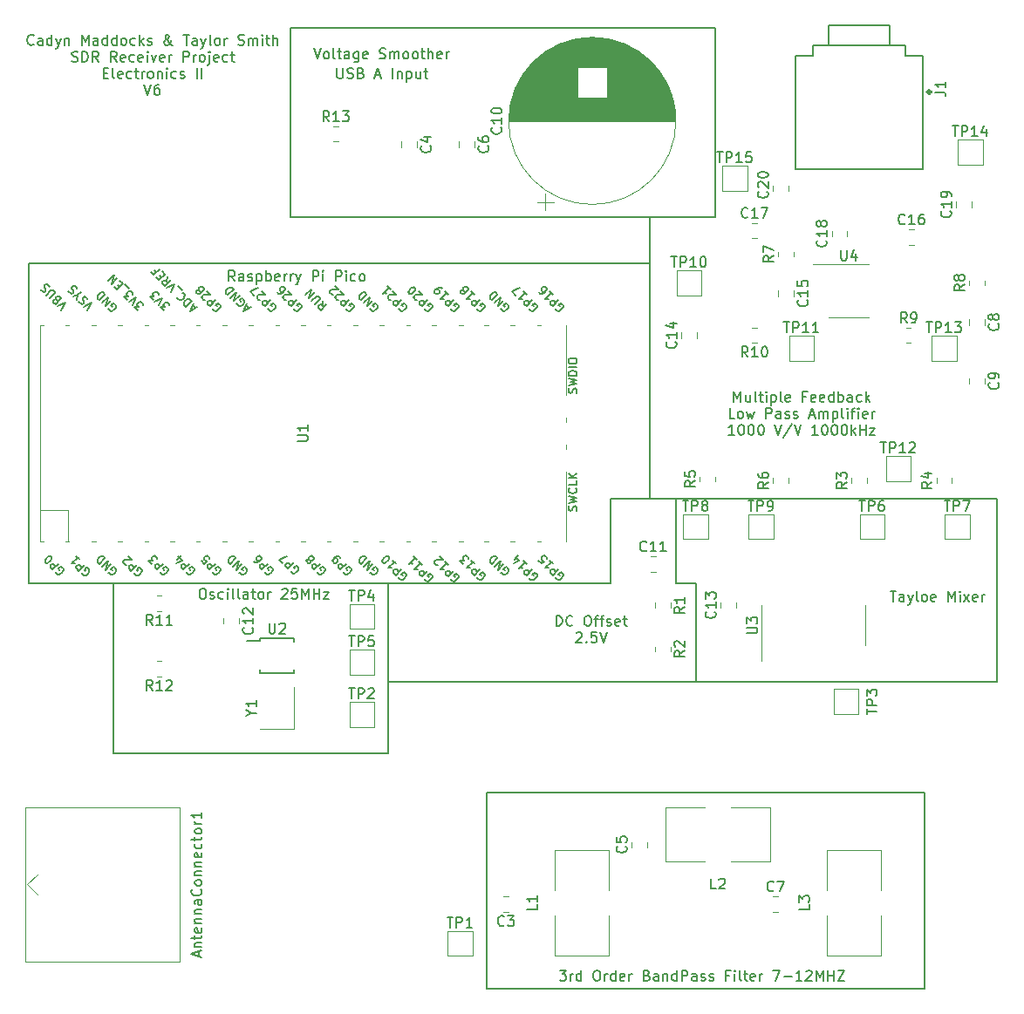
<source format=gbr>
%TF.GenerationSoftware,KiCad,Pcbnew,(6.0.4-0)*%
%TF.CreationDate,2022-06-06T20:21:29-07:00*%
%TF.ProjectId,Receiver Schematic,52656365-6976-4657-9220-536368656d61,rev?*%
%TF.SameCoordinates,Original*%
%TF.FileFunction,Legend,Top*%
%TF.FilePolarity,Positive*%
%FSLAX46Y46*%
G04 Gerber Fmt 4.6, Leading zero omitted, Abs format (unit mm)*
G04 Created by KiCad (PCBNEW (6.0.4-0)) date 2022-06-06 20:21:29*
%MOMM*%
%LPD*%
G01*
G04 APERTURE LIST*
%ADD10C,0.150000*%
%ADD11C,0.120000*%
%ADD12C,0.127000*%
%ADD13C,0.340000*%
G04 APERTURE END LIST*
D10*
X107950000Y-91440000D02*
X107950000Y-99060000D01*
X86360000Y-99060000D02*
X86360000Y-115570000D01*
X114300000Y-91440000D02*
X114300000Y-99060000D01*
X111760000Y-63500000D02*
X76835000Y-63500000D01*
X138430000Y-138430000D02*
X95885000Y-138430000D01*
X145415000Y-108585000D02*
X145415000Y-91440000D01*
X116205000Y-108585000D02*
X145415000Y-108585000D01*
X59690000Y-99060000D02*
X61595000Y-99060000D01*
X116205000Y-99060000D02*
X116205000Y-108585000D01*
X138430000Y-119380000D02*
X138430000Y-138430000D01*
X107950000Y-91440000D02*
X107950000Y-90805000D01*
X95885000Y-123190000D02*
X95885000Y-119380000D01*
X76835000Y-63500000D02*
X76835000Y-45085000D01*
X51435000Y-99060000D02*
X51435000Y-67945000D01*
X118110000Y-63500000D02*
X118110000Y-45085000D01*
X111760000Y-63500000D02*
X111760000Y-67945000D01*
X145415000Y-90805000D02*
X145415000Y-91440000D01*
X59690000Y-115570000D02*
X59690000Y-99060000D01*
X114300000Y-91440000D02*
X114300000Y-90805000D01*
X95885000Y-124460000D02*
X95885000Y-138430000D01*
X114300000Y-99060000D02*
X116205000Y-99060000D01*
X59690000Y-99060000D02*
X51435000Y-99060000D01*
X111760000Y-63500000D02*
X118110000Y-63500000D01*
X111760000Y-90805000D02*
X107950000Y-90805000D01*
X86360000Y-115570000D02*
X59690000Y-115570000D01*
X76835000Y-45085000D02*
X118110000Y-45085000D01*
X145415000Y-90805000D02*
X111760000Y-90805000D01*
X95885000Y-123190000D02*
X95885000Y-124460000D01*
X86360000Y-99060000D02*
X107950000Y-99060000D01*
X111760000Y-67945000D02*
X111760000Y-90805000D01*
X51435000Y-67945000D02*
X111760000Y-67945000D01*
X61595000Y-99060000D02*
X86360000Y-99060000D01*
X86360000Y-108585000D02*
X116205000Y-108585000D01*
X95885000Y-119380000D02*
X138430000Y-119380000D01*
X71470000Y-69667380D02*
X71136666Y-69191190D01*
X70898571Y-69667380D02*
X70898571Y-68667380D01*
X71279523Y-68667380D01*
X71374761Y-68715000D01*
X71422380Y-68762619D01*
X71470000Y-68857857D01*
X71470000Y-69000714D01*
X71422380Y-69095952D01*
X71374761Y-69143571D01*
X71279523Y-69191190D01*
X70898571Y-69191190D01*
X72327142Y-69667380D02*
X72327142Y-69143571D01*
X72279523Y-69048333D01*
X72184285Y-69000714D01*
X71993809Y-69000714D01*
X71898571Y-69048333D01*
X72327142Y-69619761D02*
X72231904Y-69667380D01*
X71993809Y-69667380D01*
X71898571Y-69619761D01*
X71850952Y-69524523D01*
X71850952Y-69429285D01*
X71898571Y-69334047D01*
X71993809Y-69286428D01*
X72231904Y-69286428D01*
X72327142Y-69238809D01*
X72755714Y-69619761D02*
X72850952Y-69667380D01*
X73041428Y-69667380D01*
X73136666Y-69619761D01*
X73184285Y-69524523D01*
X73184285Y-69476904D01*
X73136666Y-69381666D01*
X73041428Y-69334047D01*
X72898571Y-69334047D01*
X72803333Y-69286428D01*
X72755714Y-69191190D01*
X72755714Y-69143571D01*
X72803333Y-69048333D01*
X72898571Y-69000714D01*
X73041428Y-69000714D01*
X73136666Y-69048333D01*
X73612857Y-69000714D02*
X73612857Y-70000714D01*
X73612857Y-69048333D02*
X73708095Y-69000714D01*
X73898571Y-69000714D01*
X73993809Y-69048333D01*
X74041428Y-69095952D01*
X74089047Y-69191190D01*
X74089047Y-69476904D01*
X74041428Y-69572142D01*
X73993809Y-69619761D01*
X73898571Y-69667380D01*
X73708095Y-69667380D01*
X73612857Y-69619761D01*
X74517619Y-69667380D02*
X74517619Y-68667380D01*
X74517619Y-69048333D02*
X74612857Y-69000714D01*
X74803333Y-69000714D01*
X74898571Y-69048333D01*
X74946190Y-69095952D01*
X74993809Y-69191190D01*
X74993809Y-69476904D01*
X74946190Y-69572142D01*
X74898571Y-69619761D01*
X74803333Y-69667380D01*
X74612857Y-69667380D01*
X74517619Y-69619761D01*
X75803333Y-69619761D02*
X75708095Y-69667380D01*
X75517619Y-69667380D01*
X75422380Y-69619761D01*
X75374761Y-69524523D01*
X75374761Y-69143571D01*
X75422380Y-69048333D01*
X75517619Y-69000714D01*
X75708095Y-69000714D01*
X75803333Y-69048333D01*
X75850952Y-69143571D01*
X75850952Y-69238809D01*
X75374761Y-69334047D01*
X76279523Y-69667380D02*
X76279523Y-69000714D01*
X76279523Y-69191190D02*
X76327142Y-69095952D01*
X76374761Y-69048333D01*
X76470000Y-69000714D01*
X76565238Y-69000714D01*
X76898571Y-69667380D02*
X76898571Y-69000714D01*
X76898571Y-69191190D02*
X76946190Y-69095952D01*
X76993809Y-69048333D01*
X77089047Y-69000714D01*
X77184285Y-69000714D01*
X77422380Y-69000714D02*
X77660476Y-69667380D01*
X77898571Y-69000714D02*
X77660476Y-69667380D01*
X77565238Y-69905476D01*
X77517619Y-69953095D01*
X77422380Y-70000714D01*
X79041428Y-69667380D02*
X79041428Y-68667380D01*
X79422380Y-68667380D01*
X79517619Y-68715000D01*
X79565238Y-68762619D01*
X79612857Y-68857857D01*
X79612857Y-69000714D01*
X79565238Y-69095952D01*
X79517619Y-69143571D01*
X79422380Y-69191190D01*
X79041428Y-69191190D01*
X80041428Y-69667380D02*
X80041428Y-69000714D01*
X80041428Y-68667380D02*
X79993809Y-68715000D01*
X80041428Y-68762619D01*
X80089047Y-68715000D01*
X80041428Y-68667380D01*
X80041428Y-68762619D01*
X81279523Y-69667380D02*
X81279523Y-68667380D01*
X81660476Y-68667380D01*
X81755714Y-68715000D01*
X81803333Y-68762619D01*
X81850952Y-68857857D01*
X81850952Y-69000714D01*
X81803333Y-69095952D01*
X81755714Y-69143571D01*
X81660476Y-69191190D01*
X81279523Y-69191190D01*
X82279523Y-69667380D02*
X82279523Y-69000714D01*
X82279523Y-68667380D02*
X82231904Y-68715000D01*
X82279523Y-68762619D01*
X82327142Y-68715000D01*
X82279523Y-68667380D01*
X82279523Y-68762619D01*
X83184285Y-69619761D02*
X83089047Y-69667380D01*
X82898571Y-69667380D01*
X82803333Y-69619761D01*
X82755714Y-69572142D01*
X82708095Y-69476904D01*
X82708095Y-69191190D01*
X82755714Y-69095952D01*
X82803333Y-69048333D01*
X82898571Y-69000714D01*
X83089047Y-69000714D01*
X83184285Y-69048333D01*
X83755714Y-69667380D02*
X83660476Y-69619761D01*
X83612857Y-69572142D01*
X83565238Y-69476904D01*
X83565238Y-69191190D01*
X83612857Y-69095952D01*
X83660476Y-69048333D01*
X83755714Y-69000714D01*
X83898571Y-69000714D01*
X83993809Y-69048333D01*
X84041428Y-69095952D01*
X84089047Y-69191190D01*
X84089047Y-69476904D01*
X84041428Y-69572142D01*
X83993809Y-69619761D01*
X83898571Y-69667380D01*
X83755714Y-69667380D01*
X119920571Y-81392380D02*
X119920571Y-80392380D01*
X120253904Y-81106666D01*
X120587238Y-80392380D01*
X120587238Y-81392380D01*
X121492000Y-80725714D02*
X121492000Y-81392380D01*
X121063428Y-80725714D02*
X121063428Y-81249523D01*
X121111047Y-81344761D01*
X121206285Y-81392380D01*
X121349142Y-81392380D01*
X121444380Y-81344761D01*
X121492000Y-81297142D01*
X122111047Y-81392380D02*
X122015809Y-81344761D01*
X121968190Y-81249523D01*
X121968190Y-80392380D01*
X122349142Y-80725714D02*
X122730095Y-80725714D01*
X122492000Y-80392380D02*
X122492000Y-81249523D01*
X122539619Y-81344761D01*
X122634857Y-81392380D01*
X122730095Y-81392380D01*
X123063428Y-81392380D02*
X123063428Y-80725714D01*
X123063428Y-80392380D02*
X123015809Y-80440000D01*
X123063428Y-80487619D01*
X123111047Y-80440000D01*
X123063428Y-80392380D01*
X123063428Y-80487619D01*
X123539619Y-80725714D02*
X123539619Y-81725714D01*
X123539619Y-80773333D02*
X123634857Y-80725714D01*
X123825333Y-80725714D01*
X123920571Y-80773333D01*
X123968190Y-80820952D01*
X124015809Y-80916190D01*
X124015809Y-81201904D01*
X123968190Y-81297142D01*
X123920571Y-81344761D01*
X123825333Y-81392380D01*
X123634857Y-81392380D01*
X123539619Y-81344761D01*
X124587238Y-81392380D02*
X124492000Y-81344761D01*
X124444380Y-81249523D01*
X124444380Y-80392380D01*
X125349142Y-81344761D02*
X125253904Y-81392380D01*
X125063428Y-81392380D01*
X124968190Y-81344761D01*
X124920571Y-81249523D01*
X124920571Y-80868571D01*
X124968190Y-80773333D01*
X125063428Y-80725714D01*
X125253904Y-80725714D01*
X125349142Y-80773333D01*
X125396761Y-80868571D01*
X125396761Y-80963809D01*
X124920571Y-81059047D01*
X126920571Y-80868571D02*
X126587238Y-80868571D01*
X126587238Y-81392380D02*
X126587238Y-80392380D01*
X127063428Y-80392380D01*
X127825333Y-81344761D02*
X127730095Y-81392380D01*
X127539619Y-81392380D01*
X127444380Y-81344761D01*
X127396761Y-81249523D01*
X127396761Y-80868571D01*
X127444380Y-80773333D01*
X127539619Y-80725714D01*
X127730095Y-80725714D01*
X127825333Y-80773333D01*
X127872952Y-80868571D01*
X127872952Y-80963809D01*
X127396761Y-81059047D01*
X128682476Y-81344761D02*
X128587238Y-81392380D01*
X128396761Y-81392380D01*
X128301523Y-81344761D01*
X128253904Y-81249523D01*
X128253904Y-80868571D01*
X128301523Y-80773333D01*
X128396761Y-80725714D01*
X128587238Y-80725714D01*
X128682476Y-80773333D01*
X128730095Y-80868571D01*
X128730095Y-80963809D01*
X128253904Y-81059047D01*
X129587238Y-81392380D02*
X129587238Y-80392380D01*
X129587238Y-81344761D02*
X129492000Y-81392380D01*
X129301523Y-81392380D01*
X129206285Y-81344761D01*
X129158666Y-81297142D01*
X129111047Y-81201904D01*
X129111047Y-80916190D01*
X129158666Y-80820952D01*
X129206285Y-80773333D01*
X129301523Y-80725714D01*
X129492000Y-80725714D01*
X129587238Y-80773333D01*
X130063428Y-81392380D02*
X130063428Y-80392380D01*
X130063428Y-80773333D02*
X130158666Y-80725714D01*
X130349142Y-80725714D01*
X130444380Y-80773333D01*
X130492000Y-80820952D01*
X130539619Y-80916190D01*
X130539619Y-81201904D01*
X130492000Y-81297142D01*
X130444380Y-81344761D01*
X130349142Y-81392380D01*
X130158666Y-81392380D01*
X130063428Y-81344761D01*
X131396761Y-81392380D02*
X131396761Y-80868571D01*
X131349142Y-80773333D01*
X131253904Y-80725714D01*
X131063428Y-80725714D01*
X130968190Y-80773333D01*
X131396761Y-81344761D02*
X131301523Y-81392380D01*
X131063428Y-81392380D01*
X130968190Y-81344761D01*
X130920571Y-81249523D01*
X130920571Y-81154285D01*
X130968190Y-81059047D01*
X131063428Y-81011428D01*
X131301523Y-81011428D01*
X131396761Y-80963809D01*
X132301523Y-81344761D02*
X132206285Y-81392380D01*
X132015809Y-81392380D01*
X131920571Y-81344761D01*
X131872952Y-81297142D01*
X131825333Y-81201904D01*
X131825333Y-80916190D01*
X131872952Y-80820952D01*
X131920571Y-80773333D01*
X132015809Y-80725714D01*
X132206285Y-80725714D01*
X132301523Y-80773333D01*
X132730095Y-81392380D02*
X132730095Y-80392380D01*
X132825333Y-81011428D02*
X133111047Y-81392380D01*
X133111047Y-80725714D02*
X132730095Y-81106666D01*
X119992000Y-83002380D02*
X119515809Y-83002380D01*
X119515809Y-82002380D01*
X120468190Y-83002380D02*
X120372952Y-82954761D01*
X120325333Y-82907142D01*
X120277714Y-82811904D01*
X120277714Y-82526190D01*
X120325333Y-82430952D01*
X120372952Y-82383333D01*
X120468190Y-82335714D01*
X120611047Y-82335714D01*
X120706285Y-82383333D01*
X120753904Y-82430952D01*
X120801523Y-82526190D01*
X120801523Y-82811904D01*
X120753904Y-82907142D01*
X120706285Y-82954761D01*
X120611047Y-83002380D01*
X120468190Y-83002380D01*
X121134857Y-82335714D02*
X121325333Y-83002380D01*
X121515809Y-82526190D01*
X121706285Y-83002380D01*
X121896761Y-82335714D01*
X123039619Y-83002380D02*
X123039619Y-82002380D01*
X123420571Y-82002380D01*
X123515809Y-82050000D01*
X123563428Y-82097619D01*
X123611047Y-82192857D01*
X123611047Y-82335714D01*
X123563428Y-82430952D01*
X123515809Y-82478571D01*
X123420571Y-82526190D01*
X123039619Y-82526190D01*
X124468190Y-83002380D02*
X124468190Y-82478571D01*
X124420571Y-82383333D01*
X124325333Y-82335714D01*
X124134857Y-82335714D01*
X124039619Y-82383333D01*
X124468190Y-82954761D02*
X124372952Y-83002380D01*
X124134857Y-83002380D01*
X124039619Y-82954761D01*
X123992000Y-82859523D01*
X123992000Y-82764285D01*
X124039619Y-82669047D01*
X124134857Y-82621428D01*
X124372952Y-82621428D01*
X124468190Y-82573809D01*
X124896761Y-82954761D02*
X124992000Y-83002380D01*
X125182476Y-83002380D01*
X125277714Y-82954761D01*
X125325333Y-82859523D01*
X125325333Y-82811904D01*
X125277714Y-82716666D01*
X125182476Y-82669047D01*
X125039619Y-82669047D01*
X124944380Y-82621428D01*
X124896761Y-82526190D01*
X124896761Y-82478571D01*
X124944380Y-82383333D01*
X125039619Y-82335714D01*
X125182476Y-82335714D01*
X125277714Y-82383333D01*
X125706285Y-82954761D02*
X125801523Y-83002380D01*
X125992000Y-83002380D01*
X126087238Y-82954761D01*
X126134857Y-82859523D01*
X126134857Y-82811904D01*
X126087238Y-82716666D01*
X125992000Y-82669047D01*
X125849142Y-82669047D01*
X125753904Y-82621428D01*
X125706285Y-82526190D01*
X125706285Y-82478571D01*
X125753904Y-82383333D01*
X125849142Y-82335714D01*
X125992000Y-82335714D01*
X126087238Y-82383333D01*
X127277714Y-82716666D02*
X127753904Y-82716666D01*
X127182476Y-83002380D02*
X127515809Y-82002380D01*
X127849142Y-83002380D01*
X128182476Y-83002380D02*
X128182476Y-82335714D01*
X128182476Y-82430952D02*
X128230095Y-82383333D01*
X128325333Y-82335714D01*
X128468190Y-82335714D01*
X128563428Y-82383333D01*
X128611047Y-82478571D01*
X128611047Y-83002380D01*
X128611047Y-82478571D02*
X128658666Y-82383333D01*
X128753904Y-82335714D01*
X128896761Y-82335714D01*
X128992000Y-82383333D01*
X129039619Y-82478571D01*
X129039619Y-83002380D01*
X129515809Y-82335714D02*
X129515809Y-83335714D01*
X129515809Y-82383333D02*
X129611047Y-82335714D01*
X129801523Y-82335714D01*
X129896761Y-82383333D01*
X129944380Y-82430952D01*
X129992000Y-82526190D01*
X129992000Y-82811904D01*
X129944380Y-82907142D01*
X129896761Y-82954761D01*
X129801523Y-83002380D01*
X129611047Y-83002380D01*
X129515809Y-82954761D01*
X130563428Y-83002380D02*
X130468190Y-82954761D01*
X130420571Y-82859523D01*
X130420571Y-82002380D01*
X130944380Y-83002380D02*
X130944380Y-82335714D01*
X130944380Y-82002380D02*
X130896761Y-82050000D01*
X130944380Y-82097619D01*
X130992000Y-82050000D01*
X130944380Y-82002380D01*
X130944380Y-82097619D01*
X131277714Y-82335714D02*
X131658666Y-82335714D01*
X131420571Y-83002380D02*
X131420571Y-82145238D01*
X131468190Y-82050000D01*
X131563428Y-82002380D01*
X131658666Y-82002380D01*
X131992000Y-83002380D02*
X131992000Y-82335714D01*
X131992000Y-82002380D02*
X131944380Y-82050000D01*
X131992000Y-82097619D01*
X132039619Y-82050000D01*
X131992000Y-82002380D01*
X131992000Y-82097619D01*
X132849142Y-82954761D02*
X132753904Y-83002380D01*
X132563428Y-83002380D01*
X132468190Y-82954761D01*
X132420571Y-82859523D01*
X132420571Y-82478571D01*
X132468190Y-82383333D01*
X132563428Y-82335714D01*
X132753904Y-82335714D01*
X132849142Y-82383333D01*
X132896761Y-82478571D01*
X132896761Y-82573809D01*
X132420571Y-82669047D01*
X133325333Y-83002380D02*
X133325333Y-82335714D01*
X133325333Y-82526190D02*
X133372952Y-82430952D01*
X133420571Y-82383333D01*
X133515809Y-82335714D01*
X133611047Y-82335714D01*
X119968190Y-84612380D02*
X119396761Y-84612380D01*
X119682476Y-84612380D02*
X119682476Y-83612380D01*
X119587238Y-83755238D01*
X119492000Y-83850476D01*
X119396761Y-83898095D01*
X120587238Y-83612380D02*
X120682476Y-83612380D01*
X120777714Y-83660000D01*
X120825333Y-83707619D01*
X120872952Y-83802857D01*
X120920571Y-83993333D01*
X120920571Y-84231428D01*
X120872952Y-84421904D01*
X120825333Y-84517142D01*
X120777714Y-84564761D01*
X120682476Y-84612380D01*
X120587238Y-84612380D01*
X120492000Y-84564761D01*
X120444380Y-84517142D01*
X120396761Y-84421904D01*
X120349142Y-84231428D01*
X120349142Y-83993333D01*
X120396761Y-83802857D01*
X120444380Y-83707619D01*
X120492000Y-83660000D01*
X120587238Y-83612380D01*
X121539619Y-83612380D02*
X121634857Y-83612380D01*
X121730095Y-83660000D01*
X121777714Y-83707619D01*
X121825333Y-83802857D01*
X121872952Y-83993333D01*
X121872952Y-84231428D01*
X121825333Y-84421904D01*
X121777714Y-84517142D01*
X121730095Y-84564761D01*
X121634857Y-84612380D01*
X121539619Y-84612380D01*
X121444380Y-84564761D01*
X121396761Y-84517142D01*
X121349142Y-84421904D01*
X121301523Y-84231428D01*
X121301523Y-83993333D01*
X121349142Y-83802857D01*
X121396761Y-83707619D01*
X121444380Y-83660000D01*
X121539619Y-83612380D01*
X122492000Y-83612380D02*
X122587238Y-83612380D01*
X122682476Y-83660000D01*
X122730095Y-83707619D01*
X122777714Y-83802857D01*
X122825333Y-83993333D01*
X122825333Y-84231428D01*
X122777714Y-84421904D01*
X122730095Y-84517142D01*
X122682476Y-84564761D01*
X122587238Y-84612380D01*
X122492000Y-84612380D01*
X122396761Y-84564761D01*
X122349142Y-84517142D01*
X122301523Y-84421904D01*
X122253904Y-84231428D01*
X122253904Y-83993333D01*
X122301523Y-83802857D01*
X122349142Y-83707619D01*
X122396761Y-83660000D01*
X122492000Y-83612380D01*
X123872952Y-83612380D02*
X124206285Y-84612380D01*
X124539619Y-83612380D01*
X125587238Y-83564761D02*
X124730095Y-84850476D01*
X125777714Y-83612380D02*
X126111047Y-84612380D01*
X126444380Y-83612380D01*
X128063428Y-84612380D02*
X127492000Y-84612380D01*
X127777714Y-84612380D02*
X127777714Y-83612380D01*
X127682476Y-83755238D01*
X127587238Y-83850476D01*
X127492000Y-83898095D01*
X128682476Y-83612380D02*
X128777714Y-83612380D01*
X128872952Y-83660000D01*
X128920571Y-83707619D01*
X128968190Y-83802857D01*
X129015809Y-83993333D01*
X129015809Y-84231428D01*
X128968190Y-84421904D01*
X128920571Y-84517142D01*
X128872952Y-84564761D01*
X128777714Y-84612380D01*
X128682476Y-84612380D01*
X128587238Y-84564761D01*
X128539619Y-84517142D01*
X128492000Y-84421904D01*
X128444380Y-84231428D01*
X128444380Y-83993333D01*
X128492000Y-83802857D01*
X128539619Y-83707619D01*
X128587238Y-83660000D01*
X128682476Y-83612380D01*
X129634857Y-83612380D02*
X129730095Y-83612380D01*
X129825333Y-83660000D01*
X129872952Y-83707619D01*
X129920571Y-83802857D01*
X129968190Y-83993333D01*
X129968190Y-84231428D01*
X129920571Y-84421904D01*
X129872952Y-84517142D01*
X129825333Y-84564761D01*
X129730095Y-84612380D01*
X129634857Y-84612380D01*
X129539619Y-84564761D01*
X129492000Y-84517142D01*
X129444380Y-84421904D01*
X129396761Y-84231428D01*
X129396761Y-83993333D01*
X129444380Y-83802857D01*
X129492000Y-83707619D01*
X129539619Y-83660000D01*
X129634857Y-83612380D01*
X130587238Y-83612380D02*
X130682476Y-83612380D01*
X130777714Y-83660000D01*
X130825333Y-83707619D01*
X130872952Y-83802857D01*
X130920571Y-83993333D01*
X130920571Y-84231428D01*
X130872952Y-84421904D01*
X130825333Y-84517142D01*
X130777714Y-84564761D01*
X130682476Y-84612380D01*
X130587238Y-84612380D01*
X130492000Y-84564761D01*
X130444380Y-84517142D01*
X130396761Y-84421904D01*
X130349142Y-84231428D01*
X130349142Y-83993333D01*
X130396761Y-83802857D01*
X130444380Y-83707619D01*
X130492000Y-83660000D01*
X130587238Y-83612380D01*
X131349142Y-84612380D02*
X131349142Y-83612380D01*
X131444380Y-84231428D02*
X131730095Y-84612380D01*
X131730095Y-83945714D02*
X131349142Y-84326666D01*
X132158666Y-84612380D02*
X132158666Y-83612380D01*
X132158666Y-84088571D02*
X132730095Y-84088571D01*
X132730095Y-84612380D02*
X132730095Y-83612380D01*
X133111047Y-83945714D02*
X133634857Y-83945714D01*
X133111047Y-84612380D01*
X133634857Y-84612380D01*
X79153571Y-47077380D02*
X79486904Y-48077380D01*
X79820238Y-47077380D01*
X80296428Y-48077380D02*
X80201190Y-48029761D01*
X80153571Y-47982142D01*
X80105952Y-47886904D01*
X80105952Y-47601190D01*
X80153571Y-47505952D01*
X80201190Y-47458333D01*
X80296428Y-47410714D01*
X80439285Y-47410714D01*
X80534523Y-47458333D01*
X80582142Y-47505952D01*
X80629761Y-47601190D01*
X80629761Y-47886904D01*
X80582142Y-47982142D01*
X80534523Y-48029761D01*
X80439285Y-48077380D01*
X80296428Y-48077380D01*
X81201190Y-48077380D02*
X81105952Y-48029761D01*
X81058333Y-47934523D01*
X81058333Y-47077380D01*
X81439285Y-47410714D02*
X81820238Y-47410714D01*
X81582142Y-47077380D02*
X81582142Y-47934523D01*
X81629761Y-48029761D01*
X81725000Y-48077380D01*
X81820238Y-48077380D01*
X82582142Y-48077380D02*
X82582142Y-47553571D01*
X82534523Y-47458333D01*
X82439285Y-47410714D01*
X82248809Y-47410714D01*
X82153571Y-47458333D01*
X82582142Y-48029761D02*
X82486904Y-48077380D01*
X82248809Y-48077380D01*
X82153571Y-48029761D01*
X82105952Y-47934523D01*
X82105952Y-47839285D01*
X82153571Y-47744047D01*
X82248809Y-47696428D01*
X82486904Y-47696428D01*
X82582142Y-47648809D01*
X83486904Y-47410714D02*
X83486904Y-48220238D01*
X83439285Y-48315476D01*
X83391666Y-48363095D01*
X83296428Y-48410714D01*
X83153571Y-48410714D01*
X83058333Y-48363095D01*
X83486904Y-48029761D02*
X83391666Y-48077380D01*
X83201190Y-48077380D01*
X83105952Y-48029761D01*
X83058333Y-47982142D01*
X83010714Y-47886904D01*
X83010714Y-47601190D01*
X83058333Y-47505952D01*
X83105952Y-47458333D01*
X83201190Y-47410714D01*
X83391666Y-47410714D01*
X83486904Y-47458333D01*
X84344047Y-48029761D02*
X84248809Y-48077380D01*
X84058333Y-48077380D01*
X83963095Y-48029761D01*
X83915476Y-47934523D01*
X83915476Y-47553571D01*
X83963095Y-47458333D01*
X84058333Y-47410714D01*
X84248809Y-47410714D01*
X84344047Y-47458333D01*
X84391666Y-47553571D01*
X84391666Y-47648809D01*
X83915476Y-47744047D01*
X85534523Y-48029761D02*
X85677380Y-48077380D01*
X85915476Y-48077380D01*
X86010714Y-48029761D01*
X86058333Y-47982142D01*
X86105952Y-47886904D01*
X86105952Y-47791666D01*
X86058333Y-47696428D01*
X86010714Y-47648809D01*
X85915476Y-47601190D01*
X85725000Y-47553571D01*
X85629761Y-47505952D01*
X85582142Y-47458333D01*
X85534523Y-47363095D01*
X85534523Y-47267857D01*
X85582142Y-47172619D01*
X85629761Y-47125000D01*
X85725000Y-47077380D01*
X85963095Y-47077380D01*
X86105952Y-47125000D01*
X86534523Y-48077380D02*
X86534523Y-47410714D01*
X86534523Y-47505952D02*
X86582142Y-47458333D01*
X86677380Y-47410714D01*
X86820238Y-47410714D01*
X86915476Y-47458333D01*
X86963095Y-47553571D01*
X86963095Y-48077380D01*
X86963095Y-47553571D02*
X87010714Y-47458333D01*
X87105952Y-47410714D01*
X87248809Y-47410714D01*
X87344047Y-47458333D01*
X87391666Y-47553571D01*
X87391666Y-48077380D01*
X88010714Y-48077380D02*
X87915476Y-48029761D01*
X87867857Y-47982142D01*
X87820238Y-47886904D01*
X87820238Y-47601190D01*
X87867857Y-47505952D01*
X87915476Y-47458333D01*
X88010714Y-47410714D01*
X88153571Y-47410714D01*
X88248809Y-47458333D01*
X88296428Y-47505952D01*
X88344047Y-47601190D01*
X88344047Y-47886904D01*
X88296428Y-47982142D01*
X88248809Y-48029761D01*
X88153571Y-48077380D01*
X88010714Y-48077380D01*
X88915476Y-48077380D02*
X88820238Y-48029761D01*
X88772619Y-47982142D01*
X88725000Y-47886904D01*
X88725000Y-47601190D01*
X88772619Y-47505952D01*
X88820238Y-47458333D01*
X88915476Y-47410714D01*
X89058333Y-47410714D01*
X89153571Y-47458333D01*
X89201190Y-47505952D01*
X89248809Y-47601190D01*
X89248809Y-47886904D01*
X89201190Y-47982142D01*
X89153571Y-48029761D01*
X89058333Y-48077380D01*
X88915476Y-48077380D01*
X89534523Y-47410714D02*
X89915476Y-47410714D01*
X89677380Y-47077380D02*
X89677380Y-47934523D01*
X89725000Y-48029761D01*
X89820238Y-48077380D01*
X89915476Y-48077380D01*
X90248809Y-48077380D02*
X90248809Y-47077380D01*
X90677380Y-48077380D02*
X90677380Y-47553571D01*
X90629761Y-47458333D01*
X90534523Y-47410714D01*
X90391666Y-47410714D01*
X90296428Y-47458333D01*
X90248809Y-47505952D01*
X91534523Y-48029761D02*
X91439285Y-48077380D01*
X91248809Y-48077380D01*
X91153571Y-48029761D01*
X91105952Y-47934523D01*
X91105952Y-47553571D01*
X91153571Y-47458333D01*
X91248809Y-47410714D01*
X91439285Y-47410714D01*
X91534523Y-47458333D01*
X91582142Y-47553571D01*
X91582142Y-47648809D01*
X91105952Y-47744047D01*
X92010714Y-48077380D02*
X92010714Y-47410714D01*
X92010714Y-47601190D02*
X92058333Y-47505952D01*
X92105952Y-47458333D01*
X92201190Y-47410714D01*
X92296428Y-47410714D01*
X68271190Y-99528380D02*
X68461666Y-99528380D01*
X68556904Y-99576000D01*
X68652142Y-99671238D01*
X68699761Y-99861714D01*
X68699761Y-100195047D01*
X68652142Y-100385523D01*
X68556904Y-100480761D01*
X68461666Y-100528380D01*
X68271190Y-100528380D01*
X68175952Y-100480761D01*
X68080714Y-100385523D01*
X68033095Y-100195047D01*
X68033095Y-99861714D01*
X68080714Y-99671238D01*
X68175952Y-99576000D01*
X68271190Y-99528380D01*
X69080714Y-100480761D02*
X69175952Y-100528380D01*
X69366428Y-100528380D01*
X69461666Y-100480761D01*
X69509285Y-100385523D01*
X69509285Y-100337904D01*
X69461666Y-100242666D01*
X69366428Y-100195047D01*
X69223571Y-100195047D01*
X69128333Y-100147428D01*
X69080714Y-100052190D01*
X69080714Y-100004571D01*
X69128333Y-99909333D01*
X69223571Y-99861714D01*
X69366428Y-99861714D01*
X69461666Y-99909333D01*
X70366428Y-100480761D02*
X70271190Y-100528380D01*
X70080714Y-100528380D01*
X69985476Y-100480761D01*
X69937857Y-100433142D01*
X69890238Y-100337904D01*
X69890238Y-100052190D01*
X69937857Y-99956952D01*
X69985476Y-99909333D01*
X70080714Y-99861714D01*
X70271190Y-99861714D01*
X70366428Y-99909333D01*
X70795000Y-100528380D02*
X70795000Y-99861714D01*
X70795000Y-99528380D02*
X70747380Y-99576000D01*
X70795000Y-99623619D01*
X70842619Y-99576000D01*
X70795000Y-99528380D01*
X70795000Y-99623619D01*
X71414047Y-100528380D02*
X71318809Y-100480761D01*
X71271190Y-100385523D01*
X71271190Y-99528380D01*
X71937857Y-100528380D02*
X71842619Y-100480761D01*
X71795000Y-100385523D01*
X71795000Y-99528380D01*
X72747380Y-100528380D02*
X72747380Y-100004571D01*
X72699761Y-99909333D01*
X72604523Y-99861714D01*
X72414047Y-99861714D01*
X72318809Y-99909333D01*
X72747380Y-100480761D02*
X72652142Y-100528380D01*
X72414047Y-100528380D01*
X72318809Y-100480761D01*
X72271190Y-100385523D01*
X72271190Y-100290285D01*
X72318809Y-100195047D01*
X72414047Y-100147428D01*
X72652142Y-100147428D01*
X72747380Y-100099809D01*
X73080714Y-99861714D02*
X73461666Y-99861714D01*
X73223571Y-99528380D02*
X73223571Y-100385523D01*
X73271190Y-100480761D01*
X73366428Y-100528380D01*
X73461666Y-100528380D01*
X73937857Y-100528380D02*
X73842619Y-100480761D01*
X73795000Y-100433142D01*
X73747380Y-100337904D01*
X73747380Y-100052190D01*
X73795000Y-99956952D01*
X73842619Y-99909333D01*
X73937857Y-99861714D01*
X74080714Y-99861714D01*
X74175952Y-99909333D01*
X74223571Y-99956952D01*
X74271190Y-100052190D01*
X74271190Y-100337904D01*
X74223571Y-100433142D01*
X74175952Y-100480761D01*
X74080714Y-100528380D01*
X73937857Y-100528380D01*
X74699761Y-100528380D02*
X74699761Y-99861714D01*
X74699761Y-100052190D02*
X74747380Y-99956952D01*
X74795000Y-99909333D01*
X74890238Y-99861714D01*
X74985476Y-99861714D01*
X76033095Y-99623619D02*
X76080714Y-99576000D01*
X76175952Y-99528380D01*
X76414047Y-99528380D01*
X76509285Y-99576000D01*
X76556904Y-99623619D01*
X76604523Y-99718857D01*
X76604523Y-99814095D01*
X76556904Y-99956952D01*
X75985476Y-100528380D01*
X76604523Y-100528380D01*
X77509285Y-99528380D02*
X77033095Y-99528380D01*
X76985476Y-100004571D01*
X77033095Y-99956952D01*
X77128333Y-99909333D01*
X77366428Y-99909333D01*
X77461666Y-99956952D01*
X77509285Y-100004571D01*
X77556904Y-100099809D01*
X77556904Y-100337904D01*
X77509285Y-100433142D01*
X77461666Y-100480761D01*
X77366428Y-100528380D01*
X77128333Y-100528380D01*
X77033095Y-100480761D01*
X76985476Y-100433142D01*
X77985476Y-100528380D02*
X77985476Y-99528380D01*
X78318809Y-100242666D01*
X78652142Y-99528380D01*
X78652142Y-100528380D01*
X79128333Y-100528380D02*
X79128333Y-99528380D01*
X79128333Y-100004571D02*
X79699761Y-100004571D01*
X79699761Y-100528380D02*
X79699761Y-99528380D01*
X80080714Y-99861714D02*
X80604523Y-99861714D01*
X80080714Y-100528380D01*
X80604523Y-100528380D01*
X81391666Y-48982380D02*
X81391666Y-49791904D01*
X81439285Y-49887142D01*
X81486904Y-49934761D01*
X81582142Y-49982380D01*
X81772619Y-49982380D01*
X81867857Y-49934761D01*
X81915476Y-49887142D01*
X81963095Y-49791904D01*
X81963095Y-48982380D01*
X82391666Y-49934761D02*
X82534523Y-49982380D01*
X82772619Y-49982380D01*
X82867857Y-49934761D01*
X82915476Y-49887142D01*
X82963095Y-49791904D01*
X82963095Y-49696666D01*
X82915476Y-49601428D01*
X82867857Y-49553809D01*
X82772619Y-49506190D01*
X82582142Y-49458571D01*
X82486904Y-49410952D01*
X82439285Y-49363333D01*
X82391666Y-49268095D01*
X82391666Y-49172857D01*
X82439285Y-49077619D01*
X82486904Y-49030000D01*
X82582142Y-48982380D01*
X82820238Y-48982380D01*
X82963095Y-49030000D01*
X83725000Y-49458571D02*
X83867857Y-49506190D01*
X83915476Y-49553809D01*
X83963095Y-49649047D01*
X83963095Y-49791904D01*
X83915476Y-49887142D01*
X83867857Y-49934761D01*
X83772619Y-49982380D01*
X83391666Y-49982380D01*
X83391666Y-48982380D01*
X83725000Y-48982380D01*
X83820238Y-49030000D01*
X83867857Y-49077619D01*
X83915476Y-49172857D01*
X83915476Y-49268095D01*
X83867857Y-49363333D01*
X83820238Y-49410952D01*
X83725000Y-49458571D01*
X83391666Y-49458571D01*
X85105952Y-49696666D02*
X85582142Y-49696666D01*
X85010714Y-49982380D02*
X85344047Y-48982380D01*
X85677380Y-49982380D01*
X86772619Y-49982380D02*
X86772619Y-48982380D01*
X87248809Y-49315714D02*
X87248809Y-49982380D01*
X87248809Y-49410952D02*
X87296428Y-49363333D01*
X87391666Y-49315714D01*
X87534523Y-49315714D01*
X87629761Y-49363333D01*
X87677380Y-49458571D01*
X87677380Y-49982380D01*
X88153571Y-49315714D02*
X88153571Y-50315714D01*
X88153571Y-49363333D02*
X88248809Y-49315714D01*
X88439285Y-49315714D01*
X88534523Y-49363333D01*
X88582142Y-49410952D01*
X88629761Y-49506190D01*
X88629761Y-49791904D01*
X88582142Y-49887142D01*
X88534523Y-49934761D01*
X88439285Y-49982380D01*
X88248809Y-49982380D01*
X88153571Y-49934761D01*
X89486904Y-49315714D02*
X89486904Y-49982380D01*
X89058333Y-49315714D02*
X89058333Y-49839523D01*
X89105952Y-49934761D01*
X89201190Y-49982380D01*
X89344047Y-49982380D01*
X89439285Y-49934761D01*
X89486904Y-49887142D01*
X89820238Y-49315714D02*
X90201190Y-49315714D01*
X89963095Y-48982380D02*
X89963095Y-49839523D01*
X90010714Y-49934761D01*
X90105952Y-49982380D01*
X90201190Y-49982380D01*
X103006666Y-136612380D02*
X103625714Y-136612380D01*
X103292380Y-136993333D01*
X103435238Y-136993333D01*
X103530476Y-137040952D01*
X103578095Y-137088571D01*
X103625714Y-137183809D01*
X103625714Y-137421904D01*
X103578095Y-137517142D01*
X103530476Y-137564761D01*
X103435238Y-137612380D01*
X103149523Y-137612380D01*
X103054285Y-137564761D01*
X103006666Y-137517142D01*
X104054285Y-137612380D02*
X104054285Y-136945714D01*
X104054285Y-137136190D02*
X104101904Y-137040952D01*
X104149523Y-136993333D01*
X104244761Y-136945714D01*
X104340000Y-136945714D01*
X105101904Y-137612380D02*
X105101904Y-136612380D01*
X105101904Y-137564761D02*
X105006666Y-137612380D01*
X104816190Y-137612380D01*
X104720952Y-137564761D01*
X104673333Y-137517142D01*
X104625714Y-137421904D01*
X104625714Y-137136190D01*
X104673333Y-137040952D01*
X104720952Y-136993333D01*
X104816190Y-136945714D01*
X105006666Y-136945714D01*
X105101904Y-136993333D01*
X106530476Y-136612380D02*
X106720952Y-136612380D01*
X106816190Y-136660000D01*
X106911428Y-136755238D01*
X106959047Y-136945714D01*
X106959047Y-137279047D01*
X106911428Y-137469523D01*
X106816190Y-137564761D01*
X106720952Y-137612380D01*
X106530476Y-137612380D01*
X106435238Y-137564761D01*
X106340000Y-137469523D01*
X106292380Y-137279047D01*
X106292380Y-136945714D01*
X106340000Y-136755238D01*
X106435238Y-136660000D01*
X106530476Y-136612380D01*
X107387619Y-137612380D02*
X107387619Y-136945714D01*
X107387619Y-137136190D02*
X107435238Y-137040952D01*
X107482857Y-136993333D01*
X107578095Y-136945714D01*
X107673333Y-136945714D01*
X108435238Y-137612380D02*
X108435238Y-136612380D01*
X108435238Y-137564761D02*
X108340000Y-137612380D01*
X108149523Y-137612380D01*
X108054285Y-137564761D01*
X108006666Y-137517142D01*
X107959047Y-137421904D01*
X107959047Y-137136190D01*
X108006666Y-137040952D01*
X108054285Y-136993333D01*
X108149523Y-136945714D01*
X108340000Y-136945714D01*
X108435238Y-136993333D01*
X109292380Y-137564761D02*
X109197142Y-137612380D01*
X109006666Y-137612380D01*
X108911428Y-137564761D01*
X108863809Y-137469523D01*
X108863809Y-137088571D01*
X108911428Y-136993333D01*
X109006666Y-136945714D01*
X109197142Y-136945714D01*
X109292380Y-136993333D01*
X109340000Y-137088571D01*
X109340000Y-137183809D01*
X108863809Y-137279047D01*
X109768571Y-137612380D02*
X109768571Y-136945714D01*
X109768571Y-137136190D02*
X109816190Y-137040952D01*
X109863809Y-136993333D01*
X109959047Y-136945714D01*
X110054285Y-136945714D01*
X111482857Y-137088571D02*
X111625714Y-137136190D01*
X111673333Y-137183809D01*
X111720952Y-137279047D01*
X111720952Y-137421904D01*
X111673333Y-137517142D01*
X111625714Y-137564761D01*
X111530476Y-137612380D01*
X111149523Y-137612380D01*
X111149523Y-136612380D01*
X111482857Y-136612380D01*
X111578095Y-136660000D01*
X111625714Y-136707619D01*
X111673333Y-136802857D01*
X111673333Y-136898095D01*
X111625714Y-136993333D01*
X111578095Y-137040952D01*
X111482857Y-137088571D01*
X111149523Y-137088571D01*
X112578095Y-137612380D02*
X112578095Y-137088571D01*
X112530476Y-136993333D01*
X112435238Y-136945714D01*
X112244761Y-136945714D01*
X112149523Y-136993333D01*
X112578095Y-137564761D02*
X112482857Y-137612380D01*
X112244761Y-137612380D01*
X112149523Y-137564761D01*
X112101904Y-137469523D01*
X112101904Y-137374285D01*
X112149523Y-137279047D01*
X112244761Y-137231428D01*
X112482857Y-137231428D01*
X112578095Y-137183809D01*
X113054285Y-136945714D02*
X113054285Y-137612380D01*
X113054285Y-137040952D02*
X113101904Y-136993333D01*
X113197142Y-136945714D01*
X113340000Y-136945714D01*
X113435238Y-136993333D01*
X113482857Y-137088571D01*
X113482857Y-137612380D01*
X114387619Y-137612380D02*
X114387619Y-136612380D01*
X114387619Y-137564761D02*
X114292380Y-137612380D01*
X114101904Y-137612380D01*
X114006666Y-137564761D01*
X113959047Y-137517142D01*
X113911428Y-137421904D01*
X113911428Y-137136190D01*
X113959047Y-137040952D01*
X114006666Y-136993333D01*
X114101904Y-136945714D01*
X114292380Y-136945714D01*
X114387619Y-136993333D01*
X114863809Y-137612380D02*
X114863809Y-136612380D01*
X115244761Y-136612380D01*
X115340000Y-136660000D01*
X115387619Y-136707619D01*
X115435238Y-136802857D01*
X115435238Y-136945714D01*
X115387619Y-137040952D01*
X115340000Y-137088571D01*
X115244761Y-137136190D01*
X114863809Y-137136190D01*
X116292380Y-137612380D02*
X116292380Y-137088571D01*
X116244761Y-136993333D01*
X116149523Y-136945714D01*
X115959047Y-136945714D01*
X115863809Y-136993333D01*
X116292380Y-137564761D02*
X116197142Y-137612380D01*
X115959047Y-137612380D01*
X115863809Y-137564761D01*
X115816190Y-137469523D01*
X115816190Y-137374285D01*
X115863809Y-137279047D01*
X115959047Y-137231428D01*
X116197142Y-137231428D01*
X116292380Y-137183809D01*
X116720952Y-137564761D02*
X116816190Y-137612380D01*
X117006666Y-137612380D01*
X117101904Y-137564761D01*
X117149523Y-137469523D01*
X117149523Y-137421904D01*
X117101904Y-137326666D01*
X117006666Y-137279047D01*
X116863809Y-137279047D01*
X116768571Y-137231428D01*
X116720952Y-137136190D01*
X116720952Y-137088571D01*
X116768571Y-136993333D01*
X116863809Y-136945714D01*
X117006666Y-136945714D01*
X117101904Y-136993333D01*
X117530476Y-137564761D02*
X117625714Y-137612380D01*
X117816190Y-137612380D01*
X117911428Y-137564761D01*
X117959047Y-137469523D01*
X117959047Y-137421904D01*
X117911428Y-137326666D01*
X117816190Y-137279047D01*
X117673333Y-137279047D01*
X117578095Y-137231428D01*
X117530476Y-137136190D01*
X117530476Y-137088571D01*
X117578095Y-136993333D01*
X117673333Y-136945714D01*
X117816190Y-136945714D01*
X117911428Y-136993333D01*
X119482857Y-137088571D02*
X119149523Y-137088571D01*
X119149523Y-137612380D02*
X119149523Y-136612380D01*
X119625714Y-136612380D01*
X120006666Y-137612380D02*
X120006666Y-136945714D01*
X120006666Y-136612380D02*
X119959047Y-136660000D01*
X120006666Y-136707619D01*
X120054285Y-136660000D01*
X120006666Y-136612380D01*
X120006666Y-136707619D01*
X120625714Y-137612380D02*
X120530476Y-137564761D01*
X120482857Y-137469523D01*
X120482857Y-136612380D01*
X120863809Y-136945714D02*
X121244761Y-136945714D01*
X121006666Y-136612380D02*
X121006666Y-137469523D01*
X121054285Y-137564761D01*
X121149523Y-137612380D01*
X121244761Y-137612380D01*
X121959047Y-137564761D02*
X121863809Y-137612380D01*
X121673333Y-137612380D01*
X121578095Y-137564761D01*
X121530476Y-137469523D01*
X121530476Y-137088571D01*
X121578095Y-136993333D01*
X121673333Y-136945714D01*
X121863809Y-136945714D01*
X121959047Y-136993333D01*
X122006666Y-137088571D01*
X122006666Y-137183809D01*
X121530476Y-137279047D01*
X122435238Y-137612380D02*
X122435238Y-136945714D01*
X122435238Y-137136190D02*
X122482857Y-137040952D01*
X122530476Y-136993333D01*
X122625714Y-136945714D01*
X122720952Y-136945714D01*
X123720952Y-136612380D02*
X124387619Y-136612380D01*
X123959047Y-137612380D01*
X124768571Y-137231428D02*
X125530476Y-137231428D01*
X126530476Y-137612380D02*
X125959047Y-137612380D01*
X126244761Y-137612380D02*
X126244761Y-136612380D01*
X126149523Y-136755238D01*
X126054285Y-136850476D01*
X125959047Y-136898095D01*
X126911428Y-136707619D02*
X126959047Y-136660000D01*
X127054285Y-136612380D01*
X127292380Y-136612380D01*
X127387619Y-136660000D01*
X127435238Y-136707619D01*
X127482857Y-136802857D01*
X127482857Y-136898095D01*
X127435238Y-137040952D01*
X126863809Y-137612380D01*
X127482857Y-137612380D01*
X127911428Y-137612380D02*
X127911428Y-136612380D01*
X128244761Y-137326666D01*
X128578095Y-136612380D01*
X128578095Y-137612380D01*
X129054285Y-137612380D02*
X129054285Y-136612380D01*
X129054285Y-137088571D02*
X129625714Y-137088571D01*
X129625714Y-137612380D02*
X129625714Y-136612380D01*
X130006666Y-136612380D02*
X130673333Y-136612380D01*
X130006666Y-137612380D01*
X130673333Y-137612380D01*
X135104761Y-99782380D02*
X135676190Y-99782380D01*
X135390476Y-100782380D02*
X135390476Y-99782380D01*
X136438095Y-100782380D02*
X136438095Y-100258571D01*
X136390476Y-100163333D01*
X136295238Y-100115714D01*
X136104761Y-100115714D01*
X136009523Y-100163333D01*
X136438095Y-100734761D02*
X136342857Y-100782380D01*
X136104761Y-100782380D01*
X136009523Y-100734761D01*
X135961904Y-100639523D01*
X135961904Y-100544285D01*
X136009523Y-100449047D01*
X136104761Y-100401428D01*
X136342857Y-100401428D01*
X136438095Y-100353809D01*
X136819047Y-100115714D02*
X137057142Y-100782380D01*
X137295238Y-100115714D02*
X137057142Y-100782380D01*
X136961904Y-101020476D01*
X136914285Y-101068095D01*
X136819047Y-101115714D01*
X137819047Y-100782380D02*
X137723809Y-100734761D01*
X137676190Y-100639523D01*
X137676190Y-99782380D01*
X138342857Y-100782380D02*
X138247619Y-100734761D01*
X138200000Y-100687142D01*
X138152380Y-100591904D01*
X138152380Y-100306190D01*
X138200000Y-100210952D01*
X138247619Y-100163333D01*
X138342857Y-100115714D01*
X138485714Y-100115714D01*
X138580952Y-100163333D01*
X138628571Y-100210952D01*
X138676190Y-100306190D01*
X138676190Y-100591904D01*
X138628571Y-100687142D01*
X138580952Y-100734761D01*
X138485714Y-100782380D01*
X138342857Y-100782380D01*
X139485714Y-100734761D02*
X139390476Y-100782380D01*
X139200000Y-100782380D01*
X139104761Y-100734761D01*
X139057142Y-100639523D01*
X139057142Y-100258571D01*
X139104761Y-100163333D01*
X139200000Y-100115714D01*
X139390476Y-100115714D01*
X139485714Y-100163333D01*
X139533333Y-100258571D01*
X139533333Y-100353809D01*
X139057142Y-100449047D01*
X140723809Y-100782380D02*
X140723809Y-99782380D01*
X141057142Y-100496666D01*
X141390476Y-99782380D01*
X141390476Y-100782380D01*
X141866666Y-100782380D02*
X141866666Y-100115714D01*
X141866666Y-99782380D02*
X141819047Y-99830000D01*
X141866666Y-99877619D01*
X141914285Y-99830000D01*
X141866666Y-99782380D01*
X141866666Y-99877619D01*
X142247619Y-100782380D02*
X142771428Y-100115714D01*
X142247619Y-100115714D02*
X142771428Y-100782380D01*
X143533333Y-100734761D02*
X143438095Y-100782380D01*
X143247619Y-100782380D01*
X143152380Y-100734761D01*
X143104761Y-100639523D01*
X143104761Y-100258571D01*
X143152380Y-100163333D01*
X143247619Y-100115714D01*
X143438095Y-100115714D01*
X143533333Y-100163333D01*
X143580952Y-100258571D01*
X143580952Y-100353809D01*
X143104761Y-100449047D01*
X144009523Y-100782380D02*
X144009523Y-100115714D01*
X144009523Y-100306190D02*
X144057142Y-100210952D01*
X144104761Y-100163333D01*
X144200000Y-100115714D01*
X144295238Y-100115714D01*
X51952380Y-46667142D02*
X51904761Y-46714761D01*
X51761904Y-46762380D01*
X51666666Y-46762380D01*
X51523809Y-46714761D01*
X51428571Y-46619523D01*
X51380952Y-46524285D01*
X51333333Y-46333809D01*
X51333333Y-46190952D01*
X51380952Y-46000476D01*
X51428571Y-45905238D01*
X51523809Y-45810000D01*
X51666666Y-45762380D01*
X51761904Y-45762380D01*
X51904761Y-45810000D01*
X51952380Y-45857619D01*
X52809523Y-46762380D02*
X52809523Y-46238571D01*
X52761904Y-46143333D01*
X52666666Y-46095714D01*
X52476190Y-46095714D01*
X52380952Y-46143333D01*
X52809523Y-46714761D02*
X52714285Y-46762380D01*
X52476190Y-46762380D01*
X52380952Y-46714761D01*
X52333333Y-46619523D01*
X52333333Y-46524285D01*
X52380952Y-46429047D01*
X52476190Y-46381428D01*
X52714285Y-46381428D01*
X52809523Y-46333809D01*
X53714285Y-46762380D02*
X53714285Y-45762380D01*
X53714285Y-46714761D02*
X53619047Y-46762380D01*
X53428571Y-46762380D01*
X53333333Y-46714761D01*
X53285714Y-46667142D01*
X53238095Y-46571904D01*
X53238095Y-46286190D01*
X53285714Y-46190952D01*
X53333333Y-46143333D01*
X53428571Y-46095714D01*
X53619047Y-46095714D01*
X53714285Y-46143333D01*
X54095238Y-46095714D02*
X54333333Y-46762380D01*
X54571428Y-46095714D02*
X54333333Y-46762380D01*
X54238095Y-47000476D01*
X54190476Y-47048095D01*
X54095238Y-47095714D01*
X54952380Y-46095714D02*
X54952380Y-46762380D01*
X54952380Y-46190952D02*
X54999999Y-46143333D01*
X55095238Y-46095714D01*
X55238095Y-46095714D01*
X55333333Y-46143333D01*
X55380952Y-46238571D01*
X55380952Y-46762380D01*
X56619047Y-46762380D02*
X56619047Y-45762380D01*
X56952380Y-46476666D01*
X57285714Y-45762380D01*
X57285714Y-46762380D01*
X58190476Y-46762380D02*
X58190476Y-46238571D01*
X58142857Y-46143333D01*
X58047619Y-46095714D01*
X57857142Y-46095714D01*
X57761904Y-46143333D01*
X58190476Y-46714761D02*
X58095238Y-46762380D01*
X57857142Y-46762380D01*
X57761904Y-46714761D01*
X57714285Y-46619523D01*
X57714285Y-46524285D01*
X57761904Y-46429047D01*
X57857142Y-46381428D01*
X58095238Y-46381428D01*
X58190476Y-46333809D01*
X59095238Y-46762380D02*
X59095238Y-45762380D01*
X59095238Y-46714761D02*
X58999999Y-46762380D01*
X58809523Y-46762380D01*
X58714285Y-46714761D01*
X58666666Y-46667142D01*
X58619047Y-46571904D01*
X58619047Y-46286190D01*
X58666666Y-46190952D01*
X58714285Y-46143333D01*
X58809523Y-46095714D01*
X58999999Y-46095714D01*
X59095238Y-46143333D01*
X59999999Y-46762380D02*
X59999999Y-45762380D01*
X59999999Y-46714761D02*
X59904761Y-46762380D01*
X59714285Y-46762380D01*
X59619047Y-46714761D01*
X59571428Y-46667142D01*
X59523809Y-46571904D01*
X59523809Y-46286190D01*
X59571428Y-46190952D01*
X59619047Y-46143333D01*
X59714285Y-46095714D01*
X59904761Y-46095714D01*
X59999999Y-46143333D01*
X60619047Y-46762380D02*
X60523809Y-46714761D01*
X60476190Y-46667142D01*
X60428571Y-46571904D01*
X60428571Y-46286190D01*
X60476190Y-46190952D01*
X60523809Y-46143333D01*
X60619047Y-46095714D01*
X60761904Y-46095714D01*
X60857142Y-46143333D01*
X60904761Y-46190952D01*
X60952380Y-46286190D01*
X60952380Y-46571904D01*
X60904761Y-46667142D01*
X60857142Y-46714761D01*
X60761904Y-46762380D01*
X60619047Y-46762380D01*
X61809523Y-46714761D02*
X61714285Y-46762380D01*
X61523809Y-46762380D01*
X61428571Y-46714761D01*
X61380952Y-46667142D01*
X61333333Y-46571904D01*
X61333333Y-46286190D01*
X61380952Y-46190952D01*
X61428571Y-46143333D01*
X61523809Y-46095714D01*
X61714285Y-46095714D01*
X61809523Y-46143333D01*
X62238095Y-46762380D02*
X62238095Y-45762380D01*
X62333333Y-46381428D02*
X62619047Y-46762380D01*
X62619047Y-46095714D02*
X62238095Y-46476666D01*
X62999999Y-46714761D02*
X63095238Y-46762380D01*
X63285714Y-46762380D01*
X63380952Y-46714761D01*
X63428571Y-46619523D01*
X63428571Y-46571904D01*
X63380952Y-46476666D01*
X63285714Y-46429047D01*
X63142857Y-46429047D01*
X63047619Y-46381428D01*
X62999999Y-46286190D01*
X62999999Y-46238571D01*
X63047619Y-46143333D01*
X63142857Y-46095714D01*
X63285714Y-46095714D01*
X63380952Y-46143333D01*
X65428571Y-46762380D02*
X65380952Y-46762380D01*
X65285714Y-46714761D01*
X65142857Y-46571904D01*
X64904761Y-46286190D01*
X64809523Y-46143333D01*
X64761904Y-46000476D01*
X64761904Y-45905238D01*
X64809523Y-45810000D01*
X64904761Y-45762380D01*
X64952380Y-45762380D01*
X65047619Y-45810000D01*
X65095238Y-45905238D01*
X65095238Y-45952857D01*
X65047619Y-46048095D01*
X64999999Y-46095714D01*
X64714285Y-46286190D01*
X64666666Y-46333809D01*
X64619047Y-46429047D01*
X64619047Y-46571904D01*
X64666666Y-46667142D01*
X64714285Y-46714761D01*
X64809523Y-46762380D01*
X64952380Y-46762380D01*
X65047619Y-46714761D01*
X65095238Y-46667142D01*
X65238095Y-46476666D01*
X65285714Y-46333809D01*
X65285714Y-46238571D01*
X66476190Y-45762380D02*
X67047619Y-45762380D01*
X66761904Y-46762380D02*
X66761904Y-45762380D01*
X67809523Y-46762380D02*
X67809523Y-46238571D01*
X67761904Y-46143333D01*
X67666666Y-46095714D01*
X67476190Y-46095714D01*
X67380952Y-46143333D01*
X67809523Y-46714761D02*
X67714285Y-46762380D01*
X67476190Y-46762380D01*
X67380952Y-46714761D01*
X67333333Y-46619523D01*
X67333333Y-46524285D01*
X67380952Y-46429047D01*
X67476190Y-46381428D01*
X67714285Y-46381428D01*
X67809523Y-46333809D01*
X68190476Y-46095714D02*
X68428571Y-46762380D01*
X68666666Y-46095714D02*
X68428571Y-46762380D01*
X68333333Y-47000476D01*
X68285714Y-47048095D01*
X68190476Y-47095714D01*
X69190476Y-46762380D02*
X69095238Y-46714761D01*
X69047619Y-46619523D01*
X69047619Y-45762380D01*
X69714285Y-46762380D02*
X69619047Y-46714761D01*
X69571428Y-46667142D01*
X69523809Y-46571904D01*
X69523809Y-46286190D01*
X69571428Y-46190952D01*
X69619047Y-46143333D01*
X69714285Y-46095714D01*
X69857142Y-46095714D01*
X69952380Y-46143333D01*
X69999999Y-46190952D01*
X70047619Y-46286190D01*
X70047619Y-46571904D01*
X69999999Y-46667142D01*
X69952380Y-46714761D01*
X69857142Y-46762380D01*
X69714285Y-46762380D01*
X70476190Y-46762380D02*
X70476190Y-46095714D01*
X70476190Y-46286190D02*
X70523809Y-46190952D01*
X70571428Y-46143333D01*
X70666666Y-46095714D01*
X70761904Y-46095714D01*
X71809523Y-46714761D02*
X71952380Y-46762380D01*
X72190476Y-46762380D01*
X72285714Y-46714761D01*
X72333333Y-46667142D01*
X72380952Y-46571904D01*
X72380952Y-46476666D01*
X72333333Y-46381428D01*
X72285714Y-46333809D01*
X72190476Y-46286190D01*
X71999999Y-46238571D01*
X71904761Y-46190952D01*
X71857142Y-46143333D01*
X71809523Y-46048095D01*
X71809523Y-45952857D01*
X71857142Y-45857619D01*
X71904761Y-45810000D01*
X71999999Y-45762380D01*
X72238095Y-45762380D01*
X72380952Y-45810000D01*
X72809523Y-46762380D02*
X72809523Y-46095714D01*
X72809523Y-46190952D02*
X72857142Y-46143333D01*
X72952380Y-46095714D01*
X73095238Y-46095714D01*
X73190476Y-46143333D01*
X73238095Y-46238571D01*
X73238095Y-46762380D01*
X73238095Y-46238571D02*
X73285714Y-46143333D01*
X73380952Y-46095714D01*
X73523809Y-46095714D01*
X73619047Y-46143333D01*
X73666666Y-46238571D01*
X73666666Y-46762380D01*
X74142857Y-46762380D02*
X74142857Y-46095714D01*
X74142857Y-45762380D02*
X74095238Y-45810000D01*
X74142857Y-45857619D01*
X74190476Y-45810000D01*
X74142857Y-45762380D01*
X74142857Y-45857619D01*
X74476190Y-46095714D02*
X74857142Y-46095714D01*
X74619047Y-45762380D02*
X74619047Y-46619523D01*
X74666666Y-46714761D01*
X74761904Y-46762380D01*
X74857142Y-46762380D01*
X75190476Y-46762380D02*
X75190476Y-45762380D01*
X75619047Y-46762380D02*
X75619047Y-46238571D01*
X75571428Y-46143333D01*
X75476190Y-46095714D01*
X75333333Y-46095714D01*
X75238095Y-46143333D01*
X75190476Y-46190952D01*
X55666666Y-48324761D02*
X55809523Y-48372380D01*
X56047619Y-48372380D01*
X56142857Y-48324761D01*
X56190476Y-48277142D01*
X56238095Y-48181904D01*
X56238095Y-48086666D01*
X56190476Y-47991428D01*
X56142857Y-47943809D01*
X56047619Y-47896190D01*
X55857142Y-47848571D01*
X55761904Y-47800952D01*
X55714285Y-47753333D01*
X55666666Y-47658095D01*
X55666666Y-47562857D01*
X55714285Y-47467619D01*
X55761904Y-47420000D01*
X55857142Y-47372380D01*
X56095238Y-47372380D01*
X56238095Y-47420000D01*
X56666666Y-48372380D02*
X56666666Y-47372380D01*
X56904761Y-47372380D01*
X57047619Y-47420000D01*
X57142857Y-47515238D01*
X57190476Y-47610476D01*
X57238095Y-47800952D01*
X57238095Y-47943809D01*
X57190476Y-48134285D01*
X57142857Y-48229523D01*
X57047619Y-48324761D01*
X56904761Y-48372380D01*
X56666666Y-48372380D01*
X58238095Y-48372380D02*
X57904761Y-47896190D01*
X57666666Y-48372380D02*
X57666666Y-47372380D01*
X58047619Y-47372380D01*
X58142857Y-47420000D01*
X58190476Y-47467619D01*
X58238095Y-47562857D01*
X58238095Y-47705714D01*
X58190476Y-47800952D01*
X58142857Y-47848571D01*
X58047619Y-47896190D01*
X57666666Y-47896190D01*
X60000000Y-48372380D02*
X59666666Y-47896190D01*
X59428571Y-48372380D02*
X59428571Y-47372380D01*
X59809523Y-47372380D01*
X59904761Y-47420000D01*
X59952380Y-47467619D01*
X60000000Y-47562857D01*
X60000000Y-47705714D01*
X59952380Y-47800952D01*
X59904761Y-47848571D01*
X59809523Y-47896190D01*
X59428571Y-47896190D01*
X60809523Y-48324761D02*
X60714285Y-48372380D01*
X60523809Y-48372380D01*
X60428571Y-48324761D01*
X60380952Y-48229523D01*
X60380952Y-47848571D01*
X60428571Y-47753333D01*
X60523809Y-47705714D01*
X60714285Y-47705714D01*
X60809523Y-47753333D01*
X60857142Y-47848571D01*
X60857142Y-47943809D01*
X60380952Y-48039047D01*
X61714285Y-48324761D02*
X61619047Y-48372380D01*
X61428571Y-48372380D01*
X61333333Y-48324761D01*
X61285714Y-48277142D01*
X61238095Y-48181904D01*
X61238095Y-47896190D01*
X61285714Y-47800952D01*
X61333333Y-47753333D01*
X61428571Y-47705714D01*
X61619047Y-47705714D01*
X61714285Y-47753333D01*
X62523809Y-48324761D02*
X62428571Y-48372380D01*
X62238095Y-48372380D01*
X62142857Y-48324761D01*
X62095238Y-48229523D01*
X62095238Y-47848571D01*
X62142857Y-47753333D01*
X62238095Y-47705714D01*
X62428571Y-47705714D01*
X62523809Y-47753333D01*
X62571428Y-47848571D01*
X62571428Y-47943809D01*
X62095238Y-48039047D01*
X63000000Y-48372380D02*
X63000000Y-47705714D01*
X63000000Y-47372380D02*
X62952380Y-47420000D01*
X63000000Y-47467619D01*
X63047619Y-47420000D01*
X63000000Y-47372380D01*
X63000000Y-47467619D01*
X63380952Y-47705714D02*
X63619047Y-48372380D01*
X63857142Y-47705714D01*
X64619047Y-48324761D02*
X64523809Y-48372380D01*
X64333333Y-48372380D01*
X64238095Y-48324761D01*
X64190476Y-48229523D01*
X64190476Y-47848571D01*
X64238095Y-47753333D01*
X64333333Y-47705714D01*
X64523809Y-47705714D01*
X64619047Y-47753333D01*
X64666666Y-47848571D01*
X64666666Y-47943809D01*
X64190476Y-48039047D01*
X65095238Y-48372380D02*
X65095238Y-47705714D01*
X65095238Y-47896190D02*
X65142857Y-47800952D01*
X65190476Y-47753333D01*
X65285714Y-47705714D01*
X65380952Y-47705714D01*
X66476190Y-48372380D02*
X66476190Y-47372380D01*
X66857142Y-47372380D01*
X66952380Y-47420000D01*
X67000000Y-47467619D01*
X67047619Y-47562857D01*
X67047619Y-47705714D01*
X67000000Y-47800952D01*
X66952380Y-47848571D01*
X66857142Y-47896190D01*
X66476190Y-47896190D01*
X67476190Y-48372380D02*
X67476190Y-47705714D01*
X67476190Y-47896190D02*
X67523809Y-47800952D01*
X67571428Y-47753333D01*
X67666666Y-47705714D01*
X67761904Y-47705714D01*
X68238095Y-48372380D02*
X68142857Y-48324761D01*
X68095238Y-48277142D01*
X68047619Y-48181904D01*
X68047619Y-47896190D01*
X68095238Y-47800952D01*
X68142857Y-47753333D01*
X68238095Y-47705714D01*
X68380952Y-47705714D01*
X68476190Y-47753333D01*
X68523809Y-47800952D01*
X68571428Y-47896190D01*
X68571428Y-48181904D01*
X68523809Y-48277142D01*
X68476190Y-48324761D01*
X68380952Y-48372380D01*
X68238095Y-48372380D01*
X69000000Y-47705714D02*
X69000000Y-48562857D01*
X68952380Y-48658095D01*
X68857142Y-48705714D01*
X68809523Y-48705714D01*
X69000000Y-47372380D02*
X68952380Y-47420000D01*
X69000000Y-47467619D01*
X69047619Y-47420000D01*
X69000000Y-47372380D01*
X69000000Y-47467619D01*
X69857142Y-48324761D02*
X69761904Y-48372380D01*
X69571428Y-48372380D01*
X69476190Y-48324761D01*
X69428571Y-48229523D01*
X69428571Y-47848571D01*
X69476190Y-47753333D01*
X69571428Y-47705714D01*
X69761904Y-47705714D01*
X69857142Y-47753333D01*
X69904761Y-47848571D01*
X69904761Y-47943809D01*
X69428571Y-48039047D01*
X70761904Y-48324761D02*
X70666666Y-48372380D01*
X70476190Y-48372380D01*
X70380952Y-48324761D01*
X70333333Y-48277142D01*
X70285714Y-48181904D01*
X70285714Y-47896190D01*
X70333333Y-47800952D01*
X70380952Y-47753333D01*
X70476190Y-47705714D01*
X70666666Y-47705714D01*
X70761904Y-47753333D01*
X71047619Y-47705714D02*
X71428571Y-47705714D01*
X71190476Y-47372380D02*
X71190476Y-48229523D01*
X71238095Y-48324761D01*
X71333333Y-48372380D01*
X71428571Y-48372380D01*
X58738095Y-49458571D02*
X59071428Y-49458571D01*
X59214285Y-49982380D02*
X58738095Y-49982380D01*
X58738095Y-48982380D01*
X59214285Y-48982380D01*
X59785714Y-49982380D02*
X59690476Y-49934761D01*
X59642857Y-49839523D01*
X59642857Y-48982380D01*
X60547619Y-49934761D02*
X60452380Y-49982380D01*
X60261904Y-49982380D01*
X60166666Y-49934761D01*
X60119047Y-49839523D01*
X60119047Y-49458571D01*
X60166666Y-49363333D01*
X60261904Y-49315714D01*
X60452380Y-49315714D01*
X60547619Y-49363333D01*
X60595238Y-49458571D01*
X60595238Y-49553809D01*
X60119047Y-49649047D01*
X61452380Y-49934761D02*
X61357142Y-49982380D01*
X61166666Y-49982380D01*
X61071428Y-49934761D01*
X61023809Y-49887142D01*
X60976190Y-49791904D01*
X60976190Y-49506190D01*
X61023809Y-49410952D01*
X61071428Y-49363333D01*
X61166666Y-49315714D01*
X61357142Y-49315714D01*
X61452380Y-49363333D01*
X61738095Y-49315714D02*
X62119047Y-49315714D01*
X61880952Y-48982380D02*
X61880952Y-49839523D01*
X61928571Y-49934761D01*
X62023809Y-49982380D01*
X62119047Y-49982380D01*
X62452380Y-49982380D02*
X62452380Y-49315714D01*
X62452380Y-49506190D02*
X62500000Y-49410952D01*
X62547619Y-49363333D01*
X62642857Y-49315714D01*
X62738095Y-49315714D01*
X63214285Y-49982380D02*
X63119047Y-49934761D01*
X63071428Y-49887142D01*
X63023809Y-49791904D01*
X63023809Y-49506190D01*
X63071428Y-49410952D01*
X63119047Y-49363333D01*
X63214285Y-49315714D01*
X63357142Y-49315714D01*
X63452380Y-49363333D01*
X63500000Y-49410952D01*
X63547619Y-49506190D01*
X63547619Y-49791904D01*
X63500000Y-49887142D01*
X63452380Y-49934761D01*
X63357142Y-49982380D01*
X63214285Y-49982380D01*
X63976190Y-49315714D02*
X63976190Y-49982380D01*
X63976190Y-49410952D02*
X64023809Y-49363333D01*
X64119047Y-49315714D01*
X64261904Y-49315714D01*
X64357142Y-49363333D01*
X64404761Y-49458571D01*
X64404761Y-49982380D01*
X64880952Y-49982380D02*
X64880952Y-49315714D01*
X64880952Y-48982380D02*
X64833333Y-49030000D01*
X64880952Y-49077619D01*
X64928571Y-49030000D01*
X64880952Y-48982380D01*
X64880952Y-49077619D01*
X65785714Y-49934761D02*
X65690476Y-49982380D01*
X65500000Y-49982380D01*
X65404761Y-49934761D01*
X65357142Y-49887142D01*
X65309523Y-49791904D01*
X65309523Y-49506190D01*
X65357142Y-49410952D01*
X65404761Y-49363333D01*
X65500000Y-49315714D01*
X65690476Y-49315714D01*
X65785714Y-49363333D01*
X66166666Y-49934761D02*
X66261904Y-49982380D01*
X66452380Y-49982380D01*
X66547619Y-49934761D01*
X66595238Y-49839523D01*
X66595238Y-49791904D01*
X66547619Y-49696666D01*
X66452380Y-49649047D01*
X66309523Y-49649047D01*
X66214285Y-49601428D01*
X66166666Y-49506190D01*
X66166666Y-49458571D01*
X66214285Y-49363333D01*
X66309523Y-49315714D01*
X66452380Y-49315714D01*
X66547619Y-49363333D01*
X67785714Y-49982380D02*
X67785714Y-48982380D01*
X68261904Y-49982380D02*
X68261904Y-48982380D01*
X62690476Y-50592380D02*
X63023809Y-51592380D01*
X63357142Y-50592380D01*
X64119047Y-50592380D02*
X63928571Y-50592380D01*
X63833333Y-50640000D01*
X63785714Y-50687619D01*
X63690476Y-50830476D01*
X63642857Y-51020952D01*
X63642857Y-51401904D01*
X63690476Y-51497142D01*
X63738095Y-51544761D01*
X63833333Y-51592380D01*
X64023809Y-51592380D01*
X64119047Y-51544761D01*
X64166666Y-51497142D01*
X64214285Y-51401904D01*
X64214285Y-51163809D01*
X64166666Y-51068571D01*
X64119047Y-51020952D01*
X64023809Y-50973333D01*
X63833333Y-50973333D01*
X63738095Y-51020952D01*
X63690476Y-51068571D01*
X63642857Y-51163809D01*
X102687857Y-103152380D02*
X102687857Y-102152380D01*
X102925952Y-102152380D01*
X103068809Y-102200000D01*
X103164047Y-102295238D01*
X103211666Y-102390476D01*
X103259285Y-102580952D01*
X103259285Y-102723809D01*
X103211666Y-102914285D01*
X103164047Y-103009523D01*
X103068809Y-103104761D01*
X102925952Y-103152380D01*
X102687857Y-103152380D01*
X104259285Y-103057142D02*
X104211666Y-103104761D01*
X104068809Y-103152380D01*
X103973571Y-103152380D01*
X103830714Y-103104761D01*
X103735476Y-103009523D01*
X103687857Y-102914285D01*
X103640238Y-102723809D01*
X103640238Y-102580952D01*
X103687857Y-102390476D01*
X103735476Y-102295238D01*
X103830714Y-102200000D01*
X103973571Y-102152380D01*
X104068809Y-102152380D01*
X104211666Y-102200000D01*
X104259285Y-102247619D01*
X105640238Y-102152380D02*
X105830714Y-102152380D01*
X105925952Y-102200000D01*
X106021190Y-102295238D01*
X106068809Y-102485714D01*
X106068809Y-102819047D01*
X106021190Y-103009523D01*
X105925952Y-103104761D01*
X105830714Y-103152380D01*
X105640238Y-103152380D01*
X105545000Y-103104761D01*
X105449761Y-103009523D01*
X105402142Y-102819047D01*
X105402142Y-102485714D01*
X105449761Y-102295238D01*
X105545000Y-102200000D01*
X105640238Y-102152380D01*
X106354523Y-102485714D02*
X106735476Y-102485714D01*
X106497380Y-103152380D02*
X106497380Y-102295238D01*
X106545000Y-102200000D01*
X106640238Y-102152380D01*
X106735476Y-102152380D01*
X106925952Y-102485714D02*
X107306904Y-102485714D01*
X107068809Y-103152380D02*
X107068809Y-102295238D01*
X107116428Y-102200000D01*
X107211666Y-102152380D01*
X107306904Y-102152380D01*
X107592619Y-103104761D02*
X107687857Y-103152380D01*
X107878333Y-103152380D01*
X107973571Y-103104761D01*
X108021190Y-103009523D01*
X108021190Y-102961904D01*
X107973571Y-102866666D01*
X107878333Y-102819047D01*
X107735476Y-102819047D01*
X107640238Y-102771428D01*
X107592619Y-102676190D01*
X107592619Y-102628571D01*
X107640238Y-102533333D01*
X107735476Y-102485714D01*
X107878333Y-102485714D01*
X107973571Y-102533333D01*
X108830714Y-103104761D02*
X108735476Y-103152380D01*
X108545000Y-103152380D01*
X108449761Y-103104761D01*
X108402142Y-103009523D01*
X108402142Y-102628571D01*
X108449761Y-102533333D01*
X108545000Y-102485714D01*
X108735476Y-102485714D01*
X108830714Y-102533333D01*
X108878333Y-102628571D01*
X108878333Y-102723809D01*
X108402142Y-102819047D01*
X109164047Y-102485714D02*
X109545000Y-102485714D01*
X109306904Y-102152380D02*
X109306904Y-103009523D01*
X109354523Y-103104761D01*
X109449761Y-103152380D01*
X109545000Y-103152380D01*
X104616428Y-103857619D02*
X104664047Y-103810000D01*
X104759285Y-103762380D01*
X104997380Y-103762380D01*
X105092619Y-103810000D01*
X105140238Y-103857619D01*
X105187857Y-103952857D01*
X105187857Y-104048095D01*
X105140238Y-104190952D01*
X104568809Y-104762380D01*
X105187857Y-104762380D01*
X105616428Y-104667142D02*
X105664047Y-104714761D01*
X105616428Y-104762380D01*
X105568809Y-104714761D01*
X105616428Y-104667142D01*
X105616428Y-104762380D01*
X106568809Y-103762380D02*
X106092619Y-103762380D01*
X106045000Y-104238571D01*
X106092619Y-104190952D01*
X106187857Y-104143333D01*
X106425952Y-104143333D01*
X106521190Y-104190952D01*
X106568809Y-104238571D01*
X106616428Y-104333809D01*
X106616428Y-104571904D01*
X106568809Y-104667142D01*
X106521190Y-104714761D01*
X106425952Y-104762380D01*
X106187857Y-104762380D01*
X106092619Y-104714761D01*
X106045000Y-104667142D01*
X106902142Y-103762380D02*
X107235476Y-104762380D01*
X107568809Y-103762380D01*
%TO.C,R10*%
X121277142Y-77032380D02*
X120943809Y-76556190D01*
X120705714Y-77032380D02*
X120705714Y-76032380D01*
X121086666Y-76032380D01*
X121181904Y-76080000D01*
X121229523Y-76127619D01*
X121277142Y-76222857D01*
X121277142Y-76365714D01*
X121229523Y-76460952D01*
X121181904Y-76508571D01*
X121086666Y-76556190D01*
X120705714Y-76556190D01*
X122229523Y-77032380D02*
X121658095Y-77032380D01*
X121943809Y-77032380D02*
X121943809Y-76032380D01*
X121848571Y-76175238D01*
X121753333Y-76270476D01*
X121658095Y-76318095D01*
X122848571Y-76032380D02*
X122943809Y-76032380D01*
X123039047Y-76080000D01*
X123086666Y-76127619D01*
X123134285Y-76222857D01*
X123181904Y-76413333D01*
X123181904Y-76651428D01*
X123134285Y-76841904D01*
X123086666Y-76937142D01*
X123039047Y-76984761D01*
X122943809Y-77032380D01*
X122848571Y-77032380D01*
X122753333Y-76984761D01*
X122705714Y-76937142D01*
X122658095Y-76841904D01*
X122610476Y-76651428D01*
X122610476Y-76413333D01*
X122658095Y-76222857D01*
X122705714Y-76127619D01*
X122753333Y-76080000D01*
X122848571Y-76032380D01*
%TO.C,R4*%
X139137380Y-89193666D02*
X138661190Y-89527000D01*
X139137380Y-89765095D02*
X138137380Y-89765095D01*
X138137380Y-89384142D01*
X138185000Y-89288904D01*
X138232619Y-89241285D01*
X138327857Y-89193666D01*
X138470714Y-89193666D01*
X138565952Y-89241285D01*
X138613571Y-89288904D01*
X138661190Y-89384142D01*
X138661190Y-89765095D01*
X138470714Y-88336523D02*
X139137380Y-88336523D01*
X138089761Y-88574619D02*
X138804047Y-88812714D01*
X138804047Y-88193666D01*
%TO.C,C12*%
X73157142Y-103324857D02*
X73204761Y-103372476D01*
X73252380Y-103515333D01*
X73252380Y-103610571D01*
X73204761Y-103753428D01*
X73109523Y-103848666D01*
X73014285Y-103896285D01*
X72823809Y-103943904D01*
X72680952Y-103943904D01*
X72490476Y-103896285D01*
X72395238Y-103848666D01*
X72300000Y-103753428D01*
X72252380Y-103610571D01*
X72252380Y-103515333D01*
X72300000Y-103372476D01*
X72347619Y-103324857D01*
X73252380Y-102372476D02*
X73252380Y-102943904D01*
X73252380Y-102658190D02*
X72252380Y-102658190D01*
X72395238Y-102753428D01*
X72490476Y-102848666D01*
X72538095Y-102943904D01*
X72347619Y-101991523D02*
X72300000Y-101943904D01*
X72252380Y-101848666D01*
X72252380Y-101610571D01*
X72300000Y-101515333D01*
X72347619Y-101467714D01*
X72442857Y-101420095D01*
X72538095Y-101420095D01*
X72680952Y-101467714D01*
X73252380Y-102039142D01*
X73252380Y-101420095D01*
%TO.C,Y1*%
X73091190Y-111601190D02*
X73567380Y-111601190D01*
X72567380Y-111934523D02*
X73091190Y-111601190D01*
X72567380Y-111267857D01*
X73567380Y-110410714D02*
X73567380Y-110982142D01*
X73567380Y-110696428D02*
X72567380Y-110696428D01*
X72710238Y-110791666D01*
X72805476Y-110886904D01*
X72853095Y-110982142D01*
%TO.C,C20*%
X123137142Y-60967857D02*
X123184761Y-61015476D01*
X123232380Y-61158333D01*
X123232380Y-61253571D01*
X123184761Y-61396428D01*
X123089523Y-61491666D01*
X122994285Y-61539285D01*
X122803809Y-61586904D01*
X122660952Y-61586904D01*
X122470476Y-61539285D01*
X122375238Y-61491666D01*
X122280000Y-61396428D01*
X122232380Y-61253571D01*
X122232380Y-61158333D01*
X122280000Y-61015476D01*
X122327619Y-60967857D01*
X122327619Y-60586904D02*
X122280000Y-60539285D01*
X122232380Y-60444047D01*
X122232380Y-60205952D01*
X122280000Y-60110714D01*
X122327619Y-60063095D01*
X122422857Y-60015476D01*
X122518095Y-60015476D01*
X122660952Y-60063095D01*
X123232380Y-60634523D01*
X123232380Y-60015476D01*
X122232380Y-59396428D02*
X122232380Y-59301190D01*
X122280000Y-59205952D01*
X122327619Y-59158333D01*
X122422857Y-59110714D01*
X122613333Y-59063095D01*
X122851428Y-59063095D01*
X123041904Y-59110714D01*
X123137142Y-59158333D01*
X123184761Y-59205952D01*
X123232380Y-59301190D01*
X123232380Y-59396428D01*
X123184761Y-59491666D01*
X123137142Y-59539285D01*
X123041904Y-59586904D01*
X122851428Y-59634523D01*
X122613333Y-59634523D01*
X122422857Y-59586904D01*
X122327619Y-59539285D01*
X122280000Y-59491666D01*
X122232380Y-59396428D01*
%TO.C,C3*%
X97623333Y-132212142D02*
X97575714Y-132259761D01*
X97432857Y-132307380D01*
X97337619Y-132307380D01*
X97194761Y-132259761D01*
X97099523Y-132164523D01*
X97051904Y-132069285D01*
X97004285Y-131878809D01*
X97004285Y-131735952D01*
X97051904Y-131545476D01*
X97099523Y-131450238D01*
X97194761Y-131355000D01*
X97337619Y-131307380D01*
X97432857Y-131307380D01*
X97575714Y-131355000D01*
X97623333Y-131402619D01*
X97956666Y-131307380D02*
X98575714Y-131307380D01*
X98242380Y-131688333D01*
X98385238Y-131688333D01*
X98480476Y-131735952D01*
X98528095Y-131783571D01*
X98575714Y-131878809D01*
X98575714Y-132116904D01*
X98528095Y-132212142D01*
X98480476Y-132259761D01*
X98385238Y-132307380D01*
X98099523Y-132307380D01*
X98004285Y-132259761D01*
X97956666Y-132212142D01*
%TO.C,R13*%
X80637142Y-54174380D02*
X80303809Y-53698190D01*
X80065714Y-54174380D02*
X80065714Y-53174380D01*
X80446666Y-53174380D01*
X80541904Y-53222000D01*
X80589523Y-53269619D01*
X80637142Y-53364857D01*
X80637142Y-53507714D01*
X80589523Y-53602952D01*
X80541904Y-53650571D01*
X80446666Y-53698190D01*
X80065714Y-53698190D01*
X81589523Y-54174380D02*
X81018095Y-54174380D01*
X81303809Y-54174380D02*
X81303809Y-53174380D01*
X81208571Y-53317238D01*
X81113333Y-53412476D01*
X81018095Y-53460095D01*
X81922857Y-53174380D02*
X82541904Y-53174380D01*
X82208571Y-53555333D01*
X82351428Y-53555333D01*
X82446666Y-53602952D01*
X82494285Y-53650571D01*
X82541904Y-53745809D01*
X82541904Y-53983904D01*
X82494285Y-54079142D01*
X82446666Y-54126761D01*
X82351428Y-54174380D01*
X82065714Y-54174380D01*
X81970476Y-54126761D01*
X81922857Y-54079142D01*
%TO.C,R9*%
X136715833Y-73732380D02*
X136382500Y-73256190D01*
X136144404Y-73732380D02*
X136144404Y-72732380D01*
X136525357Y-72732380D01*
X136620595Y-72780000D01*
X136668214Y-72827619D01*
X136715833Y-72922857D01*
X136715833Y-73065714D01*
X136668214Y-73160952D01*
X136620595Y-73208571D01*
X136525357Y-73256190D01*
X136144404Y-73256190D01*
X137192023Y-73732380D02*
X137382500Y-73732380D01*
X137477738Y-73684761D01*
X137525357Y-73637142D01*
X137620595Y-73494285D01*
X137668214Y-73303809D01*
X137668214Y-72922857D01*
X137620595Y-72827619D01*
X137572976Y-72780000D01*
X137477738Y-72732380D01*
X137287261Y-72732380D01*
X137192023Y-72780000D01*
X137144404Y-72827619D01*
X137096785Y-72922857D01*
X137096785Y-73160952D01*
X137144404Y-73256190D01*
X137192023Y-73303809D01*
X137287261Y-73351428D01*
X137477738Y-73351428D01*
X137572976Y-73303809D01*
X137620595Y-73256190D01*
X137668214Y-73160952D01*
%TO.C,TP11*%
X124753904Y-73654380D02*
X125325333Y-73654380D01*
X125039619Y-74654380D02*
X125039619Y-73654380D01*
X125658666Y-74654380D02*
X125658666Y-73654380D01*
X126039619Y-73654380D01*
X126134857Y-73702000D01*
X126182476Y-73749619D01*
X126230095Y-73844857D01*
X126230095Y-73987714D01*
X126182476Y-74082952D01*
X126134857Y-74130571D01*
X126039619Y-74178190D01*
X125658666Y-74178190D01*
X127182476Y-74654380D02*
X126611047Y-74654380D01*
X126896761Y-74654380D02*
X126896761Y-73654380D01*
X126801523Y-73797238D01*
X126706285Y-73892476D01*
X126611047Y-73940095D01*
X128134857Y-74654380D02*
X127563428Y-74654380D01*
X127849142Y-74654380D02*
X127849142Y-73654380D01*
X127753904Y-73797238D01*
X127658666Y-73892476D01*
X127563428Y-73940095D01*
%TO.C,J1*%
X139470780Y-51316325D02*
X140185392Y-51316325D01*
X140328315Y-51363966D01*
X140423596Y-51459248D01*
X140471237Y-51602170D01*
X140471237Y-51697452D01*
X140471237Y-50315868D02*
X140471237Y-50887558D01*
X140471237Y-50601713D02*
X139470780Y-50601713D01*
X139613703Y-50696995D01*
X139708984Y-50792276D01*
X139756625Y-50887558D01*
%TO.C,C9*%
X145547142Y-79541666D02*
X145594761Y-79589285D01*
X145642380Y-79732142D01*
X145642380Y-79827380D01*
X145594761Y-79970238D01*
X145499523Y-80065476D01*
X145404285Y-80113095D01*
X145213809Y-80160714D01*
X145070952Y-80160714D01*
X144880476Y-80113095D01*
X144785238Y-80065476D01*
X144690000Y-79970238D01*
X144642380Y-79827380D01*
X144642380Y-79732142D01*
X144690000Y-79589285D01*
X144737619Y-79541666D01*
X145642380Y-79065476D02*
X145642380Y-78875000D01*
X145594761Y-78779761D01*
X145547142Y-78732142D01*
X145404285Y-78636904D01*
X145213809Y-78589285D01*
X144832857Y-78589285D01*
X144737619Y-78636904D01*
X144690000Y-78684523D01*
X144642380Y-78779761D01*
X144642380Y-78970238D01*
X144690000Y-79065476D01*
X144737619Y-79113095D01*
X144832857Y-79160714D01*
X145070952Y-79160714D01*
X145166190Y-79113095D01*
X145213809Y-79065476D01*
X145261428Y-78970238D01*
X145261428Y-78779761D01*
X145213809Y-78684523D01*
X145166190Y-78636904D01*
X145070952Y-78589285D01*
%TO.C,R8*%
X142312380Y-70016666D02*
X141836190Y-70350000D01*
X142312380Y-70588095D02*
X141312380Y-70588095D01*
X141312380Y-70207142D01*
X141360000Y-70111904D01*
X141407619Y-70064285D01*
X141502857Y-70016666D01*
X141645714Y-70016666D01*
X141740952Y-70064285D01*
X141788571Y-70111904D01*
X141836190Y-70207142D01*
X141836190Y-70588095D01*
X141740952Y-69445238D02*
X141693333Y-69540476D01*
X141645714Y-69588095D01*
X141550476Y-69635714D01*
X141502857Y-69635714D01*
X141407619Y-69588095D01*
X141360000Y-69540476D01*
X141312380Y-69445238D01*
X141312380Y-69254761D01*
X141360000Y-69159523D01*
X141407619Y-69111904D01*
X141502857Y-69064285D01*
X141550476Y-69064285D01*
X141645714Y-69111904D01*
X141693333Y-69159523D01*
X141740952Y-69254761D01*
X141740952Y-69445238D01*
X141788571Y-69540476D01*
X141836190Y-69588095D01*
X141931428Y-69635714D01*
X142121904Y-69635714D01*
X142217142Y-69588095D01*
X142264761Y-69540476D01*
X142312380Y-69445238D01*
X142312380Y-69254761D01*
X142264761Y-69159523D01*
X142217142Y-69111904D01*
X142121904Y-69064285D01*
X141931428Y-69064285D01*
X141836190Y-69111904D01*
X141788571Y-69159523D01*
X141740952Y-69254761D01*
%TO.C,R5*%
X116150380Y-89066666D02*
X115674190Y-89400000D01*
X116150380Y-89638095D02*
X115150380Y-89638095D01*
X115150380Y-89257142D01*
X115198000Y-89161904D01*
X115245619Y-89114285D01*
X115340857Y-89066666D01*
X115483714Y-89066666D01*
X115578952Y-89114285D01*
X115626571Y-89161904D01*
X115674190Y-89257142D01*
X115674190Y-89638095D01*
X115150380Y-88161904D02*
X115150380Y-88638095D01*
X115626571Y-88685714D01*
X115578952Y-88638095D01*
X115531333Y-88542857D01*
X115531333Y-88304761D01*
X115578952Y-88209523D01*
X115626571Y-88161904D01*
X115721809Y-88114285D01*
X115959904Y-88114285D01*
X116055142Y-88161904D01*
X116102761Y-88209523D01*
X116150380Y-88304761D01*
X116150380Y-88542857D01*
X116102761Y-88638095D01*
X116055142Y-88685714D01*
%TO.C,C7*%
X123785333Y-128852142D02*
X123737714Y-128899761D01*
X123594857Y-128947380D01*
X123499619Y-128947380D01*
X123356761Y-128899761D01*
X123261523Y-128804523D01*
X123213904Y-128709285D01*
X123166285Y-128518809D01*
X123166285Y-128375952D01*
X123213904Y-128185476D01*
X123261523Y-128090238D01*
X123356761Y-127995000D01*
X123499619Y-127947380D01*
X123594857Y-127947380D01*
X123737714Y-127995000D01*
X123785333Y-128042619D01*
X124118666Y-127947380D02*
X124785333Y-127947380D01*
X124356761Y-128947380D01*
%TO.C,C15*%
X127005142Y-71508857D02*
X127052761Y-71556476D01*
X127100380Y-71699333D01*
X127100380Y-71794571D01*
X127052761Y-71937428D01*
X126957523Y-72032666D01*
X126862285Y-72080285D01*
X126671809Y-72127904D01*
X126528952Y-72127904D01*
X126338476Y-72080285D01*
X126243238Y-72032666D01*
X126148000Y-71937428D01*
X126100380Y-71794571D01*
X126100380Y-71699333D01*
X126148000Y-71556476D01*
X126195619Y-71508857D01*
X127100380Y-70556476D02*
X127100380Y-71127904D01*
X127100380Y-70842190D02*
X126100380Y-70842190D01*
X126243238Y-70937428D01*
X126338476Y-71032666D01*
X126386095Y-71127904D01*
X126100380Y-69651714D02*
X126100380Y-70127904D01*
X126576571Y-70175523D01*
X126528952Y-70127904D01*
X126481333Y-70032666D01*
X126481333Y-69794571D01*
X126528952Y-69699333D01*
X126576571Y-69651714D01*
X126671809Y-69604095D01*
X126909904Y-69604095D01*
X127005142Y-69651714D01*
X127052761Y-69699333D01*
X127100380Y-69794571D01*
X127100380Y-70032666D01*
X127052761Y-70127904D01*
X127005142Y-70175523D01*
%TO.C,AntennaConnector1*%
X67976666Y-135270000D02*
X67976666Y-134793809D01*
X68262380Y-135365238D02*
X67262380Y-135031904D01*
X68262380Y-134698571D01*
X67595714Y-134365238D02*
X68262380Y-134365238D01*
X67690952Y-134365238D02*
X67643333Y-134317619D01*
X67595714Y-134222380D01*
X67595714Y-134079523D01*
X67643333Y-133984285D01*
X67738571Y-133936666D01*
X68262380Y-133936666D01*
X67595714Y-133603333D02*
X67595714Y-133222380D01*
X67262380Y-133460476D02*
X68119523Y-133460476D01*
X68214761Y-133412857D01*
X68262380Y-133317619D01*
X68262380Y-133222380D01*
X68214761Y-132508095D02*
X68262380Y-132603333D01*
X68262380Y-132793809D01*
X68214761Y-132889047D01*
X68119523Y-132936666D01*
X67738571Y-132936666D01*
X67643333Y-132889047D01*
X67595714Y-132793809D01*
X67595714Y-132603333D01*
X67643333Y-132508095D01*
X67738571Y-132460476D01*
X67833809Y-132460476D01*
X67929047Y-132936666D01*
X67595714Y-132031904D02*
X68262380Y-132031904D01*
X67690952Y-132031904D02*
X67643333Y-131984285D01*
X67595714Y-131889047D01*
X67595714Y-131746190D01*
X67643333Y-131650952D01*
X67738571Y-131603333D01*
X68262380Y-131603333D01*
X67595714Y-131127142D02*
X68262380Y-131127142D01*
X67690952Y-131127142D02*
X67643333Y-131079523D01*
X67595714Y-130984285D01*
X67595714Y-130841428D01*
X67643333Y-130746190D01*
X67738571Y-130698571D01*
X68262380Y-130698571D01*
X68262380Y-129793809D02*
X67738571Y-129793809D01*
X67643333Y-129841428D01*
X67595714Y-129936666D01*
X67595714Y-130127142D01*
X67643333Y-130222380D01*
X68214761Y-129793809D02*
X68262380Y-129889047D01*
X68262380Y-130127142D01*
X68214761Y-130222380D01*
X68119523Y-130270000D01*
X68024285Y-130270000D01*
X67929047Y-130222380D01*
X67881428Y-130127142D01*
X67881428Y-129889047D01*
X67833809Y-129793809D01*
X68167142Y-128746190D02*
X68214761Y-128793809D01*
X68262380Y-128936666D01*
X68262380Y-129031904D01*
X68214761Y-129174761D01*
X68119523Y-129270000D01*
X68024285Y-129317619D01*
X67833809Y-129365238D01*
X67690952Y-129365238D01*
X67500476Y-129317619D01*
X67405238Y-129270000D01*
X67310000Y-129174761D01*
X67262380Y-129031904D01*
X67262380Y-128936666D01*
X67310000Y-128793809D01*
X67357619Y-128746190D01*
X68262380Y-128174761D02*
X68214761Y-128270000D01*
X68167142Y-128317619D01*
X68071904Y-128365238D01*
X67786190Y-128365238D01*
X67690952Y-128317619D01*
X67643333Y-128270000D01*
X67595714Y-128174761D01*
X67595714Y-128031904D01*
X67643333Y-127936666D01*
X67690952Y-127889047D01*
X67786190Y-127841428D01*
X68071904Y-127841428D01*
X68167142Y-127889047D01*
X68214761Y-127936666D01*
X68262380Y-128031904D01*
X68262380Y-128174761D01*
X67595714Y-127412857D02*
X68262380Y-127412857D01*
X67690952Y-127412857D02*
X67643333Y-127365238D01*
X67595714Y-127270000D01*
X67595714Y-127127142D01*
X67643333Y-127031904D01*
X67738571Y-126984285D01*
X68262380Y-126984285D01*
X67595714Y-126508095D02*
X68262380Y-126508095D01*
X67690952Y-126508095D02*
X67643333Y-126460476D01*
X67595714Y-126365238D01*
X67595714Y-126222380D01*
X67643333Y-126127142D01*
X67738571Y-126079523D01*
X68262380Y-126079523D01*
X68214761Y-125222380D02*
X68262380Y-125317619D01*
X68262380Y-125508095D01*
X68214761Y-125603333D01*
X68119523Y-125650952D01*
X67738571Y-125650952D01*
X67643333Y-125603333D01*
X67595714Y-125508095D01*
X67595714Y-125317619D01*
X67643333Y-125222380D01*
X67738571Y-125174761D01*
X67833809Y-125174761D01*
X67929047Y-125650952D01*
X68214761Y-124317619D02*
X68262380Y-124412857D01*
X68262380Y-124603333D01*
X68214761Y-124698571D01*
X68167142Y-124746190D01*
X68071904Y-124793809D01*
X67786190Y-124793809D01*
X67690952Y-124746190D01*
X67643333Y-124698571D01*
X67595714Y-124603333D01*
X67595714Y-124412857D01*
X67643333Y-124317619D01*
X67595714Y-124031904D02*
X67595714Y-123650952D01*
X67262380Y-123889047D02*
X68119523Y-123889047D01*
X68214761Y-123841428D01*
X68262380Y-123746190D01*
X68262380Y-123650952D01*
X68262380Y-123174761D02*
X68214761Y-123270000D01*
X68167142Y-123317619D01*
X68071904Y-123365238D01*
X67786190Y-123365238D01*
X67690952Y-123317619D01*
X67643333Y-123270000D01*
X67595714Y-123174761D01*
X67595714Y-123031904D01*
X67643333Y-122936666D01*
X67690952Y-122889047D01*
X67786190Y-122841428D01*
X68071904Y-122841428D01*
X68167142Y-122889047D01*
X68214761Y-122936666D01*
X68262380Y-123031904D01*
X68262380Y-123174761D01*
X68262380Y-122412857D02*
X67595714Y-122412857D01*
X67786190Y-122412857D02*
X67690952Y-122365238D01*
X67643333Y-122317619D01*
X67595714Y-122222380D01*
X67595714Y-122127142D01*
X68262380Y-121270000D02*
X68262380Y-121841428D01*
X68262380Y-121555714D02*
X67262380Y-121555714D01*
X67405238Y-121650952D01*
X67500476Y-121746190D01*
X67548095Y-121841428D01*
%TO.C,L3*%
X127234380Y-130214666D02*
X127234380Y-130690857D01*
X126234380Y-130690857D01*
X126234380Y-129976571D02*
X126234380Y-129357523D01*
X126615333Y-129690857D01*
X126615333Y-129548000D01*
X126662952Y-129452761D01*
X126710571Y-129405142D01*
X126805809Y-129357523D01*
X127043904Y-129357523D01*
X127139142Y-129405142D01*
X127186761Y-129452761D01*
X127234380Y-129548000D01*
X127234380Y-129833714D01*
X127186761Y-129928952D01*
X127139142Y-129976571D01*
%TO.C,C13*%
X118057142Y-101795357D02*
X118104761Y-101842976D01*
X118152380Y-101985833D01*
X118152380Y-102081071D01*
X118104761Y-102223928D01*
X118009523Y-102319166D01*
X117914285Y-102366785D01*
X117723809Y-102414404D01*
X117580952Y-102414404D01*
X117390476Y-102366785D01*
X117295238Y-102319166D01*
X117200000Y-102223928D01*
X117152380Y-102081071D01*
X117152380Y-101985833D01*
X117200000Y-101842976D01*
X117247619Y-101795357D01*
X118152380Y-100842976D02*
X118152380Y-101414404D01*
X118152380Y-101128690D02*
X117152380Y-101128690D01*
X117295238Y-101223928D01*
X117390476Y-101319166D01*
X117438095Y-101414404D01*
X117152380Y-100509642D02*
X117152380Y-99890595D01*
X117533333Y-100223928D01*
X117533333Y-100081071D01*
X117580952Y-99985833D01*
X117628571Y-99938214D01*
X117723809Y-99890595D01*
X117961904Y-99890595D01*
X118057142Y-99938214D01*
X118104761Y-99985833D01*
X118152380Y-100081071D01*
X118152380Y-100366785D01*
X118104761Y-100462023D01*
X118057142Y-100509642D01*
%TO.C,TP15*%
X118276904Y-57144380D02*
X118848333Y-57144380D01*
X118562619Y-58144380D02*
X118562619Y-57144380D01*
X119181666Y-58144380D02*
X119181666Y-57144380D01*
X119562619Y-57144380D01*
X119657857Y-57192000D01*
X119705476Y-57239619D01*
X119753095Y-57334857D01*
X119753095Y-57477714D01*
X119705476Y-57572952D01*
X119657857Y-57620571D01*
X119562619Y-57668190D01*
X119181666Y-57668190D01*
X120705476Y-58144380D02*
X120134047Y-58144380D01*
X120419761Y-58144380D02*
X120419761Y-57144380D01*
X120324523Y-57287238D01*
X120229285Y-57382476D01*
X120134047Y-57430095D01*
X121610238Y-57144380D02*
X121134047Y-57144380D01*
X121086428Y-57620571D01*
X121134047Y-57572952D01*
X121229285Y-57525333D01*
X121467380Y-57525333D01*
X121562619Y-57572952D01*
X121610238Y-57620571D01*
X121657857Y-57715809D01*
X121657857Y-57953904D01*
X121610238Y-58049142D01*
X121562619Y-58096761D01*
X121467380Y-58144380D01*
X121229285Y-58144380D01*
X121134047Y-58096761D01*
X121086428Y-58049142D01*
%TO.C,C10*%
X97279142Y-54761612D02*
X97326761Y-54809231D01*
X97374380Y-54952088D01*
X97374380Y-55047326D01*
X97326761Y-55190183D01*
X97231523Y-55285421D01*
X97136285Y-55333040D01*
X96945809Y-55380659D01*
X96802952Y-55380659D01*
X96612476Y-55333040D01*
X96517238Y-55285421D01*
X96422000Y-55190183D01*
X96374380Y-55047326D01*
X96374380Y-54952088D01*
X96422000Y-54809231D01*
X96469619Y-54761612D01*
X97374380Y-53809231D02*
X97374380Y-54380659D01*
X97374380Y-54094945D02*
X96374380Y-54094945D01*
X96517238Y-54190183D01*
X96612476Y-54285421D01*
X96660095Y-54380659D01*
X96374380Y-53190183D02*
X96374380Y-53094945D01*
X96422000Y-52999707D01*
X96469619Y-52952088D01*
X96564857Y-52904469D01*
X96755333Y-52856850D01*
X96993428Y-52856850D01*
X97183904Y-52904469D01*
X97279142Y-52952088D01*
X97326761Y-52999707D01*
X97374380Y-53094945D01*
X97374380Y-53190183D01*
X97326761Y-53285421D01*
X97279142Y-53333040D01*
X97183904Y-53380659D01*
X96993428Y-53428278D01*
X96755333Y-53428278D01*
X96564857Y-53380659D01*
X96469619Y-53333040D01*
X96422000Y-53285421D01*
X96374380Y-53190183D01*
%TO.C,TP9*%
X121293095Y-90986880D02*
X121864523Y-90986880D01*
X121578809Y-91986880D02*
X121578809Y-90986880D01*
X122197857Y-91986880D02*
X122197857Y-90986880D01*
X122578809Y-90986880D01*
X122674047Y-91034500D01*
X122721666Y-91082119D01*
X122769285Y-91177357D01*
X122769285Y-91320214D01*
X122721666Y-91415452D01*
X122674047Y-91463071D01*
X122578809Y-91510690D01*
X122197857Y-91510690D01*
X123245476Y-91986880D02*
X123435952Y-91986880D01*
X123531190Y-91939261D01*
X123578809Y-91891642D01*
X123674047Y-91748785D01*
X123721666Y-91558309D01*
X123721666Y-91177357D01*
X123674047Y-91082119D01*
X123626428Y-91034500D01*
X123531190Y-90986880D01*
X123340714Y-90986880D01*
X123245476Y-91034500D01*
X123197857Y-91082119D01*
X123150238Y-91177357D01*
X123150238Y-91415452D01*
X123197857Y-91510690D01*
X123245476Y-91558309D01*
X123340714Y-91605928D01*
X123531190Y-91605928D01*
X123626428Y-91558309D01*
X123674047Y-91510690D01*
X123721666Y-91415452D01*
%TO.C,C11*%
X111437142Y-95832142D02*
X111389523Y-95879761D01*
X111246666Y-95927380D01*
X111151428Y-95927380D01*
X111008571Y-95879761D01*
X110913333Y-95784523D01*
X110865714Y-95689285D01*
X110818095Y-95498809D01*
X110818095Y-95355952D01*
X110865714Y-95165476D01*
X110913333Y-95070238D01*
X111008571Y-94975000D01*
X111151428Y-94927380D01*
X111246666Y-94927380D01*
X111389523Y-94975000D01*
X111437142Y-95022619D01*
X112389523Y-95927380D02*
X111818095Y-95927380D01*
X112103809Y-95927380D02*
X112103809Y-94927380D01*
X112008571Y-95070238D01*
X111913333Y-95165476D01*
X111818095Y-95213095D01*
X113341904Y-95927380D02*
X112770476Y-95927380D01*
X113056190Y-95927380D02*
X113056190Y-94927380D01*
X112960952Y-95070238D01*
X112865714Y-95165476D01*
X112770476Y-95213095D01*
%TO.C,TP7*%
X140343095Y-90986880D02*
X140914523Y-90986880D01*
X140628809Y-91986880D02*
X140628809Y-90986880D01*
X141247857Y-91986880D02*
X141247857Y-90986880D01*
X141628809Y-90986880D01*
X141724047Y-91034500D01*
X141771666Y-91082119D01*
X141819285Y-91177357D01*
X141819285Y-91320214D01*
X141771666Y-91415452D01*
X141724047Y-91463071D01*
X141628809Y-91510690D01*
X141247857Y-91510690D01*
X142152619Y-90986880D02*
X142819285Y-90986880D01*
X142390714Y-91986880D01*
%TO.C,TP2*%
X82558095Y-109214380D02*
X83129523Y-109214380D01*
X82843809Y-110214380D02*
X82843809Y-109214380D01*
X83462857Y-110214380D02*
X83462857Y-109214380D01*
X83843809Y-109214380D01*
X83939047Y-109262000D01*
X83986666Y-109309619D01*
X84034285Y-109404857D01*
X84034285Y-109547714D01*
X83986666Y-109642952D01*
X83939047Y-109690571D01*
X83843809Y-109738190D01*
X83462857Y-109738190D01*
X84415238Y-109309619D02*
X84462857Y-109262000D01*
X84558095Y-109214380D01*
X84796190Y-109214380D01*
X84891428Y-109262000D01*
X84939047Y-109309619D01*
X84986666Y-109404857D01*
X84986666Y-109500095D01*
X84939047Y-109642952D01*
X84367619Y-110214380D01*
X84986666Y-110214380D01*
%TO.C,TP4*%
X82558095Y-99689380D02*
X83129523Y-99689380D01*
X82843809Y-100689380D02*
X82843809Y-99689380D01*
X83462857Y-100689380D02*
X83462857Y-99689380D01*
X83843809Y-99689380D01*
X83939047Y-99737000D01*
X83986666Y-99784619D01*
X84034285Y-99879857D01*
X84034285Y-100022714D01*
X83986666Y-100117952D01*
X83939047Y-100165571D01*
X83843809Y-100213190D01*
X83462857Y-100213190D01*
X84891428Y-100022714D02*
X84891428Y-100689380D01*
X84653333Y-99641761D02*
X84415238Y-100356047D01*
X85034285Y-100356047D01*
%TO.C,R1*%
X115132380Y-101319166D02*
X114656190Y-101652500D01*
X115132380Y-101890595D02*
X114132380Y-101890595D01*
X114132380Y-101509642D01*
X114180000Y-101414404D01*
X114227619Y-101366785D01*
X114322857Y-101319166D01*
X114465714Y-101319166D01*
X114560952Y-101366785D01*
X114608571Y-101414404D01*
X114656190Y-101509642D01*
X114656190Y-101890595D01*
X115132380Y-100366785D02*
X115132380Y-100938214D01*
X115132380Y-100652500D02*
X114132380Y-100652500D01*
X114275238Y-100747738D01*
X114370476Y-100842976D01*
X114418095Y-100938214D01*
%TO.C,TP5*%
X82558095Y-104134380D02*
X83129523Y-104134380D01*
X82843809Y-105134380D02*
X82843809Y-104134380D01*
X83462857Y-105134380D02*
X83462857Y-104134380D01*
X83843809Y-104134380D01*
X83939047Y-104182000D01*
X83986666Y-104229619D01*
X84034285Y-104324857D01*
X84034285Y-104467714D01*
X83986666Y-104562952D01*
X83939047Y-104610571D01*
X83843809Y-104658190D01*
X83462857Y-104658190D01*
X84939047Y-104134380D02*
X84462857Y-104134380D01*
X84415238Y-104610571D01*
X84462857Y-104562952D01*
X84558095Y-104515333D01*
X84796190Y-104515333D01*
X84891428Y-104562952D01*
X84939047Y-104610571D01*
X84986666Y-104705809D01*
X84986666Y-104943904D01*
X84939047Y-105039142D01*
X84891428Y-105086761D01*
X84796190Y-105134380D01*
X84558095Y-105134380D01*
X84462857Y-105086761D01*
X84415238Y-105039142D01*
%TO.C,C19*%
X140917142Y-62872857D02*
X140964761Y-62920476D01*
X141012380Y-63063333D01*
X141012380Y-63158571D01*
X140964761Y-63301428D01*
X140869523Y-63396666D01*
X140774285Y-63444285D01*
X140583809Y-63491904D01*
X140440952Y-63491904D01*
X140250476Y-63444285D01*
X140155238Y-63396666D01*
X140060000Y-63301428D01*
X140012380Y-63158571D01*
X140012380Y-63063333D01*
X140060000Y-62920476D01*
X140107619Y-62872857D01*
X141012380Y-61920476D02*
X141012380Y-62491904D01*
X141012380Y-62206190D02*
X140012380Y-62206190D01*
X140155238Y-62301428D01*
X140250476Y-62396666D01*
X140298095Y-62491904D01*
X141012380Y-61444285D02*
X141012380Y-61253809D01*
X140964761Y-61158571D01*
X140917142Y-61110952D01*
X140774285Y-61015714D01*
X140583809Y-60968095D01*
X140202857Y-60968095D01*
X140107619Y-61015714D01*
X140060000Y-61063333D01*
X140012380Y-61158571D01*
X140012380Y-61349047D01*
X140060000Y-61444285D01*
X140107619Y-61491904D01*
X140202857Y-61539523D01*
X140440952Y-61539523D01*
X140536190Y-61491904D01*
X140583809Y-61444285D01*
X140631428Y-61349047D01*
X140631428Y-61158571D01*
X140583809Y-61063333D01*
X140536190Y-61015714D01*
X140440952Y-60968095D01*
%TO.C,R11*%
X63492142Y-103067380D02*
X63158809Y-102591190D01*
X62920714Y-103067380D02*
X62920714Y-102067380D01*
X63301666Y-102067380D01*
X63396904Y-102115000D01*
X63444523Y-102162619D01*
X63492142Y-102257857D01*
X63492142Y-102400714D01*
X63444523Y-102495952D01*
X63396904Y-102543571D01*
X63301666Y-102591190D01*
X62920714Y-102591190D01*
X64444523Y-103067380D02*
X63873095Y-103067380D01*
X64158809Y-103067380D02*
X64158809Y-102067380D01*
X64063571Y-102210238D01*
X63968333Y-102305476D01*
X63873095Y-102353095D01*
X65396904Y-103067380D02*
X64825476Y-103067380D01*
X65111190Y-103067380D02*
X65111190Y-102067380D01*
X65015952Y-102210238D01*
X64920714Y-102305476D01*
X64825476Y-102353095D01*
%TO.C,C18*%
X128852142Y-65727857D02*
X128899761Y-65775476D01*
X128947380Y-65918333D01*
X128947380Y-66013571D01*
X128899761Y-66156428D01*
X128804523Y-66251666D01*
X128709285Y-66299285D01*
X128518809Y-66346904D01*
X128375952Y-66346904D01*
X128185476Y-66299285D01*
X128090238Y-66251666D01*
X127995000Y-66156428D01*
X127947380Y-66013571D01*
X127947380Y-65918333D01*
X127995000Y-65775476D01*
X128042619Y-65727857D01*
X128947380Y-64775476D02*
X128947380Y-65346904D01*
X128947380Y-65061190D02*
X127947380Y-65061190D01*
X128090238Y-65156428D01*
X128185476Y-65251666D01*
X128233095Y-65346904D01*
X128375952Y-64204047D02*
X128328333Y-64299285D01*
X128280714Y-64346904D01*
X128185476Y-64394523D01*
X128137857Y-64394523D01*
X128042619Y-64346904D01*
X127995000Y-64299285D01*
X127947380Y-64204047D01*
X127947380Y-64013571D01*
X127995000Y-63918333D01*
X128042619Y-63870714D01*
X128137857Y-63823095D01*
X128185476Y-63823095D01*
X128280714Y-63870714D01*
X128328333Y-63918333D01*
X128375952Y-64013571D01*
X128375952Y-64204047D01*
X128423571Y-64299285D01*
X128471190Y-64346904D01*
X128566428Y-64394523D01*
X128756904Y-64394523D01*
X128852142Y-64346904D01*
X128899761Y-64299285D01*
X128947380Y-64204047D01*
X128947380Y-64013571D01*
X128899761Y-63918333D01*
X128852142Y-63870714D01*
X128756904Y-63823095D01*
X128566428Y-63823095D01*
X128471190Y-63870714D01*
X128423571Y-63918333D01*
X128375952Y-64013571D01*
%TO.C,TP3*%
X132802380Y-111751904D02*
X132802380Y-111180476D01*
X133802380Y-111466190D02*
X132802380Y-111466190D01*
X133802380Y-110847142D02*
X132802380Y-110847142D01*
X132802380Y-110466190D01*
X132850000Y-110370952D01*
X132897619Y-110323333D01*
X132992857Y-110275714D01*
X133135714Y-110275714D01*
X133230952Y-110323333D01*
X133278571Y-110370952D01*
X133326190Y-110466190D01*
X133326190Y-110847142D01*
X132802380Y-109942380D02*
X132802380Y-109323333D01*
X133183333Y-109656666D01*
X133183333Y-109513809D01*
X133230952Y-109418571D01*
X133278571Y-109370952D01*
X133373809Y-109323333D01*
X133611904Y-109323333D01*
X133707142Y-109370952D01*
X133754761Y-109418571D01*
X133802380Y-109513809D01*
X133802380Y-109799523D01*
X133754761Y-109894761D01*
X133707142Y-109942380D01*
%TO.C,L1*%
X100818380Y-130214666D02*
X100818380Y-130690857D01*
X99818380Y-130690857D01*
X100818380Y-129357523D02*
X100818380Y-129928952D01*
X100818380Y-129643238D02*
X99818380Y-129643238D01*
X99961238Y-129738476D01*
X100056476Y-129833714D01*
X100104095Y-129928952D01*
%TO.C,R2*%
X115132380Y-105576666D02*
X114656190Y-105910000D01*
X115132380Y-106148095D02*
X114132380Y-106148095D01*
X114132380Y-105767142D01*
X114180000Y-105671904D01*
X114227619Y-105624285D01*
X114322857Y-105576666D01*
X114465714Y-105576666D01*
X114560952Y-105624285D01*
X114608571Y-105671904D01*
X114656190Y-105767142D01*
X114656190Y-106148095D01*
X114227619Y-105195714D02*
X114180000Y-105148095D01*
X114132380Y-105052857D01*
X114132380Y-104814761D01*
X114180000Y-104719523D01*
X114227619Y-104671904D01*
X114322857Y-104624285D01*
X114418095Y-104624285D01*
X114560952Y-104671904D01*
X115132380Y-105243333D01*
X115132380Y-104624285D01*
%TO.C,R6*%
X123262380Y-89193666D02*
X122786190Y-89527000D01*
X123262380Y-89765095D02*
X122262380Y-89765095D01*
X122262380Y-89384142D01*
X122310000Y-89288904D01*
X122357619Y-89241285D01*
X122452857Y-89193666D01*
X122595714Y-89193666D01*
X122690952Y-89241285D01*
X122738571Y-89288904D01*
X122786190Y-89384142D01*
X122786190Y-89765095D01*
X122262380Y-88336523D02*
X122262380Y-88527000D01*
X122310000Y-88622238D01*
X122357619Y-88669857D01*
X122500476Y-88765095D01*
X122690952Y-88812714D01*
X123071904Y-88812714D01*
X123167142Y-88765095D01*
X123214761Y-88717476D01*
X123262380Y-88622238D01*
X123262380Y-88431761D01*
X123214761Y-88336523D01*
X123167142Y-88288904D01*
X123071904Y-88241285D01*
X122833809Y-88241285D01*
X122738571Y-88288904D01*
X122690952Y-88336523D01*
X122643333Y-88431761D01*
X122643333Y-88622238D01*
X122690952Y-88717476D01*
X122738571Y-88765095D01*
X122833809Y-88812714D01*
%TO.C,R12*%
X63492142Y-109417380D02*
X63158809Y-108941190D01*
X62920714Y-109417380D02*
X62920714Y-108417380D01*
X63301666Y-108417380D01*
X63396904Y-108465000D01*
X63444523Y-108512619D01*
X63492142Y-108607857D01*
X63492142Y-108750714D01*
X63444523Y-108845952D01*
X63396904Y-108893571D01*
X63301666Y-108941190D01*
X62920714Y-108941190D01*
X64444523Y-109417380D02*
X63873095Y-109417380D01*
X64158809Y-109417380D02*
X64158809Y-108417380D01*
X64063571Y-108560238D01*
X63968333Y-108655476D01*
X63873095Y-108703095D01*
X64825476Y-108512619D02*
X64873095Y-108465000D01*
X64968333Y-108417380D01*
X65206428Y-108417380D01*
X65301666Y-108465000D01*
X65349285Y-108512619D01*
X65396904Y-108607857D01*
X65396904Y-108703095D01*
X65349285Y-108845952D01*
X64777857Y-109417380D01*
X65396904Y-109417380D01*
%TO.C,R7*%
X123770380Y-67222666D02*
X123294190Y-67556000D01*
X123770380Y-67794095D02*
X122770380Y-67794095D01*
X122770380Y-67413142D01*
X122818000Y-67317904D01*
X122865619Y-67270285D01*
X122960857Y-67222666D01*
X123103714Y-67222666D01*
X123198952Y-67270285D01*
X123246571Y-67317904D01*
X123294190Y-67413142D01*
X123294190Y-67794095D01*
X122770380Y-66889333D02*
X122770380Y-66222666D01*
X123770380Y-66651238D01*
%TO.C,C17*%
X121277142Y-63447142D02*
X121229523Y-63494761D01*
X121086666Y-63542380D01*
X120991428Y-63542380D01*
X120848571Y-63494761D01*
X120753333Y-63399523D01*
X120705714Y-63304285D01*
X120658095Y-63113809D01*
X120658095Y-62970952D01*
X120705714Y-62780476D01*
X120753333Y-62685238D01*
X120848571Y-62590000D01*
X120991428Y-62542380D01*
X121086666Y-62542380D01*
X121229523Y-62590000D01*
X121277142Y-62637619D01*
X122229523Y-63542380D02*
X121658095Y-63542380D01*
X121943809Y-63542380D02*
X121943809Y-62542380D01*
X121848571Y-62685238D01*
X121753333Y-62780476D01*
X121658095Y-62828095D01*
X122562857Y-62542380D02*
X123229523Y-62542380D01*
X122800952Y-63542380D01*
%TO.C,C8*%
X145547142Y-73826666D02*
X145594761Y-73874285D01*
X145642380Y-74017142D01*
X145642380Y-74112380D01*
X145594761Y-74255238D01*
X145499523Y-74350476D01*
X145404285Y-74398095D01*
X145213809Y-74445714D01*
X145070952Y-74445714D01*
X144880476Y-74398095D01*
X144785238Y-74350476D01*
X144690000Y-74255238D01*
X144642380Y-74112380D01*
X144642380Y-74017142D01*
X144690000Y-73874285D01*
X144737619Y-73826666D01*
X145070952Y-73255238D02*
X145023333Y-73350476D01*
X144975714Y-73398095D01*
X144880476Y-73445714D01*
X144832857Y-73445714D01*
X144737619Y-73398095D01*
X144690000Y-73350476D01*
X144642380Y-73255238D01*
X144642380Y-73064761D01*
X144690000Y-72969523D01*
X144737619Y-72921904D01*
X144832857Y-72874285D01*
X144880476Y-72874285D01*
X144975714Y-72921904D01*
X145023333Y-72969523D01*
X145070952Y-73064761D01*
X145070952Y-73255238D01*
X145118571Y-73350476D01*
X145166190Y-73398095D01*
X145261428Y-73445714D01*
X145451904Y-73445714D01*
X145547142Y-73398095D01*
X145594761Y-73350476D01*
X145642380Y-73255238D01*
X145642380Y-73064761D01*
X145594761Y-72969523D01*
X145547142Y-72921904D01*
X145451904Y-72874285D01*
X145261428Y-72874285D01*
X145166190Y-72921904D01*
X145118571Y-72969523D01*
X145070952Y-73064761D01*
%TO.C,TP12*%
X134151904Y-85338380D02*
X134723333Y-85338380D01*
X134437619Y-86338380D02*
X134437619Y-85338380D01*
X135056666Y-86338380D02*
X135056666Y-85338380D01*
X135437619Y-85338380D01*
X135532857Y-85386000D01*
X135580476Y-85433619D01*
X135628095Y-85528857D01*
X135628095Y-85671714D01*
X135580476Y-85766952D01*
X135532857Y-85814571D01*
X135437619Y-85862190D01*
X135056666Y-85862190D01*
X136580476Y-86338380D02*
X136009047Y-86338380D01*
X136294761Y-86338380D02*
X136294761Y-85338380D01*
X136199523Y-85481238D01*
X136104285Y-85576476D01*
X136009047Y-85624095D01*
X136961428Y-85433619D02*
X137009047Y-85386000D01*
X137104285Y-85338380D01*
X137342380Y-85338380D01*
X137437619Y-85386000D01*
X137485238Y-85433619D01*
X137532857Y-85528857D01*
X137532857Y-85624095D01*
X137485238Y-85766952D01*
X136913809Y-86338380D01*
X137532857Y-86338380D01*
%TO.C,TP14*%
X141136904Y-54604380D02*
X141708333Y-54604380D01*
X141422619Y-55604380D02*
X141422619Y-54604380D01*
X142041666Y-55604380D02*
X142041666Y-54604380D01*
X142422619Y-54604380D01*
X142517857Y-54652000D01*
X142565476Y-54699619D01*
X142613095Y-54794857D01*
X142613095Y-54937714D01*
X142565476Y-55032952D01*
X142517857Y-55080571D01*
X142422619Y-55128190D01*
X142041666Y-55128190D01*
X143565476Y-55604380D02*
X142994047Y-55604380D01*
X143279761Y-55604380D02*
X143279761Y-54604380D01*
X143184523Y-54747238D01*
X143089285Y-54842476D01*
X142994047Y-54890095D01*
X144422619Y-54937714D02*
X144422619Y-55604380D01*
X144184523Y-54556761D02*
X143946428Y-55271047D01*
X144565476Y-55271047D01*
%TO.C,C4*%
X90429142Y-56554666D02*
X90476761Y-56602285D01*
X90524380Y-56745142D01*
X90524380Y-56840380D01*
X90476761Y-56983238D01*
X90381523Y-57078476D01*
X90286285Y-57126095D01*
X90095809Y-57173714D01*
X89952952Y-57173714D01*
X89762476Y-57126095D01*
X89667238Y-57078476D01*
X89572000Y-56983238D01*
X89524380Y-56840380D01*
X89524380Y-56745142D01*
X89572000Y-56602285D01*
X89619619Y-56554666D01*
X89857714Y-55697523D02*
X90524380Y-55697523D01*
X89476761Y-55935619D02*
X90191047Y-56173714D01*
X90191047Y-55554666D01*
%TO.C,TP8*%
X114943095Y-90986880D02*
X115514523Y-90986880D01*
X115228809Y-91986880D02*
X115228809Y-90986880D01*
X115847857Y-91986880D02*
X115847857Y-90986880D01*
X116228809Y-90986880D01*
X116324047Y-91034500D01*
X116371666Y-91082119D01*
X116419285Y-91177357D01*
X116419285Y-91320214D01*
X116371666Y-91415452D01*
X116324047Y-91463071D01*
X116228809Y-91510690D01*
X115847857Y-91510690D01*
X116990714Y-91415452D02*
X116895476Y-91367833D01*
X116847857Y-91320214D01*
X116800238Y-91224976D01*
X116800238Y-91177357D01*
X116847857Y-91082119D01*
X116895476Y-91034500D01*
X116990714Y-90986880D01*
X117181190Y-90986880D01*
X117276428Y-91034500D01*
X117324047Y-91082119D01*
X117371666Y-91177357D01*
X117371666Y-91224976D01*
X117324047Y-91320214D01*
X117276428Y-91367833D01*
X117181190Y-91415452D01*
X116990714Y-91415452D01*
X116895476Y-91463071D01*
X116847857Y-91510690D01*
X116800238Y-91605928D01*
X116800238Y-91796404D01*
X116847857Y-91891642D01*
X116895476Y-91939261D01*
X116990714Y-91986880D01*
X117181190Y-91986880D01*
X117276428Y-91939261D01*
X117324047Y-91891642D01*
X117371666Y-91796404D01*
X117371666Y-91605928D01*
X117324047Y-91510690D01*
X117276428Y-91463071D01*
X117181190Y-91415452D01*
%TO.C,U3*%
X121187380Y-103884404D02*
X121996904Y-103884404D01*
X122092142Y-103836785D01*
X122139761Y-103789166D01*
X122187380Y-103693928D01*
X122187380Y-103503452D01*
X122139761Y-103408214D01*
X122092142Y-103360595D01*
X121996904Y-103312976D01*
X121187380Y-103312976D01*
X121187380Y-102932023D02*
X121187380Y-102312976D01*
X121568333Y-102646309D01*
X121568333Y-102503452D01*
X121615952Y-102408214D01*
X121663571Y-102360595D01*
X121758809Y-102312976D01*
X121996904Y-102312976D01*
X122092142Y-102360595D01*
X122139761Y-102408214D01*
X122187380Y-102503452D01*
X122187380Y-102789166D01*
X122139761Y-102884404D01*
X122092142Y-102932023D01*
%TO.C,R3*%
X130882380Y-89193666D02*
X130406190Y-89527000D01*
X130882380Y-89765095D02*
X129882380Y-89765095D01*
X129882380Y-89384142D01*
X129930000Y-89288904D01*
X129977619Y-89241285D01*
X130072857Y-89193666D01*
X130215714Y-89193666D01*
X130310952Y-89241285D01*
X130358571Y-89288904D01*
X130406190Y-89384142D01*
X130406190Y-89765095D01*
X129882380Y-88860333D02*
X129882380Y-88241285D01*
X130263333Y-88574619D01*
X130263333Y-88431761D01*
X130310952Y-88336523D01*
X130358571Y-88288904D01*
X130453809Y-88241285D01*
X130691904Y-88241285D01*
X130787142Y-88288904D01*
X130834761Y-88336523D01*
X130882380Y-88431761D01*
X130882380Y-88717476D01*
X130834761Y-88812714D01*
X130787142Y-88860333D01*
%TO.C,U4*%
X130302095Y-66664380D02*
X130302095Y-67473904D01*
X130349714Y-67569142D01*
X130397333Y-67616761D01*
X130492571Y-67664380D01*
X130683047Y-67664380D01*
X130778285Y-67616761D01*
X130825904Y-67569142D01*
X130873523Y-67473904D01*
X130873523Y-66664380D01*
X131778285Y-66997714D02*
X131778285Y-67664380D01*
X131540190Y-66616761D02*
X131302095Y-67331047D01*
X131921142Y-67331047D01*
%TO.C,C6*%
X96017142Y-56554666D02*
X96064761Y-56602285D01*
X96112380Y-56745142D01*
X96112380Y-56840380D01*
X96064761Y-56983238D01*
X95969523Y-57078476D01*
X95874285Y-57126095D01*
X95683809Y-57173714D01*
X95540952Y-57173714D01*
X95350476Y-57126095D01*
X95255238Y-57078476D01*
X95160000Y-56983238D01*
X95112380Y-56840380D01*
X95112380Y-56745142D01*
X95160000Y-56602285D01*
X95207619Y-56554666D01*
X95112380Y-55697523D02*
X95112380Y-55888000D01*
X95160000Y-55983238D01*
X95207619Y-56030857D01*
X95350476Y-56126095D01*
X95540952Y-56173714D01*
X95921904Y-56173714D01*
X96017142Y-56126095D01*
X96064761Y-56078476D01*
X96112380Y-55983238D01*
X96112380Y-55792761D01*
X96064761Y-55697523D01*
X96017142Y-55649904D01*
X95921904Y-55602285D01*
X95683809Y-55602285D01*
X95588571Y-55649904D01*
X95540952Y-55697523D01*
X95493333Y-55792761D01*
X95493333Y-55983238D01*
X95540952Y-56078476D01*
X95588571Y-56126095D01*
X95683809Y-56173714D01*
%TO.C,TP6*%
X132088095Y-90986880D02*
X132659523Y-90986880D01*
X132373809Y-91986880D02*
X132373809Y-90986880D01*
X132992857Y-91986880D02*
X132992857Y-90986880D01*
X133373809Y-90986880D01*
X133469047Y-91034500D01*
X133516666Y-91082119D01*
X133564285Y-91177357D01*
X133564285Y-91320214D01*
X133516666Y-91415452D01*
X133469047Y-91463071D01*
X133373809Y-91510690D01*
X132992857Y-91510690D01*
X134421428Y-90986880D02*
X134230952Y-90986880D01*
X134135714Y-91034500D01*
X134088095Y-91082119D01*
X133992857Y-91224976D01*
X133945238Y-91415452D01*
X133945238Y-91796404D01*
X133992857Y-91891642D01*
X134040476Y-91939261D01*
X134135714Y-91986880D01*
X134326190Y-91986880D01*
X134421428Y-91939261D01*
X134469047Y-91891642D01*
X134516666Y-91796404D01*
X134516666Y-91558309D01*
X134469047Y-91463071D01*
X134421428Y-91415452D01*
X134326190Y-91367833D01*
X134135714Y-91367833D01*
X134040476Y-91415452D01*
X133992857Y-91463071D01*
X133945238Y-91558309D01*
%TO.C,TP1*%
X92083095Y-131439380D02*
X92654523Y-131439380D01*
X92368809Y-132439380D02*
X92368809Y-131439380D01*
X92987857Y-132439380D02*
X92987857Y-131439380D01*
X93368809Y-131439380D01*
X93464047Y-131487000D01*
X93511666Y-131534619D01*
X93559285Y-131629857D01*
X93559285Y-131772714D01*
X93511666Y-131867952D01*
X93464047Y-131915571D01*
X93368809Y-131963190D01*
X92987857Y-131963190D01*
X94511666Y-132439380D02*
X93940238Y-132439380D01*
X94225952Y-132439380D02*
X94225952Y-131439380D01*
X94130714Y-131582238D01*
X94035476Y-131677476D01*
X93940238Y-131725095D01*
%TO.C,C5*%
X109421142Y-124560666D02*
X109468761Y-124608285D01*
X109516380Y-124751142D01*
X109516380Y-124846380D01*
X109468761Y-124989238D01*
X109373523Y-125084476D01*
X109278285Y-125132095D01*
X109087809Y-125179714D01*
X108944952Y-125179714D01*
X108754476Y-125132095D01*
X108659238Y-125084476D01*
X108564000Y-124989238D01*
X108516380Y-124846380D01*
X108516380Y-124751142D01*
X108564000Y-124608285D01*
X108611619Y-124560666D01*
X108516380Y-123655904D02*
X108516380Y-124132095D01*
X108992571Y-124179714D01*
X108944952Y-124132095D01*
X108897333Y-124036857D01*
X108897333Y-123798761D01*
X108944952Y-123703523D01*
X108992571Y-123655904D01*
X109087809Y-123608285D01*
X109325904Y-123608285D01*
X109421142Y-123655904D01*
X109468761Y-123703523D01*
X109516380Y-123798761D01*
X109516380Y-124036857D01*
X109468761Y-124132095D01*
X109421142Y-124179714D01*
%TO.C,U2*%
X74803095Y-102897380D02*
X74803095Y-103706904D01*
X74850714Y-103802142D01*
X74898333Y-103849761D01*
X74993571Y-103897380D01*
X75184047Y-103897380D01*
X75279285Y-103849761D01*
X75326904Y-103802142D01*
X75374523Y-103706904D01*
X75374523Y-102897380D01*
X75803095Y-102992619D02*
X75850714Y-102945000D01*
X75945952Y-102897380D01*
X76184047Y-102897380D01*
X76279285Y-102945000D01*
X76326904Y-102992619D01*
X76374523Y-103087857D01*
X76374523Y-103183095D01*
X76326904Y-103325952D01*
X75755476Y-103897380D01*
X76374523Y-103897380D01*
%TO.C,C14*%
X114247142Y-75572857D02*
X114294761Y-75620476D01*
X114342380Y-75763333D01*
X114342380Y-75858571D01*
X114294761Y-76001428D01*
X114199523Y-76096666D01*
X114104285Y-76144285D01*
X113913809Y-76191904D01*
X113770952Y-76191904D01*
X113580476Y-76144285D01*
X113485238Y-76096666D01*
X113390000Y-76001428D01*
X113342380Y-75858571D01*
X113342380Y-75763333D01*
X113390000Y-75620476D01*
X113437619Y-75572857D01*
X114342380Y-74620476D02*
X114342380Y-75191904D01*
X114342380Y-74906190D02*
X113342380Y-74906190D01*
X113485238Y-75001428D01*
X113580476Y-75096666D01*
X113628095Y-75191904D01*
X113675714Y-73763333D02*
X114342380Y-73763333D01*
X113294761Y-74001428D02*
X114009047Y-74239523D01*
X114009047Y-73620476D01*
%TO.C,C16*%
X136517142Y-64082142D02*
X136469523Y-64129761D01*
X136326666Y-64177380D01*
X136231428Y-64177380D01*
X136088571Y-64129761D01*
X135993333Y-64034523D01*
X135945714Y-63939285D01*
X135898095Y-63748809D01*
X135898095Y-63605952D01*
X135945714Y-63415476D01*
X135993333Y-63320238D01*
X136088571Y-63225000D01*
X136231428Y-63177380D01*
X136326666Y-63177380D01*
X136469523Y-63225000D01*
X136517142Y-63272619D01*
X137469523Y-64177380D02*
X136898095Y-64177380D01*
X137183809Y-64177380D02*
X137183809Y-63177380D01*
X137088571Y-63320238D01*
X136993333Y-63415476D01*
X136898095Y-63463095D01*
X138326666Y-63177380D02*
X138136190Y-63177380D01*
X138040952Y-63225000D01*
X137993333Y-63272619D01*
X137898095Y-63415476D01*
X137850476Y-63605952D01*
X137850476Y-63986904D01*
X137898095Y-64082142D01*
X137945714Y-64129761D01*
X138040952Y-64177380D01*
X138231428Y-64177380D01*
X138326666Y-64129761D01*
X138374285Y-64082142D01*
X138421904Y-63986904D01*
X138421904Y-63748809D01*
X138374285Y-63653571D01*
X138326666Y-63605952D01*
X138231428Y-63558333D01*
X138040952Y-63558333D01*
X137945714Y-63605952D01*
X137898095Y-63653571D01*
X137850476Y-63748809D01*
%TO.C,TP10*%
X113831904Y-67304380D02*
X114403333Y-67304380D01*
X114117619Y-68304380D02*
X114117619Y-67304380D01*
X114736666Y-68304380D02*
X114736666Y-67304380D01*
X115117619Y-67304380D01*
X115212857Y-67352000D01*
X115260476Y-67399619D01*
X115308095Y-67494857D01*
X115308095Y-67637714D01*
X115260476Y-67732952D01*
X115212857Y-67780571D01*
X115117619Y-67828190D01*
X114736666Y-67828190D01*
X116260476Y-68304380D02*
X115689047Y-68304380D01*
X115974761Y-68304380D02*
X115974761Y-67304380D01*
X115879523Y-67447238D01*
X115784285Y-67542476D01*
X115689047Y-67590095D01*
X116879523Y-67304380D02*
X116974761Y-67304380D01*
X117070000Y-67352000D01*
X117117619Y-67399619D01*
X117165238Y-67494857D01*
X117212857Y-67685333D01*
X117212857Y-67923428D01*
X117165238Y-68113904D01*
X117117619Y-68209142D01*
X117070000Y-68256761D01*
X116974761Y-68304380D01*
X116879523Y-68304380D01*
X116784285Y-68256761D01*
X116736666Y-68209142D01*
X116689047Y-68113904D01*
X116641428Y-67923428D01*
X116641428Y-67685333D01*
X116689047Y-67494857D01*
X116736666Y-67399619D01*
X116784285Y-67352000D01*
X116879523Y-67304380D01*
%TO.C,L2*%
X118197333Y-128686380D02*
X117721142Y-128686380D01*
X117721142Y-127686380D01*
X118483047Y-127781619D02*
X118530666Y-127734000D01*
X118625904Y-127686380D01*
X118864000Y-127686380D01*
X118959238Y-127734000D01*
X119006857Y-127781619D01*
X119054476Y-127876857D01*
X119054476Y-127972095D01*
X119006857Y-128114952D01*
X118435428Y-128686380D01*
X119054476Y-128686380D01*
%TO.C,TP13*%
X138596904Y-73654380D02*
X139168333Y-73654380D01*
X138882619Y-74654380D02*
X138882619Y-73654380D01*
X139501666Y-74654380D02*
X139501666Y-73654380D01*
X139882619Y-73654380D01*
X139977857Y-73702000D01*
X140025476Y-73749619D01*
X140073095Y-73844857D01*
X140073095Y-73987714D01*
X140025476Y-74082952D01*
X139977857Y-74130571D01*
X139882619Y-74178190D01*
X139501666Y-74178190D01*
X141025476Y-74654380D02*
X140454047Y-74654380D01*
X140739761Y-74654380D02*
X140739761Y-73654380D01*
X140644523Y-73797238D01*
X140549285Y-73892476D01*
X140454047Y-73940095D01*
X141358809Y-73654380D02*
X141977857Y-73654380D01*
X141644523Y-74035333D01*
X141787380Y-74035333D01*
X141882619Y-74082952D01*
X141930238Y-74130571D01*
X141977857Y-74225809D01*
X141977857Y-74463904D01*
X141930238Y-74559142D01*
X141882619Y-74606761D01*
X141787380Y-74654380D01*
X141501666Y-74654380D01*
X141406428Y-74606761D01*
X141358809Y-74559142D01*
%TO.C,U1*%
X77557380Y-85216904D02*
X78366904Y-85216904D01*
X78462142Y-85169285D01*
X78509761Y-85121666D01*
X78557380Y-85026428D01*
X78557380Y-84835952D01*
X78509761Y-84740714D01*
X78462142Y-84693095D01*
X78366904Y-84645476D01*
X77557380Y-84645476D01*
X78557380Y-83645476D02*
X78557380Y-84216904D01*
X78557380Y-83931190D02*
X77557380Y-83931190D01*
X77700238Y-84026428D01*
X77795476Y-84121666D01*
X77843095Y-84216904D01*
X87385592Y-98465277D02*
X87412529Y-98546089D01*
X87493341Y-98626902D01*
X87601091Y-98680776D01*
X87708841Y-98680776D01*
X87789653Y-98653839D01*
X87924340Y-98573027D01*
X88005152Y-98492215D01*
X88085964Y-98357528D01*
X88112902Y-98276715D01*
X88112902Y-98168966D01*
X88059027Y-98061216D01*
X88005152Y-98007341D01*
X87897402Y-97953467D01*
X87843528Y-97953467D01*
X87654966Y-98142028D01*
X87762715Y-98249778D01*
X87654966Y-97657155D02*
X87089280Y-98222841D01*
X86873781Y-98007341D01*
X86846844Y-97926529D01*
X86846844Y-97872654D01*
X86873781Y-97791842D01*
X86954593Y-97711030D01*
X87035406Y-97684093D01*
X87089280Y-97684093D01*
X87170093Y-97711030D01*
X87385592Y-97926529D01*
X86792969Y-96795158D02*
X87116218Y-97118407D01*
X86954593Y-96956783D02*
X86388908Y-97522468D01*
X86523595Y-97495531D01*
X86631345Y-97495531D01*
X86712157Y-97522468D01*
X85877097Y-97010658D02*
X85823223Y-96956783D01*
X85796285Y-96875971D01*
X85796285Y-96822096D01*
X85823223Y-96741284D01*
X85904035Y-96606597D01*
X86038722Y-96471910D01*
X86173409Y-96391097D01*
X86254221Y-96364160D01*
X86308096Y-96364160D01*
X86388908Y-96391097D01*
X86442783Y-96444972D01*
X86469720Y-96525784D01*
X86469720Y-96579659D01*
X86442783Y-96660471D01*
X86361971Y-96795158D01*
X86227284Y-96929845D01*
X86092597Y-97010658D01*
X86011784Y-97037595D01*
X85957910Y-97037595D01*
X85877097Y-97010658D01*
X87395592Y-72357277D02*
X87422529Y-72438089D01*
X87503341Y-72518902D01*
X87611091Y-72572776D01*
X87718841Y-72572776D01*
X87799653Y-72545839D01*
X87934340Y-72465027D01*
X88015152Y-72384215D01*
X88095964Y-72249528D01*
X88122902Y-72168715D01*
X88122902Y-72060966D01*
X88069027Y-71953216D01*
X88015152Y-71899341D01*
X87907402Y-71845467D01*
X87853528Y-71845467D01*
X87664966Y-72034028D01*
X87772715Y-72141778D01*
X87664966Y-71549155D02*
X87099280Y-72114841D01*
X86883781Y-71899341D01*
X86856844Y-71818529D01*
X86856844Y-71764654D01*
X86883781Y-71683842D01*
X86964593Y-71603030D01*
X87045406Y-71576093D01*
X87099280Y-71576093D01*
X87180093Y-71603030D01*
X87395592Y-71818529D01*
X86614407Y-71522218D02*
X86560532Y-71522218D01*
X86479720Y-71495280D01*
X86345033Y-71360593D01*
X86318096Y-71279781D01*
X86318096Y-71225906D01*
X86345033Y-71145094D01*
X86398908Y-71091219D01*
X86506658Y-71037345D01*
X87153155Y-71037345D01*
X86802969Y-70687158D01*
X86264221Y-70148410D02*
X86587470Y-70471659D01*
X86425845Y-70310035D02*
X85860160Y-70875720D01*
X85994847Y-70848783D01*
X86102597Y-70848783D01*
X86183409Y-70875720D01*
X102625592Y-98465277D02*
X102652529Y-98546089D01*
X102733341Y-98626902D01*
X102841091Y-98680776D01*
X102948841Y-98680776D01*
X103029653Y-98653839D01*
X103164340Y-98573027D01*
X103245152Y-98492215D01*
X103325964Y-98357528D01*
X103352902Y-98276715D01*
X103352902Y-98168966D01*
X103299027Y-98061216D01*
X103245152Y-98007341D01*
X103137402Y-97953467D01*
X103083528Y-97953467D01*
X102894966Y-98142028D01*
X103002715Y-98249778D01*
X102894966Y-97657155D02*
X102329280Y-98222841D01*
X102113781Y-98007341D01*
X102086844Y-97926529D01*
X102086844Y-97872654D01*
X102113781Y-97791842D01*
X102194593Y-97711030D01*
X102275406Y-97684093D01*
X102329280Y-97684093D01*
X102410093Y-97711030D01*
X102625592Y-97926529D01*
X102032969Y-96795158D02*
X102356218Y-97118407D01*
X102194593Y-96956783D02*
X101628908Y-97522468D01*
X101763595Y-97495531D01*
X101871345Y-97495531D01*
X101952157Y-97522468D01*
X100955473Y-96849033D02*
X101224847Y-97118407D01*
X101521158Y-96875971D01*
X101467284Y-96875971D01*
X101386471Y-96849033D01*
X101251784Y-96714346D01*
X101224847Y-96633534D01*
X101224847Y-96579659D01*
X101251784Y-96498847D01*
X101386471Y-96364160D01*
X101467284Y-96337223D01*
X101521158Y-96337223D01*
X101601971Y-96364160D01*
X101736658Y-96498847D01*
X101763595Y-96579659D01*
X101763595Y-96633534D01*
X66796218Y-97941903D02*
X66823155Y-98022715D01*
X66903967Y-98103528D01*
X67011717Y-98157402D01*
X67119467Y-98157402D01*
X67200279Y-98130465D01*
X67334966Y-98049653D01*
X67415778Y-97968841D01*
X67496590Y-97834154D01*
X67523528Y-97753341D01*
X67523528Y-97645592D01*
X67469653Y-97537842D01*
X67415778Y-97483967D01*
X67308028Y-97430093D01*
X67254154Y-97430093D01*
X67065592Y-97618654D01*
X67173341Y-97726404D01*
X67065592Y-97133781D02*
X66499906Y-97699467D01*
X66284407Y-97483967D01*
X66257470Y-97403155D01*
X66257470Y-97349280D01*
X66284407Y-97268468D01*
X66365219Y-97187656D01*
X66446032Y-97160719D01*
X66499906Y-97160719D01*
X66580719Y-97187656D01*
X66796218Y-97403155D01*
X65880346Y-96702783D02*
X66257470Y-96325659D01*
X65799534Y-97052969D02*
X66338282Y-96783595D01*
X65988096Y-96433409D01*
X74695592Y-72357277D02*
X74722529Y-72438089D01*
X74803341Y-72518902D01*
X74911091Y-72572776D01*
X75018841Y-72572776D01*
X75099653Y-72545839D01*
X75234340Y-72465027D01*
X75315152Y-72384215D01*
X75395964Y-72249528D01*
X75422902Y-72168715D01*
X75422902Y-72060966D01*
X75369027Y-71953216D01*
X75315152Y-71899341D01*
X75207402Y-71845467D01*
X75153528Y-71845467D01*
X74964966Y-72034028D01*
X75072715Y-72141778D01*
X74964966Y-71549155D02*
X74399280Y-72114841D01*
X74183781Y-71899341D01*
X74156844Y-71818529D01*
X74156844Y-71764654D01*
X74183781Y-71683842D01*
X74264593Y-71603030D01*
X74345406Y-71576093D01*
X74399280Y-71576093D01*
X74480093Y-71603030D01*
X74695592Y-71818529D01*
X73914407Y-71522218D02*
X73860532Y-71522218D01*
X73779720Y-71495280D01*
X73645033Y-71360593D01*
X73618096Y-71279781D01*
X73618096Y-71225906D01*
X73645033Y-71145094D01*
X73698908Y-71091219D01*
X73806658Y-71037345D01*
X74453155Y-71037345D01*
X74102969Y-70687158D01*
X73348722Y-71064282D02*
X72971598Y-70687158D01*
X73779720Y-70363910D01*
X100085592Y-98511277D02*
X100112529Y-98592089D01*
X100193341Y-98672902D01*
X100301091Y-98726776D01*
X100408841Y-98726776D01*
X100489653Y-98699839D01*
X100624340Y-98619027D01*
X100705152Y-98538215D01*
X100785964Y-98403528D01*
X100812902Y-98322715D01*
X100812902Y-98214966D01*
X100759027Y-98107216D01*
X100705152Y-98053341D01*
X100597402Y-97999467D01*
X100543528Y-97999467D01*
X100354966Y-98188028D01*
X100462715Y-98295778D01*
X100354966Y-97703155D02*
X99789280Y-98268841D01*
X99573781Y-98053341D01*
X99546844Y-97972529D01*
X99546844Y-97918654D01*
X99573781Y-97837842D01*
X99654593Y-97757030D01*
X99735406Y-97730093D01*
X99789280Y-97730093D01*
X99870093Y-97757030D01*
X100085592Y-97972529D01*
X99492969Y-96841158D02*
X99816218Y-97164407D01*
X99654593Y-97002783D02*
X99088908Y-97568468D01*
X99223595Y-97541531D01*
X99331345Y-97541531D01*
X99412157Y-97568468D01*
X98630972Y-96733409D02*
X99008096Y-96356285D01*
X98550160Y-97083595D02*
X99088908Y-96814221D01*
X98738722Y-96464035D01*
X100085592Y-72357277D02*
X100112529Y-72438089D01*
X100193341Y-72518902D01*
X100301091Y-72572776D01*
X100408841Y-72572776D01*
X100489653Y-72545839D01*
X100624340Y-72465027D01*
X100705152Y-72384215D01*
X100785964Y-72249528D01*
X100812902Y-72168715D01*
X100812902Y-72060966D01*
X100759027Y-71953216D01*
X100705152Y-71899341D01*
X100597402Y-71845467D01*
X100543528Y-71845467D01*
X100354966Y-72034028D01*
X100462715Y-72141778D01*
X100354966Y-71549155D02*
X99789280Y-72114841D01*
X99573781Y-71899341D01*
X99546844Y-71818529D01*
X99546844Y-71764654D01*
X99573781Y-71683842D01*
X99654593Y-71603030D01*
X99735406Y-71576093D01*
X99789280Y-71576093D01*
X99870093Y-71603030D01*
X100085592Y-71818529D01*
X99492969Y-70687158D02*
X99816218Y-71010407D01*
X99654593Y-70848783D02*
X99088908Y-71414468D01*
X99223595Y-71387531D01*
X99331345Y-71387531D01*
X99412157Y-71414468D01*
X98738722Y-71064282D02*
X98361598Y-70687158D01*
X99169720Y-70363910D01*
X64256218Y-97941903D02*
X64283155Y-98022715D01*
X64363967Y-98103528D01*
X64471717Y-98157402D01*
X64579467Y-98157402D01*
X64660279Y-98130465D01*
X64794966Y-98049653D01*
X64875778Y-97968841D01*
X64956590Y-97834154D01*
X64983528Y-97753341D01*
X64983528Y-97645592D01*
X64929653Y-97537842D01*
X64875778Y-97483967D01*
X64768028Y-97430093D01*
X64714154Y-97430093D01*
X64525592Y-97618654D01*
X64633341Y-97726404D01*
X64525592Y-97133781D02*
X63959906Y-97699467D01*
X63744407Y-97483967D01*
X63717470Y-97403155D01*
X63717470Y-97349280D01*
X63744407Y-97268468D01*
X63825219Y-97187656D01*
X63906032Y-97160719D01*
X63959906Y-97160719D01*
X64040719Y-97187656D01*
X64256218Y-97403155D01*
X63448096Y-97187656D02*
X63097910Y-96837470D01*
X63501971Y-96810532D01*
X63421158Y-96729720D01*
X63394221Y-96648908D01*
X63394221Y-96595033D01*
X63421158Y-96514221D01*
X63555845Y-96379534D01*
X63636658Y-96352597D01*
X63690532Y-96352597D01*
X63771345Y-96379534D01*
X63932969Y-96541158D01*
X63959906Y-96621971D01*
X63959906Y-96675845D01*
X97303155Y-72368841D02*
X97330093Y-72449653D01*
X97410905Y-72530465D01*
X97518654Y-72584340D01*
X97626404Y-72584340D01*
X97707216Y-72557402D01*
X97841903Y-72476590D01*
X97922715Y-72395778D01*
X98003528Y-72261091D01*
X98030465Y-72180279D01*
X98030465Y-72072529D01*
X97976590Y-71964780D01*
X97922715Y-71910905D01*
X97814966Y-71857030D01*
X97761091Y-71857030D01*
X97572529Y-72045592D01*
X97680279Y-72153341D01*
X97572529Y-71560719D02*
X97006844Y-72126404D01*
X97249280Y-71237470D01*
X96683595Y-71803155D01*
X96979906Y-70968096D02*
X96414221Y-71533781D01*
X96279534Y-71399094D01*
X96225659Y-71291345D01*
X96225659Y-71183595D01*
X96252597Y-71102783D01*
X96333409Y-70968096D01*
X96414221Y-70887284D01*
X96548908Y-70806471D01*
X96629720Y-70779534D01*
X96737470Y-70779534D01*
X96845219Y-70833409D01*
X96979906Y-70968096D01*
X79496218Y-97941903D02*
X79523155Y-98022715D01*
X79603967Y-98103528D01*
X79711717Y-98157402D01*
X79819467Y-98157402D01*
X79900279Y-98130465D01*
X80034966Y-98049653D01*
X80115778Y-97968841D01*
X80196590Y-97834154D01*
X80223528Y-97753341D01*
X80223528Y-97645592D01*
X80169653Y-97537842D01*
X80115778Y-97483967D01*
X80008028Y-97430093D01*
X79954154Y-97430093D01*
X79765592Y-97618654D01*
X79873341Y-97726404D01*
X79765592Y-97133781D02*
X79199906Y-97699467D01*
X78984407Y-97483967D01*
X78957470Y-97403155D01*
X78957470Y-97349280D01*
X78984407Y-97268468D01*
X79065219Y-97187656D01*
X79146032Y-97160719D01*
X79199906Y-97160719D01*
X79280719Y-97187656D01*
X79496218Y-97403155D01*
X78795845Y-96810532D02*
X78822783Y-96891345D01*
X78822783Y-96945219D01*
X78795845Y-97026032D01*
X78768908Y-97052969D01*
X78688096Y-97079906D01*
X78634221Y-97079906D01*
X78553409Y-97052969D01*
X78445659Y-96945219D01*
X78418722Y-96864407D01*
X78418722Y-96810532D01*
X78445659Y-96729720D01*
X78472597Y-96702783D01*
X78553409Y-96675845D01*
X78607284Y-96675845D01*
X78688096Y-96702783D01*
X78795845Y-96810532D01*
X78876658Y-96837470D01*
X78930532Y-96837470D01*
X79011345Y-96810532D01*
X79119094Y-96702783D01*
X79146032Y-96621971D01*
X79146032Y-96568096D01*
X79119094Y-96487284D01*
X79011345Y-96379534D01*
X78930532Y-96352597D01*
X78876658Y-96352597D01*
X78795845Y-96379534D01*
X78688096Y-96487284D01*
X78661158Y-96568096D01*
X78661158Y-96621971D01*
X78688096Y-96702783D01*
X89925592Y-72357277D02*
X89952529Y-72438089D01*
X90033341Y-72518902D01*
X90141091Y-72572776D01*
X90248841Y-72572776D01*
X90329653Y-72545839D01*
X90464340Y-72465027D01*
X90545152Y-72384215D01*
X90625964Y-72249528D01*
X90652902Y-72168715D01*
X90652902Y-72060966D01*
X90599027Y-71953216D01*
X90545152Y-71899341D01*
X90437402Y-71845467D01*
X90383528Y-71845467D01*
X90194966Y-72034028D01*
X90302715Y-72141778D01*
X90194966Y-71549155D02*
X89629280Y-72114841D01*
X89413781Y-71899341D01*
X89386844Y-71818529D01*
X89386844Y-71764654D01*
X89413781Y-71683842D01*
X89494593Y-71603030D01*
X89575406Y-71576093D01*
X89629280Y-71576093D01*
X89710093Y-71603030D01*
X89925592Y-71818529D01*
X89144407Y-71522218D02*
X89090532Y-71522218D01*
X89009720Y-71495280D01*
X88875033Y-71360593D01*
X88848096Y-71279781D01*
X88848096Y-71225906D01*
X88875033Y-71145094D01*
X88928908Y-71091219D01*
X89036658Y-71037345D01*
X89683155Y-71037345D01*
X89332969Y-70687158D01*
X88417097Y-70902658D02*
X88363223Y-70848783D01*
X88336285Y-70767971D01*
X88336285Y-70714096D01*
X88363223Y-70633284D01*
X88444035Y-70498597D01*
X88578722Y-70363910D01*
X88713409Y-70283097D01*
X88794221Y-70256160D01*
X88848096Y-70256160D01*
X88928908Y-70283097D01*
X88982783Y-70336972D01*
X89009720Y-70417784D01*
X89009720Y-70471659D01*
X88982783Y-70552471D01*
X88901971Y-70687158D01*
X88767284Y-70821845D01*
X88632597Y-70902658D01*
X88551784Y-70929595D01*
X88497910Y-70929595D01*
X88417097Y-70902658D01*
X59203155Y-97968841D02*
X59230093Y-98049653D01*
X59310905Y-98130465D01*
X59418654Y-98184340D01*
X59526404Y-98184340D01*
X59607216Y-98157402D01*
X59741903Y-98076590D01*
X59822715Y-97995778D01*
X59903528Y-97861091D01*
X59930465Y-97780279D01*
X59930465Y-97672529D01*
X59876590Y-97564780D01*
X59822715Y-97510905D01*
X59714966Y-97457030D01*
X59661091Y-97457030D01*
X59472529Y-97645592D01*
X59580279Y-97753341D01*
X59472529Y-97160719D02*
X58906844Y-97726404D01*
X59149280Y-96837470D01*
X58583595Y-97403155D01*
X58879906Y-96568096D02*
X58314221Y-97133781D01*
X58179534Y-96999094D01*
X58125659Y-96891345D01*
X58125659Y-96783595D01*
X58152597Y-96702783D01*
X58233409Y-96568096D01*
X58314221Y-96487284D01*
X58448908Y-96406471D01*
X58529720Y-96379534D01*
X58637470Y-96379534D01*
X58745219Y-96433409D01*
X58879906Y-96568096D01*
X80048435Y-71616624D02*
X79967622Y-72074560D01*
X80371683Y-71939873D02*
X79805998Y-72505558D01*
X79590499Y-72290059D01*
X79563561Y-72209247D01*
X79563561Y-72155372D01*
X79590499Y-72074560D01*
X79671311Y-71993748D01*
X79752123Y-71966810D01*
X79805998Y-71966810D01*
X79886810Y-71993748D01*
X80102309Y-72209247D01*
X79240312Y-71939873D02*
X79698248Y-71481937D01*
X79725186Y-71401125D01*
X79725186Y-71347250D01*
X79698248Y-71266438D01*
X79590499Y-71158688D01*
X79509687Y-71131751D01*
X79455812Y-71131751D01*
X79375000Y-71158688D01*
X78917064Y-71616624D01*
X79213375Y-70781564D02*
X78647690Y-71347250D01*
X78890126Y-70458316D01*
X78324441Y-71024001D01*
X82036218Y-97941903D02*
X82063155Y-98022715D01*
X82143967Y-98103528D01*
X82251717Y-98157402D01*
X82359467Y-98157402D01*
X82440279Y-98130465D01*
X82574966Y-98049653D01*
X82655778Y-97968841D01*
X82736590Y-97834154D01*
X82763528Y-97753341D01*
X82763528Y-97645592D01*
X82709653Y-97537842D01*
X82655778Y-97483967D01*
X82548028Y-97430093D01*
X82494154Y-97430093D01*
X82305592Y-97618654D01*
X82413341Y-97726404D01*
X82305592Y-97133781D02*
X81739906Y-97699467D01*
X81524407Y-97483967D01*
X81497470Y-97403155D01*
X81497470Y-97349280D01*
X81524407Y-97268468D01*
X81605219Y-97187656D01*
X81686032Y-97160719D01*
X81739906Y-97160719D01*
X81820719Y-97187656D01*
X82036218Y-97403155D01*
X81712969Y-96541158D02*
X81605219Y-96433409D01*
X81524407Y-96406471D01*
X81470532Y-96406471D01*
X81335845Y-96433409D01*
X81201158Y-96514221D01*
X80985659Y-96729720D01*
X80958722Y-96810532D01*
X80958722Y-96864407D01*
X80985659Y-96945219D01*
X81093409Y-97052969D01*
X81174221Y-97079906D01*
X81228096Y-97079906D01*
X81308908Y-97052969D01*
X81443595Y-96918282D01*
X81470532Y-96837470D01*
X81470532Y-96783595D01*
X81443595Y-96702783D01*
X81335845Y-96595033D01*
X81255033Y-96568096D01*
X81201158Y-96568096D01*
X81120346Y-96595033D01*
X76926218Y-97841903D02*
X76953155Y-97922715D01*
X77033967Y-98003528D01*
X77141717Y-98057402D01*
X77249467Y-98057402D01*
X77330279Y-98030465D01*
X77464966Y-97949653D01*
X77545778Y-97868841D01*
X77626590Y-97734154D01*
X77653528Y-97653341D01*
X77653528Y-97545592D01*
X77599653Y-97437842D01*
X77545778Y-97383967D01*
X77438028Y-97330093D01*
X77384154Y-97330093D01*
X77195592Y-97518654D01*
X77303341Y-97626404D01*
X77195592Y-97033781D02*
X76629906Y-97599467D01*
X76414407Y-97383967D01*
X76387470Y-97303155D01*
X76387470Y-97249280D01*
X76414407Y-97168468D01*
X76495219Y-97087656D01*
X76576032Y-97060719D01*
X76629906Y-97060719D01*
X76710719Y-97087656D01*
X76926218Y-97303155D01*
X76118096Y-97087656D02*
X75740972Y-96710532D01*
X76549094Y-96387284D01*
X71903155Y-97968841D02*
X71930093Y-98049653D01*
X72010905Y-98130465D01*
X72118654Y-98184340D01*
X72226404Y-98184340D01*
X72307216Y-98157402D01*
X72441903Y-98076590D01*
X72522715Y-97995778D01*
X72603528Y-97861091D01*
X72630465Y-97780279D01*
X72630465Y-97672529D01*
X72576590Y-97564780D01*
X72522715Y-97510905D01*
X72414966Y-97457030D01*
X72361091Y-97457030D01*
X72172529Y-97645592D01*
X72280279Y-97753341D01*
X72172529Y-97160719D02*
X71606844Y-97726404D01*
X71849280Y-96837470D01*
X71283595Y-97403155D01*
X71579906Y-96568096D02*
X71014221Y-97133781D01*
X70879534Y-96999094D01*
X70825659Y-96891345D01*
X70825659Y-96783595D01*
X70852597Y-96702783D01*
X70933409Y-96568096D01*
X71014221Y-96487284D01*
X71148908Y-96406471D01*
X71229720Y-96379534D01*
X71337470Y-96379534D01*
X71445219Y-96433409D01*
X71579906Y-96568096D01*
X57174966Y-72534526D02*
X57552089Y-71780279D01*
X56797842Y-72157402D01*
X57174966Y-71457030D02*
X57121091Y-71349280D01*
X56986404Y-71214593D01*
X56905592Y-71187656D01*
X56851717Y-71187656D01*
X56770905Y-71214593D01*
X56717030Y-71268468D01*
X56690093Y-71349280D01*
X56690093Y-71403155D01*
X56717030Y-71483967D01*
X56797842Y-71618654D01*
X56824780Y-71699467D01*
X56824780Y-71753341D01*
X56797842Y-71834154D01*
X56743967Y-71888028D01*
X56663155Y-71914966D01*
X56609280Y-71914966D01*
X56528468Y-71888028D01*
X56393781Y-71753341D01*
X56339906Y-71645592D01*
X56259094Y-71026032D02*
X56528468Y-70756658D01*
X56151345Y-71510905D02*
X56259094Y-71026032D01*
X55774221Y-71133781D01*
X56151345Y-70433409D02*
X56097470Y-70325659D01*
X55962783Y-70190972D01*
X55881971Y-70164035D01*
X55828096Y-70164035D01*
X55747284Y-70190972D01*
X55693409Y-70244847D01*
X55666471Y-70325659D01*
X55666471Y-70379534D01*
X55693409Y-70460346D01*
X55774221Y-70595033D01*
X55801158Y-70675845D01*
X55801158Y-70729720D01*
X55774221Y-70810532D01*
X55720346Y-70864407D01*
X55639534Y-70891345D01*
X55585659Y-70891345D01*
X55504847Y-70864407D01*
X55370160Y-70729720D01*
X55316285Y-70621971D01*
X89925592Y-98611277D02*
X89952529Y-98692089D01*
X90033341Y-98772902D01*
X90141091Y-98826776D01*
X90248841Y-98826776D01*
X90329653Y-98799839D01*
X90464340Y-98719027D01*
X90545152Y-98638215D01*
X90625964Y-98503528D01*
X90652902Y-98422715D01*
X90652902Y-98314966D01*
X90599027Y-98207216D01*
X90545152Y-98153341D01*
X90437402Y-98099467D01*
X90383528Y-98099467D01*
X90194966Y-98288028D01*
X90302715Y-98395778D01*
X90194966Y-97803155D02*
X89629280Y-98368841D01*
X89413781Y-98153341D01*
X89386844Y-98072529D01*
X89386844Y-98018654D01*
X89413781Y-97937842D01*
X89494593Y-97857030D01*
X89575406Y-97830093D01*
X89629280Y-97830093D01*
X89710093Y-97857030D01*
X89925592Y-98072529D01*
X89332969Y-96941158D02*
X89656218Y-97264407D01*
X89494593Y-97102783D02*
X88928908Y-97668468D01*
X89063595Y-97641531D01*
X89171345Y-97641531D01*
X89252157Y-97668468D01*
X88794221Y-96402410D02*
X89117470Y-96725659D01*
X88955845Y-96564035D02*
X88390160Y-97129720D01*
X88524847Y-97102783D01*
X88632597Y-97102783D01*
X88713409Y-97129720D01*
X84603155Y-97968841D02*
X84630093Y-98049653D01*
X84710905Y-98130465D01*
X84818654Y-98184340D01*
X84926404Y-98184340D01*
X85007216Y-98157402D01*
X85141903Y-98076590D01*
X85222715Y-97995778D01*
X85303528Y-97861091D01*
X85330465Y-97780279D01*
X85330465Y-97672529D01*
X85276590Y-97564780D01*
X85222715Y-97510905D01*
X85114966Y-97457030D01*
X85061091Y-97457030D01*
X84872529Y-97645592D01*
X84980279Y-97753341D01*
X84872529Y-97160719D02*
X84306844Y-97726404D01*
X84549280Y-96837470D01*
X83983595Y-97403155D01*
X84279906Y-96568096D02*
X83714221Y-97133781D01*
X83579534Y-96999094D01*
X83525659Y-96891345D01*
X83525659Y-96783595D01*
X83552597Y-96702783D01*
X83633409Y-96568096D01*
X83714221Y-96487284D01*
X83848908Y-96406471D01*
X83929720Y-96379534D01*
X84037470Y-96379534D01*
X84145219Y-96433409D01*
X84279906Y-96568096D01*
X54632309Y-72501870D02*
X55009433Y-71747622D01*
X54255186Y-72124746D01*
X54147436Y-71478248D02*
X54093561Y-71370499D01*
X54093561Y-71316624D01*
X54120499Y-71235812D01*
X54201311Y-71155000D01*
X54282123Y-71128062D01*
X54335998Y-71128062D01*
X54416810Y-71155000D01*
X54632309Y-71370499D01*
X54066624Y-71936184D01*
X53878062Y-71747622D01*
X53851125Y-71666810D01*
X53851125Y-71612935D01*
X53878062Y-71532123D01*
X53931937Y-71478248D01*
X54012749Y-71451311D01*
X54066624Y-71451311D01*
X54147436Y-71478248D01*
X54335998Y-71666810D01*
X53500938Y-71370499D02*
X53958874Y-70912563D01*
X53985812Y-70831751D01*
X53985812Y-70777876D01*
X53958874Y-70697064D01*
X53851125Y-70589314D01*
X53770312Y-70562377D01*
X53716438Y-70562377D01*
X53635625Y-70589314D01*
X53177690Y-71047250D01*
X53474001Y-70266065D02*
X53420126Y-70158316D01*
X53285439Y-70023629D01*
X53204627Y-69996691D01*
X53150752Y-69996691D01*
X53069940Y-70023629D01*
X53016065Y-70077503D01*
X52989128Y-70158316D01*
X52989128Y-70212190D01*
X53016065Y-70293003D01*
X53096877Y-70427690D01*
X53123815Y-70508502D01*
X53123815Y-70562377D01*
X53096877Y-70643189D01*
X53043003Y-70697064D01*
X52962190Y-70724001D01*
X52908316Y-70724001D01*
X52827503Y-70697064D01*
X52692816Y-70562377D01*
X52638942Y-70454627D01*
X67638773Y-72300211D02*
X67369399Y-72030837D01*
X67854272Y-72192462D02*
X67100025Y-72569585D01*
X67477149Y-71815338D01*
X67288587Y-71626776D02*
X66722902Y-72192462D01*
X66588215Y-72057775D01*
X66534340Y-71950025D01*
X66534340Y-71842276D01*
X66561277Y-71761463D01*
X66642089Y-71626776D01*
X66722902Y-71545964D01*
X66857589Y-71465152D01*
X66938401Y-71438215D01*
X67046150Y-71438215D01*
X67153900Y-71492089D01*
X67288587Y-71626776D01*
X66345778Y-70791717D02*
X66399653Y-70791717D01*
X66507402Y-70845592D01*
X66561277Y-70899467D01*
X66615152Y-71007216D01*
X66615152Y-71114966D01*
X66588215Y-71195778D01*
X66507402Y-71330465D01*
X66426590Y-71411277D01*
X66291903Y-71492089D01*
X66211091Y-71519027D01*
X66103341Y-71519027D01*
X65995592Y-71465152D01*
X65941717Y-71411277D01*
X65887842Y-71303528D01*
X65887842Y-71249653D01*
X66345778Y-70576218D02*
X65914780Y-70145219D01*
X65241345Y-70710905D02*
X65618468Y-69956658D01*
X64864221Y-70333781D01*
X64918096Y-69256285D02*
X64837284Y-69714221D01*
X65241345Y-69579534D02*
X64675659Y-70145219D01*
X64460160Y-69929720D01*
X64433223Y-69848908D01*
X64433223Y-69795033D01*
X64460160Y-69714221D01*
X64540972Y-69633409D01*
X64621784Y-69606471D01*
X64675659Y-69606471D01*
X64756471Y-69633409D01*
X64971971Y-69848908D01*
X64379348Y-69310160D02*
X64190786Y-69121598D01*
X64406285Y-68744475D02*
X64675659Y-69013849D01*
X64109974Y-69579534D01*
X63840600Y-69310160D01*
X63678975Y-68609788D02*
X63867537Y-68798349D01*
X64163849Y-68502038D02*
X63598163Y-69067723D01*
X63328789Y-68798349D01*
X69336218Y-97941903D02*
X69363155Y-98022715D01*
X69443967Y-98103528D01*
X69551717Y-98157402D01*
X69659467Y-98157402D01*
X69740279Y-98130465D01*
X69874966Y-98049653D01*
X69955778Y-97968841D01*
X70036590Y-97834154D01*
X70063528Y-97753341D01*
X70063528Y-97645592D01*
X70009653Y-97537842D01*
X69955778Y-97483967D01*
X69848028Y-97430093D01*
X69794154Y-97430093D01*
X69605592Y-97618654D01*
X69713341Y-97726404D01*
X69605592Y-97133781D02*
X69039906Y-97699467D01*
X68824407Y-97483967D01*
X68797470Y-97403155D01*
X68797470Y-97349280D01*
X68824407Y-97268468D01*
X68905219Y-97187656D01*
X68986032Y-97160719D01*
X69039906Y-97160719D01*
X69120719Y-97187656D01*
X69336218Y-97403155D01*
X68204847Y-96864407D02*
X68474221Y-97133781D01*
X68770532Y-96891345D01*
X68716658Y-96891345D01*
X68635845Y-96864407D01*
X68501158Y-96729720D01*
X68474221Y-96648908D01*
X68474221Y-96595033D01*
X68501158Y-96514221D01*
X68635845Y-96379534D01*
X68716658Y-96352597D01*
X68770532Y-96352597D01*
X68851345Y-96379534D01*
X68986032Y-96514221D01*
X69012969Y-96595033D01*
X69012969Y-96648908D01*
X69351592Y-72357277D02*
X69378529Y-72438089D01*
X69459341Y-72518902D01*
X69567091Y-72572776D01*
X69674841Y-72572776D01*
X69755653Y-72545839D01*
X69890340Y-72465027D01*
X69971152Y-72384215D01*
X70051964Y-72249528D01*
X70078902Y-72168715D01*
X70078902Y-72060966D01*
X70025027Y-71953216D01*
X69971152Y-71899341D01*
X69863402Y-71845467D01*
X69809528Y-71845467D01*
X69620966Y-72034028D01*
X69728715Y-72141778D01*
X69620966Y-71549155D02*
X69055280Y-72114841D01*
X68839781Y-71899341D01*
X68812844Y-71818529D01*
X68812844Y-71764654D01*
X68839781Y-71683842D01*
X68920593Y-71603030D01*
X69001406Y-71576093D01*
X69055280Y-71576093D01*
X69136093Y-71603030D01*
X69351592Y-71818529D01*
X68570407Y-71522218D02*
X68516532Y-71522218D01*
X68435720Y-71495280D01*
X68301033Y-71360593D01*
X68274096Y-71279781D01*
X68274096Y-71225906D01*
X68301033Y-71145094D01*
X68354908Y-71091219D01*
X68462658Y-71037345D01*
X69109155Y-71037345D01*
X68758969Y-70687158D01*
X68112471Y-70687158D02*
X68139409Y-70767971D01*
X68139409Y-70821845D01*
X68112471Y-70902658D01*
X68085534Y-70929595D01*
X68004722Y-70956532D01*
X67950847Y-70956532D01*
X67870035Y-70929595D01*
X67762285Y-70821845D01*
X67735348Y-70741033D01*
X67735348Y-70687158D01*
X67762285Y-70606346D01*
X67789223Y-70579409D01*
X67870035Y-70552471D01*
X67923910Y-70552471D01*
X68004722Y-70579409D01*
X68112471Y-70687158D01*
X68193284Y-70714096D01*
X68247158Y-70714096D01*
X68327971Y-70687158D01*
X68435720Y-70579409D01*
X68462658Y-70498597D01*
X68462658Y-70444722D01*
X68435720Y-70363910D01*
X68327971Y-70256160D01*
X68247158Y-70229223D01*
X68193284Y-70229223D01*
X68112471Y-70256160D01*
X68004722Y-70363910D01*
X67977784Y-70444722D01*
X67977784Y-70498597D01*
X68004722Y-70579409D01*
X104628809Y-80550238D02*
X104666904Y-80435952D01*
X104666904Y-80245476D01*
X104628809Y-80169285D01*
X104590714Y-80131190D01*
X104514523Y-80093095D01*
X104438333Y-80093095D01*
X104362142Y-80131190D01*
X104324047Y-80169285D01*
X104285952Y-80245476D01*
X104247857Y-80397857D01*
X104209761Y-80474047D01*
X104171666Y-80512142D01*
X104095476Y-80550238D01*
X104019285Y-80550238D01*
X103943095Y-80512142D01*
X103905000Y-80474047D01*
X103866904Y-80397857D01*
X103866904Y-80207380D01*
X103905000Y-80093095D01*
X103866904Y-79826428D02*
X104666904Y-79635952D01*
X104095476Y-79483571D01*
X104666904Y-79331190D01*
X103866904Y-79140714D01*
X104666904Y-78835952D02*
X103866904Y-78835952D01*
X103866904Y-78645476D01*
X103905000Y-78531190D01*
X103981190Y-78455000D01*
X104057380Y-78416904D01*
X104209761Y-78378809D01*
X104324047Y-78378809D01*
X104476428Y-78416904D01*
X104552619Y-78455000D01*
X104628809Y-78531190D01*
X104666904Y-78645476D01*
X104666904Y-78835952D01*
X104666904Y-78035952D02*
X103866904Y-78035952D01*
X103866904Y-77502619D02*
X103866904Y-77350238D01*
X103905000Y-77274047D01*
X103981190Y-77197857D01*
X104133571Y-77159761D01*
X104400238Y-77159761D01*
X104552619Y-77197857D01*
X104628809Y-77274047D01*
X104666904Y-77350238D01*
X104666904Y-77502619D01*
X104628809Y-77578809D01*
X104552619Y-77655000D01*
X104400238Y-77693095D01*
X104133571Y-77693095D01*
X103981190Y-77655000D01*
X103905000Y-77578809D01*
X103866904Y-77502619D01*
X102625592Y-72357277D02*
X102652529Y-72438089D01*
X102733341Y-72518902D01*
X102841091Y-72572776D01*
X102948841Y-72572776D01*
X103029653Y-72545839D01*
X103164340Y-72465027D01*
X103245152Y-72384215D01*
X103325964Y-72249528D01*
X103352902Y-72168715D01*
X103352902Y-72060966D01*
X103299027Y-71953216D01*
X103245152Y-71899341D01*
X103137402Y-71845467D01*
X103083528Y-71845467D01*
X102894966Y-72034028D01*
X103002715Y-72141778D01*
X102894966Y-71549155D02*
X102329280Y-72114841D01*
X102113781Y-71899341D01*
X102086844Y-71818529D01*
X102086844Y-71764654D01*
X102113781Y-71683842D01*
X102194593Y-71603030D01*
X102275406Y-71576093D01*
X102329280Y-71576093D01*
X102410093Y-71603030D01*
X102625592Y-71818529D01*
X102032969Y-70687158D02*
X102356218Y-71010407D01*
X102194593Y-70848783D02*
X101628908Y-71414468D01*
X101763595Y-71387531D01*
X101871345Y-71387531D01*
X101952157Y-71414468D01*
X100982410Y-70767971D02*
X101090160Y-70875720D01*
X101170972Y-70902658D01*
X101224847Y-70902658D01*
X101359534Y-70875720D01*
X101494221Y-70794908D01*
X101709720Y-70579409D01*
X101736658Y-70498597D01*
X101736658Y-70444722D01*
X101709720Y-70363910D01*
X101601971Y-70256160D01*
X101521158Y-70229223D01*
X101467284Y-70229223D01*
X101386471Y-70256160D01*
X101251784Y-70390847D01*
X101224847Y-70471659D01*
X101224847Y-70525534D01*
X101251784Y-70606346D01*
X101359534Y-70714096D01*
X101440346Y-70741033D01*
X101494221Y-70741033D01*
X101575033Y-70714096D01*
X72845964Y-72303402D02*
X72576590Y-72034028D01*
X73061463Y-72195653D02*
X72307216Y-72572776D01*
X72684340Y-71818529D01*
X71660719Y-71872404D02*
X71687656Y-71953216D01*
X71768468Y-72034028D01*
X71876218Y-72087903D01*
X71983967Y-72087903D01*
X72064780Y-72060966D01*
X72199467Y-71980154D01*
X72280279Y-71899341D01*
X72361091Y-71764654D01*
X72388028Y-71683842D01*
X72388028Y-71576093D01*
X72334154Y-71468343D01*
X72280279Y-71414468D01*
X72172529Y-71360593D01*
X72118654Y-71360593D01*
X71930093Y-71549155D01*
X72037842Y-71656905D01*
X71930093Y-71064282D02*
X71364407Y-71629967D01*
X71606844Y-70741033D01*
X71041158Y-71306719D01*
X71337470Y-70471659D02*
X70771784Y-71037345D01*
X70637097Y-70902658D01*
X70583223Y-70794908D01*
X70583223Y-70687158D01*
X70610160Y-70606346D01*
X70690972Y-70471659D01*
X70771784Y-70390847D01*
X70906471Y-70310035D01*
X70987284Y-70283097D01*
X71095033Y-70283097D01*
X71202783Y-70336972D01*
X71337470Y-70471659D01*
X95005592Y-72357277D02*
X95032529Y-72438089D01*
X95113341Y-72518902D01*
X95221091Y-72572776D01*
X95328841Y-72572776D01*
X95409653Y-72545839D01*
X95544340Y-72465027D01*
X95625152Y-72384215D01*
X95705964Y-72249528D01*
X95732902Y-72168715D01*
X95732902Y-72060966D01*
X95679027Y-71953216D01*
X95625152Y-71899341D01*
X95517402Y-71845467D01*
X95463528Y-71845467D01*
X95274966Y-72034028D01*
X95382715Y-72141778D01*
X95274966Y-71549155D02*
X94709280Y-72114841D01*
X94493781Y-71899341D01*
X94466844Y-71818529D01*
X94466844Y-71764654D01*
X94493781Y-71683842D01*
X94574593Y-71603030D01*
X94655406Y-71576093D01*
X94709280Y-71576093D01*
X94790093Y-71603030D01*
X95005592Y-71818529D01*
X94412969Y-70687158D02*
X94736218Y-71010407D01*
X94574593Y-70848783D02*
X94008908Y-71414468D01*
X94143595Y-71387531D01*
X94251345Y-71387531D01*
X94332157Y-71414468D01*
X93766471Y-70687158D02*
X93793409Y-70767971D01*
X93793409Y-70821845D01*
X93766471Y-70902658D01*
X93739534Y-70929595D01*
X93658722Y-70956532D01*
X93604847Y-70956532D01*
X93524035Y-70929595D01*
X93416285Y-70821845D01*
X93389348Y-70741033D01*
X93389348Y-70687158D01*
X93416285Y-70606346D01*
X93443223Y-70579409D01*
X93524035Y-70552471D01*
X93577910Y-70552471D01*
X93658722Y-70579409D01*
X93766471Y-70687158D01*
X93847284Y-70714096D01*
X93901158Y-70714096D01*
X93981971Y-70687158D01*
X94089720Y-70579409D01*
X94116658Y-70498597D01*
X94116658Y-70444722D01*
X94089720Y-70363910D01*
X93981971Y-70256160D01*
X93901158Y-70229223D01*
X93847284Y-70229223D01*
X93766471Y-70256160D01*
X93658722Y-70363910D01*
X93631784Y-70444722D01*
X93631784Y-70498597D01*
X93658722Y-70579409D01*
X95005592Y-98465277D02*
X95032529Y-98546089D01*
X95113341Y-98626902D01*
X95221091Y-98680776D01*
X95328841Y-98680776D01*
X95409653Y-98653839D01*
X95544340Y-98573027D01*
X95625152Y-98492215D01*
X95705964Y-98357528D01*
X95732902Y-98276715D01*
X95732902Y-98168966D01*
X95679027Y-98061216D01*
X95625152Y-98007341D01*
X95517402Y-97953467D01*
X95463528Y-97953467D01*
X95274966Y-98142028D01*
X95382715Y-98249778D01*
X95274966Y-97657155D02*
X94709280Y-98222841D01*
X94493781Y-98007341D01*
X94466844Y-97926529D01*
X94466844Y-97872654D01*
X94493781Y-97791842D01*
X94574593Y-97711030D01*
X94655406Y-97684093D01*
X94709280Y-97684093D01*
X94790093Y-97711030D01*
X95005592Y-97926529D01*
X94412969Y-96795158D02*
X94736218Y-97118407D01*
X94574593Y-96956783D02*
X94008908Y-97522468D01*
X94143595Y-97495531D01*
X94251345Y-97495531D01*
X94332157Y-97522468D01*
X93658722Y-97172282D02*
X93308536Y-96822096D01*
X93712597Y-96795158D01*
X93631784Y-96714346D01*
X93604847Y-96633534D01*
X93604847Y-96579659D01*
X93631784Y-96498847D01*
X93766471Y-96364160D01*
X93847284Y-96337223D01*
X93901158Y-96337223D01*
X93981971Y-96364160D01*
X94143595Y-96525784D01*
X94170532Y-96606597D01*
X94170532Y-96660471D01*
X82305592Y-72357277D02*
X82332529Y-72438089D01*
X82413341Y-72518902D01*
X82521091Y-72572776D01*
X82628841Y-72572776D01*
X82709653Y-72545839D01*
X82844340Y-72465027D01*
X82925152Y-72384215D01*
X83005964Y-72249528D01*
X83032902Y-72168715D01*
X83032902Y-72060966D01*
X82979027Y-71953216D01*
X82925152Y-71899341D01*
X82817402Y-71845467D01*
X82763528Y-71845467D01*
X82574966Y-72034028D01*
X82682715Y-72141778D01*
X82574966Y-71549155D02*
X82009280Y-72114841D01*
X81793781Y-71899341D01*
X81766844Y-71818529D01*
X81766844Y-71764654D01*
X81793781Y-71683842D01*
X81874593Y-71603030D01*
X81955406Y-71576093D01*
X82009280Y-71576093D01*
X82090093Y-71603030D01*
X82305592Y-71818529D01*
X81524407Y-71522218D02*
X81470532Y-71522218D01*
X81389720Y-71495280D01*
X81255033Y-71360593D01*
X81228096Y-71279781D01*
X81228096Y-71225906D01*
X81255033Y-71145094D01*
X81308908Y-71091219D01*
X81416658Y-71037345D01*
X82063155Y-71037345D01*
X81712969Y-70687158D01*
X80985659Y-70983470D02*
X80931784Y-70983470D01*
X80850972Y-70956532D01*
X80716285Y-70821845D01*
X80689348Y-70741033D01*
X80689348Y-70687158D01*
X80716285Y-70606346D01*
X80770160Y-70552471D01*
X80877910Y-70498597D01*
X81524407Y-70498597D01*
X81174221Y-70148410D01*
X62063308Y-72532868D02*
X61713122Y-72182682D01*
X62117183Y-72155744D01*
X62036370Y-72074932D01*
X62009433Y-71994120D01*
X62009433Y-71940245D01*
X62036370Y-71859433D01*
X62171057Y-71724746D01*
X62251870Y-71697809D01*
X62305744Y-71697809D01*
X62386557Y-71724746D01*
X62548181Y-71886370D01*
X62575118Y-71967183D01*
X62575118Y-72021057D01*
X61551497Y-72021057D02*
X61928621Y-71266810D01*
X61174374Y-71643934D01*
X61039687Y-71509247D02*
X60689500Y-71159061D01*
X61093561Y-71132123D01*
X61012749Y-71051311D01*
X60985812Y-70970499D01*
X60985812Y-70916624D01*
X61012749Y-70835812D01*
X61147436Y-70701125D01*
X61228248Y-70674187D01*
X61282123Y-70674187D01*
X61362935Y-70701125D01*
X61524560Y-70862749D01*
X61551497Y-70943561D01*
X61551497Y-70997436D01*
X61201311Y-70431751D02*
X60770312Y-70000752D01*
X60285439Y-70216251D02*
X60096877Y-70027690D01*
X60312377Y-69650566D02*
X60581751Y-69919940D01*
X60016065Y-70485625D01*
X59746691Y-70216251D01*
X60069940Y-69408129D02*
X59504255Y-69973815D01*
X59746691Y-69084881D01*
X59181006Y-69650566D01*
X92465592Y-72357277D02*
X92492529Y-72438089D01*
X92573341Y-72518902D01*
X92681091Y-72572776D01*
X92788841Y-72572776D01*
X92869653Y-72545839D01*
X93004340Y-72465027D01*
X93085152Y-72384215D01*
X93165964Y-72249528D01*
X93192902Y-72168715D01*
X93192902Y-72060966D01*
X93139027Y-71953216D01*
X93085152Y-71899341D01*
X92977402Y-71845467D01*
X92923528Y-71845467D01*
X92734966Y-72034028D01*
X92842715Y-72141778D01*
X92734966Y-71549155D02*
X92169280Y-72114841D01*
X91953781Y-71899341D01*
X91926844Y-71818529D01*
X91926844Y-71764654D01*
X91953781Y-71683842D01*
X92034593Y-71603030D01*
X92115406Y-71576093D01*
X92169280Y-71576093D01*
X92250093Y-71603030D01*
X92465592Y-71818529D01*
X91872969Y-70687158D02*
X92196218Y-71010407D01*
X92034593Y-70848783D02*
X91468908Y-71414468D01*
X91603595Y-71387531D01*
X91711345Y-71387531D01*
X91792157Y-71414468D01*
X91603595Y-70417784D02*
X91495845Y-70310035D01*
X91415033Y-70283097D01*
X91361158Y-70283097D01*
X91226471Y-70310035D01*
X91091784Y-70390847D01*
X90876285Y-70606346D01*
X90849348Y-70687158D01*
X90849348Y-70741033D01*
X90876285Y-70821845D01*
X90984035Y-70929595D01*
X91064847Y-70956532D01*
X91118722Y-70956532D01*
X91199534Y-70929595D01*
X91334221Y-70794908D01*
X91361158Y-70714096D01*
X91361158Y-70660221D01*
X91334221Y-70579409D01*
X91226471Y-70471659D01*
X91145659Y-70444722D01*
X91091784Y-70444722D01*
X91010972Y-70471659D01*
X84603155Y-72368841D02*
X84630093Y-72449653D01*
X84710905Y-72530465D01*
X84818654Y-72584340D01*
X84926404Y-72584340D01*
X85007216Y-72557402D01*
X85141903Y-72476590D01*
X85222715Y-72395778D01*
X85303528Y-72261091D01*
X85330465Y-72180279D01*
X85330465Y-72072529D01*
X85276590Y-71964780D01*
X85222715Y-71910905D01*
X85114966Y-71857030D01*
X85061091Y-71857030D01*
X84872529Y-72045592D01*
X84980279Y-72153341D01*
X84872529Y-71560719D02*
X84306844Y-72126404D01*
X84549280Y-71237470D01*
X83983595Y-71803155D01*
X84279906Y-70968096D02*
X83714221Y-71533781D01*
X83579534Y-71399094D01*
X83525659Y-71291345D01*
X83525659Y-71183595D01*
X83552597Y-71102783D01*
X83633409Y-70968096D01*
X83714221Y-70887284D01*
X83848908Y-70806471D01*
X83929720Y-70779534D01*
X84037470Y-70779534D01*
X84145219Y-70833409D01*
X84279906Y-70968096D01*
X74416218Y-97941903D02*
X74443155Y-98022715D01*
X74523967Y-98103528D01*
X74631717Y-98157402D01*
X74739467Y-98157402D01*
X74820279Y-98130465D01*
X74954966Y-98049653D01*
X75035778Y-97968841D01*
X75116590Y-97834154D01*
X75143528Y-97753341D01*
X75143528Y-97645592D01*
X75089653Y-97537842D01*
X75035778Y-97483967D01*
X74928028Y-97430093D01*
X74874154Y-97430093D01*
X74685592Y-97618654D01*
X74793341Y-97726404D01*
X74685592Y-97133781D02*
X74119906Y-97699467D01*
X73904407Y-97483967D01*
X73877470Y-97403155D01*
X73877470Y-97349280D01*
X73904407Y-97268468D01*
X73985219Y-97187656D01*
X74066032Y-97160719D01*
X74119906Y-97160719D01*
X74200719Y-97187656D01*
X74416218Y-97403155D01*
X73311784Y-96891345D02*
X73419534Y-96999094D01*
X73500346Y-97026032D01*
X73554221Y-97026032D01*
X73688908Y-96999094D01*
X73823595Y-96918282D01*
X74039094Y-96702783D01*
X74066032Y-96621971D01*
X74066032Y-96568096D01*
X74039094Y-96487284D01*
X73931345Y-96379534D01*
X73850532Y-96352597D01*
X73796658Y-96352597D01*
X73715845Y-96379534D01*
X73581158Y-96514221D01*
X73554221Y-96595033D01*
X73554221Y-96648908D01*
X73581158Y-96729720D01*
X73688908Y-96837470D01*
X73769720Y-96864407D01*
X73823595Y-96864407D01*
X73904407Y-96837470D01*
X54096218Y-97941903D02*
X54123155Y-98022715D01*
X54203967Y-98103528D01*
X54311717Y-98157402D01*
X54419467Y-98157402D01*
X54500279Y-98130465D01*
X54634966Y-98049653D01*
X54715778Y-97968841D01*
X54796590Y-97834154D01*
X54823528Y-97753341D01*
X54823528Y-97645592D01*
X54769653Y-97537842D01*
X54715778Y-97483967D01*
X54608028Y-97430093D01*
X54554154Y-97430093D01*
X54365592Y-97618654D01*
X54473341Y-97726404D01*
X54365592Y-97133781D02*
X53799906Y-97699467D01*
X53584407Y-97483967D01*
X53557470Y-97403155D01*
X53557470Y-97349280D01*
X53584407Y-97268468D01*
X53665219Y-97187656D01*
X53746032Y-97160719D01*
X53799906Y-97160719D01*
X53880719Y-97187656D01*
X54096218Y-97403155D01*
X53126471Y-97026032D02*
X53072597Y-96972157D01*
X53045659Y-96891345D01*
X53045659Y-96837470D01*
X53072597Y-96756658D01*
X53153409Y-96621971D01*
X53288096Y-96487284D01*
X53422783Y-96406471D01*
X53503595Y-96379534D01*
X53557470Y-96379534D01*
X53638282Y-96406471D01*
X53692157Y-96460346D01*
X53719094Y-96541158D01*
X53719094Y-96595033D01*
X53692157Y-96675845D01*
X53611345Y-96810532D01*
X53476658Y-96945219D01*
X53341971Y-97026032D01*
X53261158Y-97052969D01*
X53207284Y-97052969D01*
X53126471Y-97026032D01*
X77225592Y-72357277D02*
X77252529Y-72438089D01*
X77333341Y-72518902D01*
X77441091Y-72572776D01*
X77548841Y-72572776D01*
X77629653Y-72545839D01*
X77764340Y-72465027D01*
X77845152Y-72384215D01*
X77925964Y-72249528D01*
X77952902Y-72168715D01*
X77952902Y-72060966D01*
X77899027Y-71953216D01*
X77845152Y-71899341D01*
X77737402Y-71845467D01*
X77683528Y-71845467D01*
X77494966Y-72034028D01*
X77602715Y-72141778D01*
X77494966Y-71549155D02*
X76929280Y-72114841D01*
X76713781Y-71899341D01*
X76686844Y-71818529D01*
X76686844Y-71764654D01*
X76713781Y-71683842D01*
X76794593Y-71603030D01*
X76875406Y-71576093D01*
X76929280Y-71576093D01*
X77010093Y-71603030D01*
X77225592Y-71818529D01*
X76444407Y-71522218D02*
X76390532Y-71522218D01*
X76309720Y-71495280D01*
X76175033Y-71360593D01*
X76148096Y-71279781D01*
X76148096Y-71225906D01*
X76175033Y-71145094D01*
X76228908Y-71091219D01*
X76336658Y-71037345D01*
X76983155Y-71037345D01*
X76632969Y-70687158D01*
X75582410Y-70767971D02*
X75690160Y-70875720D01*
X75770972Y-70902658D01*
X75824847Y-70902658D01*
X75959534Y-70875720D01*
X76094221Y-70794908D01*
X76309720Y-70579409D01*
X76336658Y-70498597D01*
X76336658Y-70444722D01*
X76309720Y-70363910D01*
X76201971Y-70256160D01*
X76121158Y-70229223D01*
X76067284Y-70229223D01*
X75986471Y-70256160D01*
X75851784Y-70390847D01*
X75824847Y-70471659D01*
X75824847Y-70525534D01*
X75851784Y-70606346D01*
X75959534Y-70714096D01*
X76040346Y-70741033D01*
X76094221Y-70741033D01*
X76175033Y-70714096D01*
X61716218Y-98041903D02*
X61743155Y-98122715D01*
X61823967Y-98203528D01*
X61931717Y-98257402D01*
X62039467Y-98257402D01*
X62120279Y-98230465D01*
X62254966Y-98149653D01*
X62335778Y-98068841D01*
X62416590Y-97934154D01*
X62443528Y-97853341D01*
X62443528Y-97745592D01*
X62389653Y-97637842D01*
X62335778Y-97583967D01*
X62228028Y-97530093D01*
X62174154Y-97530093D01*
X61985592Y-97718654D01*
X62093341Y-97826404D01*
X61985592Y-97233781D02*
X61419906Y-97799467D01*
X61204407Y-97583967D01*
X61177470Y-97503155D01*
X61177470Y-97449280D01*
X61204407Y-97368468D01*
X61285219Y-97287656D01*
X61366032Y-97260719D01*
X61419906Y-97260719D01*
X61500719Y-97287656D01*
X61716218Y-97503155D01*
X60935033Y-97206844D02*
X60881158Y-97206844D01*
X60800346Y-97179906D01*
X60665659Y-97045219D01*
X60638722Y-96964407D01*
X60638722Y-96910532D01*
X60665659Y-96829720D01*
X60719534Y-96775845D01*
X60827284Y-96721971D01*
X61473781Y-96721971D01*
X61123595Y-96371784D01*
X104628809Y-91964523D02*
X104666904Y-91850238D01*
X104666904Y-91659761D01*
X104628809Y-91583571D01*
X104590714Y-91545476D01*
X104514523Y-91507380D01*
X104438333Y-91507380D01*
X104362142Y-91545476D01*
X104324047Y-91583571D01*
X104285952Y-91659761D01*
X104247857Y-91812142D01*
X104209761Y-91888333D01*
X104171666Y-91926428D01*
X104095476Y-91964523D01*
X104019285Y-91964523D01*
X103943095Y-91926428D01*
X103905000Y-91888333D01*
X103866904Y-91812142D01*
X103866904Y-91621666D01*
X103905000Y-91507380D01*
X103866904Y-91240714D02*
X104666904Y-91050238D01*
X104095476Y-90897857D01*
X104666904Y-90745476D01*
X103866904Y-90555000D01*
X104590714Y-89793095D02*
X104628809Y-89831190D01*
X104666904Y-89945476D01*
X104666904Y-90021666D01*
X104628809Y-90135952D01*
X104552619Y-90212142D01*
X104476428Y-90250238D01*
X104324047Y-90288333D01*
X104209761Y-90288333D01*
X104057380Y-90250238D01*
X103981190Y-90212142D01*
X103905000Y-90135952D01*
X103866904Y-90021666D01*
X103866904Y-89945476D01*
X103905000Y-89831190D01*
X103943095Y-89793095D01*
X104666904Y-89069285D02*
X104666904Y-89450238D01*
X103866904Y-89450238D01*
X104666904Y-88802619D02*
X103866904Y-88802619D01*
X104666904Y-88345476D02*
X104209761Y-88688333D01*
X103866904Y-88345476D02*
X104324047Y-88802619D01*
X92465592Y-98611277D02*
X92492529Y-98692089D01*
X92573341Y-98772902D01*
X92681091Y-98826776D01*
X92788841Y-98826776D01*
X92869653Y-98799839D01*
X93004340Y-98719027D01*
X93085152Y-98638215D01*
X93165964Y-98503528D01*
X93192902Y-98422715D01*
X93192902Y-98314966D01*
X93139027Y-98207216D01*
X93085152Y-98153341D01*
X92977402Y-98099467D01*
X92923528Y-98099467D01*
X92734966Y-98288028D01*
X92842715Y-98395778D01*
X92734966Y-97803155D02*
X92169280Y-98368841D01*
X91953781Y-98153341D01*
X91926844Y-98072529D01*
X91926844Y-98018654D01*
X91953781Y-97937842D01*
X92034593Y-97857030D01*
X92115406Y-97830093D01*
X92169280Y-97830093D01*
X92250093Y-97857030D01*
X92465592Y-98072529D01*
X91872969Y-96941158D02*
X92196218Y-97264407D01*
X92034593Y-97102783D02*
X91468908Y-97668468D01*
X91603595Y-97641531D01*
X91711345Y-97641531D01*
X91792157Y-97668468D01*
X91145659Y-97237470D02*
X91091784Y-97237470D01*
X91010972Y-97210532D01*
X90876285Y-97075845D01*
X90849348Y-96995033D01*
X90849348Y-96941158D01*
X90876285Y-96860346D01*
X90930160Y-96806471D01*
X91037910Y-96752597D01*
X91684407Y-96752597D01*
X91334221Y-96402410D01*
X64595592Y-72565152D02*
X64245406Y-72214966D01*
X64649467Y-72188028D01*
X64568654Y-72107216D01*
X64541717Y-72026404D01*
X64541717Y-71972529D01*
X64568654Y-71891717D01*
X64703341Y-71757030D01*
X64784154Y-71730093D01*
X64838028Y-71730093D01*
X64918841Y-71757030D01*
X65080465Y-71918654D01*
X65107402Y-71999467D01*
X65107402Y-72053341D01*
X64083781Y-72053341D02*
X64460905Y-71299094D01*
X63706658Y-71676218D01*
X63571971Y-71541531D02*
X63221784Y-71191345D01*
X63625845Y-71164407D01*
X63545033Y-71083595D01*
X63518096Y-71002783D01*
X63518096Y-70948908D01*
X63545033Y-70868096D01*
X63679720Y-70733409D01*
X63760532Y-70706471D01*
X63814407Y-70706471D01*
X63895219Y-70733409D01*
X64056844Y-70895033D01*
X64083781Y-70975845D01*
X64083781Y-71029720D01*
X97303155Y-97968841D02*
X97330093Y-98049653D01*
X97410905Y-98130465D01*
X97518654Y-98184340D01*
X97626404Y-98184340D01*
X97707216Y-98157402D01*
X97841903Y-98076590D01*
X97922715Y-97995778D01*
X98003528Y-97861091D01*
X98030465Y-97780279D01*
X98030465Y-97672529D01*
X97976590Y-97564780D01*
X97922715Y-97510905D01*
X97814966Y-97457030D01*
X97761091Y-97457030D01*
X97572529Y-97645592D01*
X97680279Y-97753341D01*
X97572529Y-97160719D02*
X97006844Y-97726404D01*
X97249280Y-96837470D01*
X96683595Y-97403155D01*
X96979906Y-96568096D02*
X96414221Y-97133781D01*
X96279534Y-96999094D01*
X96225659Y-96891345D01*
X96225659Y-96783595D01*
X96252597Y-96702783D01*
X96333409Y-96568096D01*
X96414221Y-96487284D01*
X96548908Y-96406471D01*
X96629720Y-96379534D01*
X96737470Y-96379534D01*
X96845219Y-96433409D01*
X96979906Y-96568096D01*
X56626218Y-98041903D02*
X56653155Y-98122715D01*
X56733967Y-98203528D01*
X56841717Y-98257402D01*
X56949467Y-98257402D01*
X57030279Y-98230465D01*
X57164966Y-98149653D01*
X57245778Y-98068841D01*
X57326590Y-97934154D01*
X57353528Y-97853341D01*
X57353528Y-97745592D01*
X57299653Y-97637842D01*
X57245778Y-97583967D01*
X57138028Y-97530093D01*
X57084154Y-97530093D01*
X56895592Y-97718654D01*
X57003341Y-97826404D01*
X56895592Y-97233781D02*
X56329906Y-97799467D01*
X56114407Y-97583967D01*
X56087470Y-97503155D01*
X56087470Y-97449280D01*
X56114407Y-97368468D01*
X56195219Y-97287656D01*
X56276032Y-97260719D01*
X56329906Y-97260719D01*
X56410719Y-97287656D01*
X56626218Y-97503155D01*
X56033595Y-96371784D02*
X56356844Y-96695033D01*
X56195219Y-96533409D02*
X55629534Y-97099094D01*
X55764221Y-97072157D01*
X55871971Y-97072157D01*
X55952783Y-97099094D01*
X59203155Y-72368841D02*
X59230093Y-72449653D01*
X59310905Y-72530465D01*
X59418654Y-72584340D01*
X59526404Y-72584340D01*
X59607216Y-72557402D01*
X59741903Y-72476590D01*
X59822715Y-72395778D01*
X59903528Y-72261091D01*
X59930465Y-72180279D01*
X59930465Y-72072529D01*
X59876590Y-71964780D01*
X59822715Y-71910905D01*
X59714966Y-71857030D01*
X59661091Y-71857030D01*
X59472529Y-72045592D01*
X59580279Y-72153341D01*
X59472529Y-71560719D02*
X58906844Y-72126404D01*
X59149280Y-71237470D01*
X58583595Y-71803155D01*
X58879906Y-70968096D02*
X58314221Y-71533781D01*
X58179534Y-71399094D01*
X58125659Y-71291345D01*
X58125659Y-71183595D01*
X58152597Y-71102783D01*
X58233409Y-70968096D01*
X58314221Y-70887284D01*
X58448908Y-70806471D01*
X58529720Y-70779534D01*
X58637470Y-70779534D01*
X58745219Y-70833409D01*
X58879906Y-70968096D01*
D11*
%TO.C,R10*%
X122147064Y-75665000D02*
X121692936Y-75665000D01*
X122147064Y-74195000D02*
X121692936Y-74195000D01*
%TO.C,R4*%
X139600000Y-89254064D02*
X139600000Y-88799936D01*
X141070000Y-89254064D02*
X141070000Y-88799936D01*
%TO.C,C12*%
X71855000Y-102420748D02*
X71855000Y-102943252D01*
X70385000Y-102420748D02*
X70385000Y-102943252D01*
%TO.C,Y1*%
X77215000Y-113125000D02*
X77215000Y-109125000D01*
X73915000Y-113125000D02*
X77215000Y-113125000D01*
%TO.C,C20*%
X123725000Y-60901252D02*
X123725000Y-60378748D01*
X125195000Y-60901252D02*
X125195000Y-60378748D01*
%TO.C,C3*%
X98051252Y-130910000D02*
X97528748Y-130910000D01*
X98051252Y-129440000D02*
X97528748Y-129440000D01*
%TO.C,R13*%
X81052936Y-54637000D02*
X81507064Y-54637000D01*
X81052936Y-56107000D02*
X81507064Y-56107000D01*
%TO.C,R9*%
X136655436Y-75665000D02*
X137109564Y-75665000D01*
X136655436Y-74195000D02*
X137109564Y-74195000D01*
%TO.C,TP11*%
X127692000Y-75000000D02*
X127692000Y-77400000D01*
X125292000Y-75000000D02*
X127692000Y-75000000D01*
X127692000Y-77400000D02*
X125292000Y-77400000D01*
X125292000Y-77400000D02*
X125292000Y-75000000D01*
D12*
%TO.C,J1*%
X138280000Y-58808000D02*
X138280000Y-47808000D01*
X136580000Y-47808000D02*
X136580000Y-46808000D01*
X138280000Y-58808000D02*
X125880000Y-58808000D01*
X127580000Y-47808000D02*
X125880000Y-47808000D01*
X135080000Y-46808000D02*
X129080000Y-46808000D01*
X125880000Y-58808000D02*
X125880000Y-47808000D01*
X127580000Y-46808000D02*
X127580000Y-47808000D01*
X129080000Y-46808000D02*
X127580000Y-46808000D01*
X135080000Y-46808000D02*
X135080000Y-44808000D01*
X138280000Y-47808000D02*
X136580000Y-47808000D01*
X129080000Y-44808000D02*
X129080000Y-46808000D01*
X135080000Y-44808000D02*
X129080000Y-44808000D01*
X136580000Y-46808000D02*
X135080000Y-46808000D01*
D13*
X139050000Y-51308000D02*
G75*
G03*
X139050000Y-51308000I-170000J0D01*
G01*
D11*
%TO.C,C9*%
X144245000Y-79113748D02*
X144245000Y-79636252D01*
X142775000Y-79113748D02*
X142775000Y-79636252D01*
%TO.C,R8*%
X144245000Y-70077064D02*
X144245000Y-69622936D01*
X142775000Y-70077064D02*
X142775000Y-69622936D01*
%TO.C,R5*%
X116613000Y-89127064D02*
X116613000Y-88672936D01*
X118083000Y-89127064D02*
X118083000Y-88672936D01*
%TO.C,C7*%
X123690748Y-129440000D02*
X124213252Y-129440000D01*
X123690748Y-130910000D02*
X124213252Y-130910000D01*
%TO.C,C15*%
X124233000Y-70604748D02*
X124233000Y-71127252D01*
X125703000Y-70604748D02*
X125703000Y-71127252D01*
%TO.C,AntennaConnector1*%
X51110000Y-135770000D02*
X51110000Y-120770000D01*
X51310000Y-128270000D02*
X52310000Y-127270000D01*
X51110000Y-120770000D02*
X66110000Y-120770000D01*
X66110000Y-135770000D02*
X51110000Y-135770000D01*
X51310000Y-128270000D02*
X52310000Y-129270000D01*
X66110000Y-120770000D02*
X66110000Y-135770000D01*
%TO.C,L3*%
X134192000Y-135168000D02*
X134192000Y-131303000D01*
X128952000Y-128793000D02*
X128952000Y-124928000D01*
X128952000Y-135168000D02*
X128952000Y-131303000D01*
X128952000Y-124928000D02*
X134192000Y-124928000D01*
X134192000Y-128793000D02*
X134192000Y-124928000D01*
X128952000Y-135168000D02*
X134192000Y-135168000D01*
%TO.C,C13*%
X120115000Y-101413752D02*
X120115000Y-100891248D01*
X118645000Y-101413752D02*
X118645000Y-100891248D01*
%TO.C,TP15*%
X121215000Y-60890000D02*
X118815000Y-60890000D01*
X118815000Y-58490000D02*
X121215000Y-58490000D01*
X121215000Y-58490000D02*
X121215000Y-60890000D01*
X118815000Y-60890000D02*
X118815000Y-58490000D01*
%TO.C,C10*%
X98123000Y-53397755D02*
X114221000Y-53397755D01*
X107612000Y-50077755D02*
X113176000Y-50077755D01*
X100332000Y-48517755D02*
X112012000Y-48517755D01*
X98352000Y-52077755D02*
X113992000Y-52077755D01*
X105407000Y-46037755D02*
X106937000Y-46037755D01*
X99387000Y-49717755D02*
X104732000Y-49717755D01*
X102236000Y-47037755D02*
X110108000Y-47037755D01*
X102697000Y-46797755D02*
X109647000Y-46797755D01*
X98418000Y-51837755D02*
X113926000Y-51837755D01*
X107612000Y-51597755D02*
X113852000Y-51597755D01*
X98243000Y-52557755D02*
X114101000Y-52557755D01*
X99814000Y-49117755D02*
X104732000Y-49117755D01*
X98467000Y-51677755D02*
X104732000Y-51677755D01*
X98875000Y-50637755D02*
X104732000Y-50637755D01*
X101318000Y-47637755D02*
X111026000Y-47637755D01*
X99604000Y-49397755D02*
X104732000Y-49397755D01*
X98259000Y-52477755D02*
X114085000Y-52477755D01*
X98430000Y-51797755D02*
X104732000Y-51797755D01*
X107612000Y-49237755D02*
X112622000Y-49237755D01*
X100697000Y-48157755D02*
X111647000Y-48157755D01*
X103821000Y-46357755D02*
X108523000Y-46357755D01*
X99692000Y-49277755D02*
X104732000Y-49277755D01*
X98093000Y-53958755D02*
X114251000Y-53958755D01*
X98783000Y-50837755D02*
X104732000Y-50837755D01*
X98095000Y-53878755D02*
X114249000Y-53878755D01*
X101538000Y-47477755D02*
X110806000Y-47477755D01*
X100409000Y-48437755D02*
X111935000Y-48437755D01*
X99286000Y-49877755D02*
X104732000Y-49877755D01*
X107612000Y-49117755D02*
X112530000Y-49117755D01*
X98181000Y-52917755D02*
X114163000Y-52917755D01*
X107612000Y-51717755D02*
X113890000Y-51717755D01*
X107612000Y-49797755D02*
X113008000Y-49797755D01*
X103352000Y-46517755D02*
X108992000Y-46517755D01*
X99548000Y-49477755D02*
X104732000Y-49477755D01*
X99413000Y-49677755D02*
X104732000Y-49677755D01*
X98108000Y-53598755D02*
X114236000Y-53598755D01*
X100529000Y-48317755D02*
X111815000Y-48317755D01*
X98193000Y-52837755D02*
X114151000Y-52837755D01*
X98894000Y-50597755D02*
X104732000Y-50597755D01*
X98117000Y-53478755D02*
X114227000Y-53478755D01*
X107612000Y-49077755D02*
X112499000Y-49077755D01*
X98322000Y-52197755D02*
X114022000Y-52197755D01*
X101426000Y-47557755D02*
X110918000Y-47557755D01*
X98454000Y-51717755D02*
X104732000Y-51717755D01*
X99466000Y-49597755D02*
X104732000Y-49597755D01*
X103052000Y-46637755D02*
X109292000Y-46637755D01*
X100612000Y-48237755D02*
X111732000Y-48237755D01*
X100488000Y-48357755D02*
X111856000Y-48357755D01*
X98479000Y-51637755D02*
X104732000Y-51637755D01*
X107612000Y-51797755D02*
X113914000Y-51797755D01*
X107612000Y-51677755D02*
X113877000Y-51677755D01*
X99520000Y-49517755D02*
X104732000Y-49517755D01*
X99662000Y-49317755D02*
X104732000Y-49317755D01*
X98111000Y-53558755D02*
X114233000Y-53558755D01*
X98285000Y-52357755D02*
X114059000Y-52357755D01*
X98312000Y-52237755D02*
X114032000Y-52237755D01*
X98533000Y-51477755D02*
X104732000Y-51477755D01*
X98442000Y-51757755D02*
X104732000Y-51757755D01*
X107612000Y-50597755D02*
X113450000Y-50597755D01*
X107612000Y-50197755D02*
X113244000Y-50197755D01*
X107612000Y-49437755D02*
X112768000Y-49437755D01*
X107612000Y-51397755D02*
X113783000Y-51397755D01*
X103148000Y-46597755D02*
X109196000Y-46597755D01*
X98091000Y-54118755D02*
X114253000Y-54118755D01*
X102382000Y-46957755D02*
X109962000Y-46957755D01*
X98187000Y-52877755D02*
X114157000Y-52877755D01*
X99633000Y-49357755D02*
X104732000Y-49357755D01*
X98373000Y-51997755D02*
X113971000Y-51997755D01*
X107612000Y-49997755D02*
X113130000Y-49997755D01*
X98114000Y-53518755D02*
X114230000Y-53518755D01*
X100183000Y-48677755D02*
X112161000Y-48677755D01*
X98994000Y-50397755D02*
X104732000Y-50397755D01*
X98153000Y-53117755D02*
X114191000Y-53117755D01*
X98220000Y-52677755D02*
X114124000Y-52677755D01*
X107612000Y-51437755D02*
X113797000Y-51437755D01*
X107612000Y-50877755D02*
X113578000Y-50877755D01*
X101653000Y-47397755D02*
X110691000Y-47397755D01*
X99877000Y-49037755D02*
X104732000Y-49037755D01*
X98838000Y-50717755D02*
X104732000Y-50717755D01*
X100147000Y-48717755D02*
X112197000Y-48717755D01*
X103575000Y-46437755D02*
X108769000Y-46437755D01*
X107612000Y-50637755D02*
X113469000Y-50637755D01*
X107612000Y-50677755D02*
X113488000Y-50677755D01*
X98213000Y-52717755D02*
X114131000Y-52717755D01*
X100009000Y-48877755D02*
X112335000Y-48877755D01*
X98235000Y-52597755D02*
X114109000Y-52597755D01*
X99439000Y-49637755D02*
X104732000Y-49637755D01*
X98395000Y-51917755D02*
X113949000Y-51917755D01*
X98267000Y-52437755D02*
X114077000Y-52437755D01*
X99168000Y-50077755D02*
X104732000Y-50077755D01*
X100112000Y-48757755D02*
X112232000Y-48757755D01*
X99057000Y-50277755D02*
X104732000Y-50277755D01*
X107612000Y-50437755D02*
X113371000Y-50437755D01*
X99782000Y-49157755D02*
X104732000Y-49157755D01*
X107612000Y-49197755D02*
X112592000Y-49197755D01*
X98303000Y-52277755D02*
X114041000Y-52277755D01*
X102869000Y-46717755D02*
X109475000Y-46717755D01*
X107612000Y-50477755D02*
X113391000Y-50477755D01*
X107612000Y-51637755D02*
X113865000Y-51637755D01*
X99191000Y-50037755D02*
X104732000Y-50037755D01*
X107612000Y-49597755D02*
X112878000Y-49597755D01*
X107612000Y-50277755D02*
X113287000Y-50277755D01*
X107612000Y-51197755D02*
X113709000Y-51197755D01*
X107612000Y-51037755D02*
X113646000Y-51037755D01*
X101266000Y-47677755D02*
X111078000Y-47677755D01*
X98492000Y-51597755D02*
X104732000Y-51597755D01*
X99238000Y-49957755D02*
X104732000Y-49957755D01*
X107612000Y-51517755D02*
X113825000Y-51517755D01*
X98120000Y-53438755D02*
X114224000Y-53438755D01*
X107612000Y-49757755D02*
X112983000Y-49757755D01*
X107612000Y-49357755D02*
X112711000Y-49357755D01*
X107612000Y-50517755D02*
X113411000Y-50517755D01*
X107612000Y-49277755D02*
X112652000Y-49277755D01*
X107612000Y-49917755D02*
X113082000Y-49917755D01*
X102165000Y-47077755D02*
X110179000Y-47077755D01*
X103694000Y-46397755D02*
X108650000Y-46397755D01*
X98801000Y-50797755D02*
X104732000Y-50797755D01*
X107612000Y-49397755D02*
X112740000Y-49397755D01*
X100740000Y-48117755D02*
X111604000Y-48117755D01*
X99145000Y-50117755D02*
X104732000Y-50117755D01*
X107612000Y-51357755D02*
X113769000Y-51357755D01*
X98139000Y-53237755D02*
X114205000Y-53237755D01*
X107612000Y-50837755D02*
X113561000Y-50837755D01*
X99361000Y-49757755D02*
X104732000Y-49757755D01*
X98547000Y-51437755D02*
X104732000Y-51437755D01*
X98650000Y-51157755D02*
X104732000Y-51157755D01*
X98407000Y-51877755D02*
X113937000Y-51877755D01*
X98169000Y-52997755D02*
X114175000Y-52997755D01*
X98666000Y-51117755D02*
X104732000Y-51117755D01*
X107612000Y-49637755D02*
X112905000Y-49637755D01*
X100370000Y-48477755D02*
X111974000Y-48477755D01*
X98953000Y-50477755D02*
X104732000Y-50477755D01*
X107612000Y-48997755D02*
X112435000Y-48997755D01*
X99336000Y-49797755D02*
X104732000Y-49797755D01*
X98127000Y-53357755D02*
X114217000Y-53357755D01*
X98604000Y-51277755D02*
X104732000Y-51277755D01*
X101214000Y-47717755D02*
X111130000Y-47717755D01*
X107612000Y-48957755D02*
X112402000Y-48957755D01*
X101617000Y-62808246D02*
X101617000Y-61208246D01*
X107612000Y-50117755D02*
X113199000Y-50117755D01*
X107612000Y-50317755D02*
X113308000Y-50317755D01*
X99100000Y-50197755D02*
X104732000Y-50197755D01*
X98103000Y-53678755D02*
X114241000Y-53678755D01*
X100875000Y-47997755D02*
X111469000Y-47997755D01*
X101899000Y-47237755D02*
X110445000Y-47237755D01*
X104098000Y-46277755D02*
X108246000Y-46277755D01*
X100294000Y-48557755D02*
X112050000Y-48557755D01*
X98251000Y-52517755D02*
X114093000Y-52517755D01*
X101372000Y-47597755D02*
X110972000Y-47597755D01*
X98933000Y-50517755D02*
X104732000Y-50517755D01*
X107612000Y-50237755D02*
X113266000Y-50237755D01*
X99311000Y-49837755D02*
X104732000Y-49837755D01*
X107612000Y-50357755D02*
X113329000Y-50357755D01*
X98914000Y-50557755D02*
X104732000Y-50557755D01*
X98098000Y-53798755D02*
X114246000Y-53798755D01*
X98131000Y-53317755D02*
X114213000Y-53317755D01*
X98158000Y-53077755D02*
X114186000Y-53077755D01*
X98635000Y-51197755D02*
X104732000Y-51197755D01*
X100817000Y-62008246D02*
X102417000Y-62008246D01*
X107612000Y-51157755D02*
X113694000Y-51157755D01*
X107612000Y-49557755D02*
X112851000Y-49557755D01*
X107612000Y-50757755D02*
X113525000Y-50757755D01*
X107612000Y-51477755D02*
X113811000Y-51477755D01*
X100829000Y-48037755D02*
X111515000Y-48037755D01*
X98362000Y-52037755D02*
X113982000Y-52037755D01*
X104608000Y-46157755D02*
X107736000Y-46157755D01*
X98228000Y-52637755D02*
X114116000Y-52637755D01*
X98384000Y-51957755D02*
X113960000Y-51957755D01*
X107612000Y-51757755D02*
X113902000Y-51757755D01*
X98682000Y-51077755D02*
X104732000Y-51077755D01*
X98144000Y-53197755D02*
X114200000Y-53197755D01*
X107612000Y-49837755D02*
X113033000Y-49837755D01*
X98619000Y-51237755D02*
X104732000Y-51237755D01*
X102457000Y-46917755D02*
X109887000Y-46917755D01*
X99942000Y-48957755D02*
X104732000Y-48957755D01*
X107612000Y-49477755D02*
X112796000Y-49477755D01*
X98092000Y-54078755D02*
X114252000Y-54078755D01*
X102782000Y-46757755D02*
X109562000Y-46757755D01*
X102959000Y-46677755D02*
X109385000Y-46677755D01*
X107612000Y-49157755D02*
X112562000Y-49157755D01*
X98164000Y-53037755D02*
X114180000Y-53037755D01*
X107612000Y-50797755D02*
X113543000Y-50797755D01*
X98749000Y-50917755D02*
X104732000Y-50917755D01*
X107612000Y-49037755D02*
X112467000Y-49037755D01*
X98575000Y-51357755D02*
X104732000Y-51357755D01*
X99036000Y-50317755D02*
X104732000Y-50317755D01*
X99123000Y-50157755D02*
X104732000Y-50157755D01*
X103461000Y-46477755D02*
X108883000Y-46477755D01*
X98148000Y-53157755D02*
X114196000Y-53157755D01*
X101774000Y-47317755D02*
X110570000Y-47317755D01*
X101481000Y-47517755D02*
X110863000Y-47517755D01*
X107612000Y-51077755D02*
X113662000Y-51077755D01*
X98135000Y-53277755D02*
X114209000Y-53277755D01*
X98175000Y-52957755D02*
X114169000Y-52957755D01*
X98342000Y-52117755D02*
X114002000Y-52117755D01*
X100570000Y-48277755D02*
X111774000Y-48277755D01*
X107612000Y-51317755D02*
X113754000Y-51317755D01*
X107612000Y-49717755D02*
X112957000Y-49717755D01*
X98096000Y-53838755D02*
X114248000Y-53838755D01*
X98206000Y-52757755D02*
X114138000Y-52757755D01*
X100921000Y-47957755D02*
X111423000Y-47957755D01*
X107612000Y-50157755D02*
X113221000Y-50157755D01*
X107612000Y-49677755D02*
X112931000Y-49677755D01*
X103248000Y-46557755D02*
X109096000Y-46557755D01*
X98590000Y-51317755D02*
X104732000Y-51317755D01*
X99262000Y-49917755D02*
X104732000Y-49917755D01*
X100968000Y-47917755D02*
X111376000Y-47917755D01*
X98561000Y-51397755D02*
X104732000Y-51397755D01*
X99493000Y-49557755D02*
X104732000Y-49557755D01*
X98200000Y-52797755D02*
X114144000Y-52797755D01*
X98094000Y-53918755D02*
X114250000Y-53918755D01*
X100448000Y-48397755D02*
X111896000Y-48397755D01*
X107612000Y-50037755D02*
X113153000Y-50037755D01*
X98099000Y-53758755D02*
X114245000Y-53758755D01*
X98092000Y-53998755D02*
X114252000Y-53998755D01*
X98101000Y-53718755D02*
X114243000Y-53718755D01*
X107612000Y-50917755D02*
X113595000Y-50917755D01*
X98332000Y-52157755D02*
X114012000Y-52157755D01*
X102308000Y-46997755D02*
X110036000Y-46997755D01*
X98766000Y-50877755D02*
X104732000Y-50877755D01*
X98856000Y-50677755D02*
X104732000Y-50677755D01*
X99214000Y-49997755D02*
X104732000Y-49997755D01*
X101113000Y-47797755D02*
X111231000Y-47797755D01*
X107612000Y-50557755D02*
X113430000Y-50557755D01*
X99015000Y-50357755D02*
X104732000Y-50357755D01*
X101595000Y-47437755D02*
X110749000Y-47437755D01*
X98819000Y-50757755D02*
X104732000Y-50757755D01*
X107612000Y-49517755D02*
X112824000Y-49517755D01*
X102029000Y-47157755D02*
X110315000Y-47157755D01*
X98092000Y-54038755D02*
X114252000Y-54038755D01*
X107612000Y-49877755D02*
X113058000Y-49877755D01*
X107612000Y-49317755D02*
X112682000Y-49317755D01*
X107612000Y-51277755D02*
X113740000Y-51277755D01*
X100043000Y-48837755D02*
X112301000Y-48837755D01*
X102615000Y-46837755D02*
X109729000Y-46837755D01*
X102096000Y-47117755D02*
X110248000Y-47117755D01*
X99975000Y-48917755D02*
X112369000Y-48917755D01*
X101963000Y-47197755D02*
X110381000Y-47197755D01*
X100654000Y-48197755D02*
X111690000Y-48197755D01*
X107612000Y-50957755D02*
X113612000Y-50957755D01*
X102535000Y-46877755D02*
X109809000Y-46877755D01*
X98715000Y-50997755D02*
X104732000Y-50997755D01*
X107612000Y-50997755D02*
X113629000Y-50997755D01*
X107612000Y-51117755D02*
X113678000Y-51117755D01*
X98294000Y-52317755D02*
X114050000Y-52317755D01*
X99909000Y-48997755D02*
X104732000Y-48997755D01*
X98506000Y-51557755D02*
X104732000Y-51557755D01*
X105074000Y-46077755D02*
X107270000Y-46077755D01*
X107612000Y-50397755D02*
X113350000Y-50397755D01*
X103954000Y-46317755D02*
X108390000Y-46317755D01*
X101713000Y-47357755D02*
X110631000Y-47357755D01*
X99845000Y-49077755D02*
X104732000Y-49077755D01*
X101064000Y-47837755D02*
X111280000Y-47837755D01*
X101836000Y-47277755D02*
X110508000Y-47277755D01*
X98973000Y-50437755D02*
X104732000Y-50437755D01*
X98519000Y-51517755D02*
X104732000Y-51517755D01*
X99078000Y-50237755D02*
X104732000Y-50237755D01*
X107612000Y-51557755D02*
X113838000Y-51557755D01*
X98106000Y-53638755D02*
X114238000Y-53638755D01*
X98732000Y-50957755D02*
X104732000Y-50957755D01*
X104821000Y-46117755D02*
X107523000Y-46117755D01*
X99722000Y-49237755D02*
X104732000Y-49237755D01*
X100784000Y-48077755D02*
X111560000Y-48077755D01*
X99752000Y-49197755D02*
X104732000Y-49197755D01*
X101163000Y-47757755D02*
X111181000Y-47757755D01*
X107612000Y-51237755D02*
X113725000Y-51237755D01*
X104252000Y-46237755D02*
X108092000Y-46237755D01*
X100077000Y-48797755D02*
X112267000Y-48797755D01*
X98276000Y-52397755D02*
X114068000Y-52397755D01*
X99576000Y-49437755D02*
X104732000Y-49437755D01*
X100220000Y-48637755D02*
X112124000Y-48637755D01*
X98698000Y-51037755D02*
X104732000Y-51037755D01*
X107612000Y-49957755D02*
X113106000Y-49957755D01*
X101016000Y-47877755D02*
X111328000Y-47877755D01*
X107612000Y-50717755D02*
X113506000Y-50717755D01*
X100256000Y-48597755D02*
X112088000Y-48597755D01*
X104420000Y-46197755D02*
X107924000Y-46197755D01*
X114292000Y-54118755D02*
G75*
G03*
X114292000Y-54118755I-8120000J0D01*
G01*
%TO.C,TP9*%
X123755000Y-94732500D02*
X121355000Y-94732500D01*
X121355000Y-92332500D02*
X123755000Y-92332500D01*
X121355000Y-94732500D02*
X121355000Y-92332500D01*
X123755000Y-92332500D02*
X123755000Y-94732500D01*
%TO.C,C11*%
X111818748Y-97890000D02*
X112341252Y-97890000D01*
X111818748Y-96420000D02*
X112341252Y-96420000D01*
%TO.C,TP7*%
X140405000Y-94732500D02*
X140405000Y-92332500D01*
X140405000Y-92332500D02*
X142805000Y-92332500D01*
X142805000Y-92332500D02*
X142805000Y-94732500D01*
X142805000Y-94732500D02*
X140405000Y-94732500D01*
%TO.C,TP2*%
X85020000Y-110560000D02*
X85020000Y-112960000D01*
X82620000Y-110560000D02*
X85020000Y-110560000D01*
X82620000Y-112960000D02*
X82620000Y-110560000D01*
X85020000Y-112960000D02*
X82620000Y-112960000D01*
%TO.C,TP4*%
X85020000Y-101035000D02*
X85020000Y-103435000D01*
X82620000Y-103435000D02*
X82620000Y-101035000D01*
X85020000Y-103435000D02*
X82620000Y-103435000D01*
X82620000Y-101035000D02*
X85020000Y-101035000D01*
%TO.C,R1*%
X112295000Y-100925436D02*
X112295000Y-101379564D01*
X113765000Y-100925436D02*
X113765000Y-101379564D01*
%TO.C,TP5*%
X82620000Y-107880000D02*
X82620000Y-105480000D01*
X85020000Y-105480000D02*
X85020000Y-107880000D01*
X85020000Y-107880000D02*
X82620000Y-107880000D01*
X82620000Y-105480000D02*
X85020000Y-105480000D01*
%TO.C,C19*%
X142975000Y-62491252D02*
X142975000Y-61968748D01*
X141505000Y-62491252D02*
X141505000Y-61968748D01*
%TO.C,R11*%
X64362064Y-101700000D02*
X63907936Y-101700000D01*
X64362064Y-100230000D02*
X63907936Y-100230000D01*
%TO.C,C18*%
X129440000Y-65346252D02*
X129440000Y-64823748D01*
X130910000Y-65346252D02*
X130910000Y-64823748D01*
%TO.C,TP3*%
X132010000Y-111690000D02*
X129610000Y-111690000D01*
X129610000Y-109290000D02*
X132010000Y-109290000D01*
X132010000Y-109290000D02*
X132010000Y-111690000D01*
X129610000Y-111690000D02*
X129610000Y-109290000D01*
%TO.C,L1*%
X102536000Y-135168000D02*
X107776000Y-135168000D01*
X102536000Y-124928000D02*
X107776000Y-124928000D01*
X102536000Y-135168000D02*
X102536000Y-131303000D01*
X107776000Y-135168000D02*
X107776000Y-131303000D01*
X102536000Y-128793000D02*
X102536000Y-124928000D01*
X107776000Y-128793000D02*
X107776000Y-124928000D01*
%TO.C,R2*%
X113765000Y-105182936D02*
X113765000Y-105637064D01*
X112295000Y-105182936D02*
X112295000Y-105637064D01*
%TO.C,R6*%
X125195000Y-89254064D02*
X125195000Y-88799936D01*
X123725000Y-89254064D02*
X123725000Y-88799936D01*
%TO.C,R12*%
X64362064Y-106580000D02*
X63907936Y-106580000D01*
X64362064Y-108050000D02*
X63907936Y-108050000D01*
%TO.C,R7*%
X125703000Y-67283064D02*
X125703000Y-66828936D01*
X124233000Y-67283064D02*
X124233000Y-66828936D01*
%TO.C,C17*%
X121658748Y-64035000D02*
X122181252Y-64035000D01*
X121658748Y-65505000D02*
X122181252Y-65505000D01*
%TO.C,C8*%
X144245000Y-73398748D02*
X144245000Y-73921252D01*
X142775000Y-73398748D02*
X142775000Y-73921252D01*
%TO.C,TP12*%
X137090000Y-86684000D02*
X137090000Y-89084000D01*
X137090000Y-89084000D02*
X134690000Y-89084000D01*
X134690000Y-89084000D02*
X134690000Y-86684000D01*
X134690000Y-86684000D02*
X137090000Y-86684000D01*
%TO.C,TP14*%
X141675000Y-55950000D02*
X144075000Y-55950000D01*
X144075000Y-55950000D02*
X144075000Y-58350000D01*
X144075000Y-58350000D02*
X141675000Y-58350000D01*
X141675000Y-58350000D02*
X141675000Y-55950000D01*
%TO.C,C4*%
X87657000Y-56126748D02*
X87657000Y-56649252D01*
X89127000Y-56126748D02*
X89127000Y-56649252D01*
%TO.C,TP8*%
X117405000Y-94732500D02*
X115005000Y-94732500D01*
X117405000Y-92332500D02*
X117405000Y-94732500D01*
X115005000Y-94732500D02*
X115005000Y-92332500D01*
X115005000Y-92332500D02*
X117405000Y-92332500D01*
%TO.C,U3*%
X122575000Y-103122500D02*
X122575000Y-106572500D01*
X122575000Y-103122500D02*
X122575000Y-101172500D01*
X132695000Y-103122500D02*
X132695000Y-101172500D01*
X132695000Y-103122500D02*
X132695000Y-105072500D01*
%TO.C,R3*%
X131345000Y-89254064D02*
X131345000Y-88799936D01*
X132815000Y-89254064D02*
X132815000Y-88799936D01*
%TO.C,U4*%
X131064000Y-68052000D02*
X127614000Y-68052000D01*
X131064000Y-68052000D02*
X133014000Y-68052000D01*
X131064000Y-73172000D02*
X129114000Y-73172000D01*
X131064000Y-73172000D02*
X133014000Y-73172000D01*
%TO.C,C6*%
X93245000Y-56126748D02*
X93245000Y-56649252D01*
X94715000Y-56126748D02*
X94715000Y-56649252D01*
%TO.C,TP6*%
X132150000Y-92332500D02*
X134550000Y-92332500D01*
X134550000Y-92332500D02*
X134550000Y-94732500D01*
X132150000Y-94732500D02*
X132150000Y-92332500D01*
X134550000Y-94732500D02*
X132150000Y-94732500D01*
%TO.C,TP1*%
X92145000Y-135185000D02*
X92145000Y-132785000D01*
X94545000Y-132785000D02*
X94545000Y-135185000D01*
X92145000Y-132785000D02*
X94545000Y-132785000D01*
X94545000Y-135185000D02*
X92145000Y-135185000D01*
%TO.C,C5*%
X111479000Y-124655252D02*
X111479000Y-124132748D01*
X110009000Y-124655252D02*
X110009000Y-124132748D01*
D10*
%TO.C,U2*%
X77240000Y-104370000D02*
X77240000Y-104670000D01*
X77240000Y-107720000D02*
X77240000Y-107420000D01*
X73890000Y-104595000D02*
X72665000Y-104595000D01*
X73890000Y-107720000D02*
X73890000Y-107420000D01*
X73890000Y-107720000D02*
X77240000Y-107720000D01*
X73890000Y-104370000D02*
X77240000Y-104370000D01*
X73890000Y-104370000D02*
X73890000Y-104595000D01*
D11*
%TO.C,C14*%
X116305000Y-75191252D02*
X116305000Y-74668748D01*
X114835000Y-75191252D02*
X114835000Y-74668748D01*
%TO.C,C16*%
X136898748Y-66140000D02*
X137421252Y-66140000D01*
X136898748Y-64670000D02*
X137421252Y-64670000D01*
%TO.C,TP10*%
X114370000Y-71050000D02*
X114370000Y-68650000D01*
X114370000Y-68650000D02*
X116770000Y-68650000D01*
X116770000Y-68650000D02*
X116770000Y-71050000D01*
X116770000Y-71050000D02*
X114370000Y-71050000D01*
%TO.C,L2*%
X123484000Y-126064000D02*
X119619000Y-126064000D01*
X113244000Y-126064000D02*
X113244000Y-120824000D01*
X123484000Y-126064000D02*
X123484000Y-120824000D01*
X123484000Y-120824000D02*
X119619000Y-120824000D01*
X117109000Y-120824000D02*
X113244000Y-120824000D01*
X117109000Y-126064000D02*
X113244000Y-126064000D01*
%TO.C,TP13*%
X141535000Y-77400000D02*
X139135000Y-77400000D01*
X139135000Y-77400000D02*
X139135000Y-75000000D01*
X141535000Y-75000000D02*
X141535000Y-77400000D01*
X139135000Y-75000000D02*
X141535000Y-75000000D01*
%TO.C,U1*%
X70305000Y-94955000D02*
X70705000Y-94955000D01*
X103605000Y-73955000D02*
X103605000Y-80755000D01*
X93205000Y-94955000D02*
X93605000Y-94955000D01*
X103605000Y-83355000D02*
X103605000Y-82955000D01*
X55272000Y-94955000D02*
X55272000Y-91948000D01*
X80405000Y-73955000D02*
X80805000Y-73955000D01*
X83005000Y-94955000D02*
X83405000Y-94955000D01*
X72805000Y-94955000D02*
X73205000Y-94955000D01*
X75405000Y-94955000D02*
X75805000Y-94955000D01*
X62705000Y-94955000D02*
X63105000Y-94955000D01*
X60105000Y-94955000D02*
X60505000Y-94955000D01*
X60105000Y-73955000D02*
X60505000Y-73955000D01*
X95705000Y-94955000D02*
X96105000Y-94955000D01*
X85505000Y-73955000D02*
X85905000Y-73955000D01*
X67705000Y-94955000D02*
X68105000Y-94955000D01*
X57605000Y-94955000D02*
X58005000Y-94955000D01*
X98205000Y-94955000D02*
X98605000Y-94955000D01*
X80405000Y-94955000D02*
X80805000Y-94955000D01*
X103605000Y-85955000D02*
X103605000Y-85555000D01*
X75405000Y-73955000D02*
X75805000Y-73955000D01*
X90605000Y-94955000D02*
X91005000Y-94955000D01*
X100805000Y-94955000D02*
X101205000Y-94955000D01*
X52605000Y-94955000D02*
X52605000Y-73955000D01*
X100805000Y-73955000D02*
X101205000Y-73955000D01*
X77905000Y-73955000D02*
X78305000Y-73955000D01*
X95705000Y-73955000D02*
X96105000Y-73955000D01*
X88105000Y-94955000D02*
X88505000Y-94955000D01*
X83005000Y-73955000D02*
X83405000Y-73955000D01*
X77905000Y-94955000D02*
X78305000Y-94955000D01*
X65205000Y-73955000D02*
X65605000Y-73955000D01*
X103605000Y-88155000D02*
X103605000Y-94955000D01*
X52605000Y-94955000D02*
X52905000Y-94955000D01*
X57605000Y-73955000D02*
X58005000Y-73955000D01*
X62705000Y-73955000D02*
X63105000Y-73955000D01*
X65205000Y-94955000D02*
X65605000Y-94955000D01*
X55005000Y-94955000D02*
X55405000Y-94955000D01*
X52605000Y-73955000D02*
X52905000Y-73955000D01*
X98205000Y-73955000D02*
X98605000Y-73955000D01*
X90605000Y-73955000D02*
X91005000Y-73955000D01*
X85505000Y-94955000D02*
X85905000Y-94955000D01*
X88105000Y-73955000D02*
X88505000Y-73955000D01*
X93205000Y-73955000D02*
X93605000Y-73955000D01*
X72805000Y-73955000D02*
X73205000Y-73955000D01*
X55005000Y-73955000D02*
X55405000Y-73955000D01*
X67705000Y-73955000D02*
X68105000Y-73955000D01*
X55272000Y-91948000D02*
X52605000Y-91948000D01*
X70305000Y-73955000D02*
X70705000Y-73955000D01*
%TD*%
M02*

</source>
